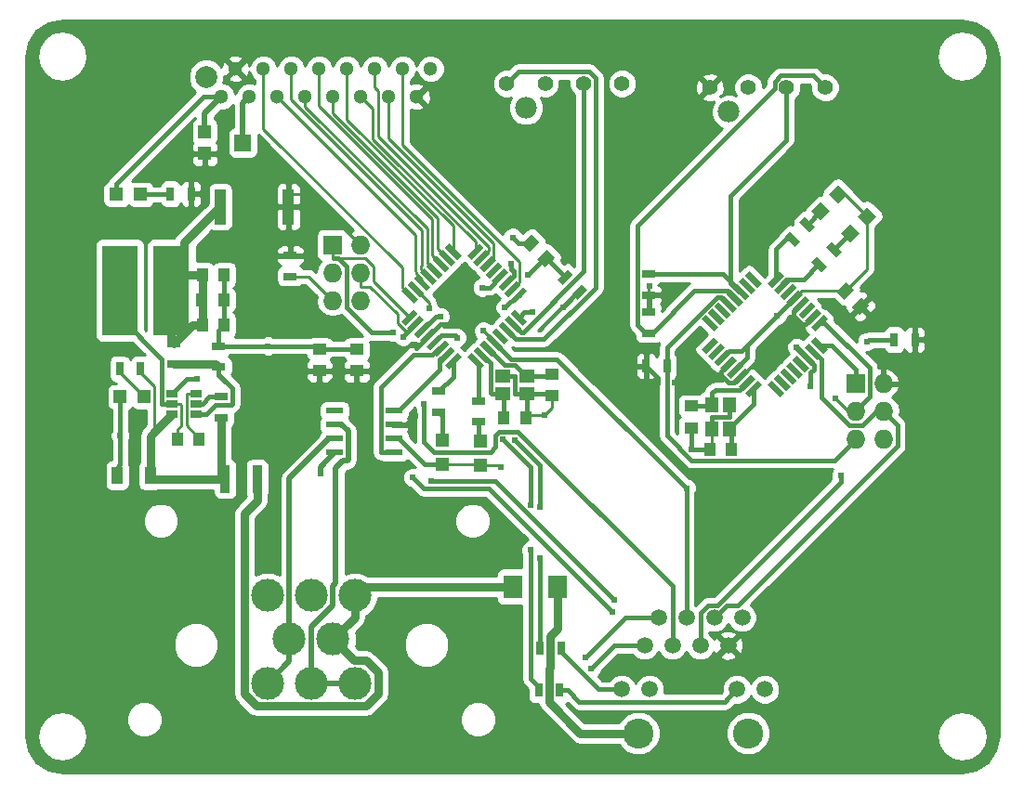
<source format=gbr>
G04 #@! TF.FileFunction,Copper,L1,Top,Signal*
%FSLAX46Y46*%
G04 Gerber Fmt 4.6, Leading zero omitted, Abs format (unit mm)*
G04 Created by KiCad (PCBNEW 4.0.7-e2-6376~58~ubuntu16.04.1) date Tue May  1 21:05:29 2018*
%MOMM*%
%LPD*%
G01*
G04 APERTURE LIST*
%ADD10C,0.100000*%
%ADD11R,1.250000X1.000000*%
%ADD12R,1.000000X1.600000*%
%ADD13R,1.000000X1.250000*%
%ADD14R,1.778000X2.159000*%
%ADD15R,1.200000X1.200000*%
%ADD16R,0.900000X2.500000*%
%ADD17R,1.727200X1.727200*%
%ADD18O,1.727200X1.727200*%
%ADD19C,3.000000*%
%ADD20C,1.397000*%
%ADD21C,1.981000*%
%ADD22C,1.300000*%
%ADD23C,2.000000*%
%ADD24R,3.300000X8.200000*%
%ADD25R,0.700000X1.300000*%
%ADD26R,1.300000X0.700000*%
%ADD27R,1.000000X3.200000*%
%ADD28R,1.550000X0.600000*%
%ADD29R,1.060000X0.650000*%
%ADD30C,1.500000*%
%ADD31C,2.750000*%
%ADD32R,1.400000X1.200000*%
%ADD33R,1.200000X1.400000*%
%ADD34R,1.500000X1.600000*%
%ADD35C,0.609600*%
%ADD36C,0.250000*%
%ADD37C,0.254000*%
%ADD38C,0.381000*%
%ADD39C,0.508000*%
%ADD40C,0.762000*%
G04 APERTURE END LIST*
D10*
G36*
X109964695Y-108314719D02*
X109080812Y-109198602D01*
X108373705Y-108491495D01*
X109257588Y-107607612D01*
X109964695Y-108314719D01*
X109964695Y-108314719D01*
G37*
G36*
X108550481Y-106900505D02*
X107666598Y-107784388D01*
X106959491Y-107077281D01*
X107843374Y-106193398D01*
X108550481Y-106900505D01*
X108550481Y-106900505D01*
G37*
G36*
X95051119Y-112728084D02*
X94662210Y-112339175D01*
X95793581Y-111207804D01*
X96182490Y-111596713D01*
X95051119Y-112728084D01*
X95051119Y-112728084D01*
G37*
G36*
X95616805Y-113293769D02*
X95227896Y-112904860D01*
X96359267Y-111773489D01*
X96748176Y-112162398D01*
X95616805Y-113293769D01*
X95616805Y-113293769D01*
G37*
G36*
X96182490Y-113859455D02*
X95793581Y-113470546D01*
X96924952Y-112339175D01*
X97313861Y-112728084D01*
X96182490Y-113859455D01*
X96182490Y-113859455D01*
G37*
G36*
X96748175Y-114425140D02*
X96359266Y-114036231D01*
X97490637Y-112904860D01*
X97879546Y-113293769D01*
X96748175Y-114425140D01*
X96748175Y-114425140D01*
G37*
G36*
X97313861Y-114990826D02*
X96924952Y-114601917D01*
X98056323Y-113470546D01*
X98445232Y-113859455D01*
X97313861Y-114990826D01*
X97313861Y-114990826D01*
G37*
G36*
X97879546Y-115556511D02*
X97490637Y-115167602D01*
X98622008Y-114036231D01*
X99010917Y-114425140D01*
X97879546Y-115556511D01*
X97879546Y-115556511D01*
G37*
G36*
X98445232Y-116122196D02*
X98056323Y-115733287D01*
X99187694Y-114601916D01*
X99576603Y-114990825D01*
X98445232Y-116122196D01*
X98445232Y-116122196D01*
G37*
G36*
X99010917Y-116687882D02*
X98622008Y-116298973D01*
X99753379Y-115167602D01*
X100142288Y-115556511D01*
X99010917Y-116687882D01*
X99010917Y-116687882D01*
G37*
G36*
X102192898Y-116298973D02*
X101803989Y-116687882D01*
X100672618Y-115556511D01*
X101061527Y-115167602D01*
X102192898Y-116298973D01*
X102192898Y-116298973D01*
G37*
G36*
X102758583Y-115733287D02*
X102369674Y-116122196D01*
X101238303Y-114990825D01*
X101627212Y-114601916D01*
X102758583Y-115733287D01*
X102758583Y-115733287D01*
G37*
G36*
X103324269Y-115167602D02*
X102935360Y-115556511D01*
X101803989Y-114425140D01*
X102192898Y-114036231D01*
X103324269Y-115167602D01*
X103324269Y-115167602D01*
G37*
G36*
X103889954Y-114601917D02*
X103501045Y-114990826D01*
X102369674Y-113859455D01*
X102758583Y-113470546D01*
X103889954Y-114601917D01*
X103889954Y-114601917D01*
G37*
G36*
X104455640Y-114036231D02*
X104066731Y-114425140D01*
X102935360Y-113293769D01*
X103324269Y-112904860D01*
X104455640Y-114036231D01*
X104455640Y-114036231D01*
G37*
G36*
X105021325Y-113470546D02*
X104632416Y-113859455D01*
X103501045Y-112728084D01*
X103889954Y-112339175D01*
X105021325Y-113470546D01*
X105021325Y-113470546D01*
G37*
G36*
X105587010Y-112904860D02*
X105198101Y-113293769D01*
X104066730Y-112162398D01*
X104455639Y-111773489D01*
X105587010Y-112904860D01*
X105587010Y-112904860D01*
G37*
G36*
X106152696Y-112339175D02*
X105763787Y-112728084D01*
X104632416Y-111596713D01*
X105021325Y-111207804D01*
X106152696Y-112339175D01*
X106152696Y-112339175D01*
G37*
G36*
X105021325Y-110677474D02*
X104632416Y-110288565D01*
X105763787Y-109157194D01*
X106152696Y-109546103D01*
X105021325Y-110677474D01*
X105021325Y-110677474D01*
G37*
G36*
X104455639Y-110111789D02*
X104066730Y-109722880D01*
X105198101Y-108591509D01*
X105587010Y-108980418D01*
X104455639Y-110111789D01*
X104455639Y-110111789D01*
G37*
G36*
X103889954Y-109546103D02*
X103501045Y-109157194D01*
X104632416Y-108025823D01*
X105021325Y-108414732D01*
X103889954Y-109546103D01*
X103889954Y-109546103D01*
G37*
G36*
X103324269Y-108980418D02*
X102935360Y-108591509D01*
X104066731Y-107460138D01*
X104455640Y-107849047D01*
X103324269Y-108980418D01*
X103324269Y-108980418D01*
G37*
G36*
X102758583Y-108414732D02*
X102369674Y-108025823D01*
X103501045Y-106894452D01*
X103889954Y-107283361D01*
X102758583Y-108414732D01*
X102758583Y-108414732D01*
G37*
G36*
X102192898Y-107849047D02*
X101803989Y-107460138D01*
X102935360Y-106328767D01*
X103324269Y-106717676D01*
X102192898Y-107849047D01*
X102192898Y-107849047D01*
G37*
G36*
X101627212Y-107283362D02*
X101238303Y-106894453D01*
X102369674Y-105763082D01*
X102758583Y-106151991D01*
X101627212Y-107283362D01*
X101627212Y-107283362D01*
G37*
G36*
X101061527Y-106717676D02*
X100672618Y-106328767D01*
X101803989Y-105197396D01*
X102192898Y-105586305D01*
X101061527Y-106717676D01*
X101061527Y-106717676D01*
G37*
G36*
X100142288Y-106328767D02*
X99753379Y-106717676D01*
X98622008Y-105586305D01*
X99010917Y-105197396D01*
X100142288Y-106328767D01*
X100142288Y-106328767D01*
G37*
G36*
X99576603Y-106894453D02*
X99187694Y-107283362D01*
X98056323Y-106151991D01*
X98445232Y-105763082D01*
X99576603Y-106894453D01*
X99576603Y-106894453D01*
G37*
G36*
X99010917Y-107460138D02*
X98622008Y-107849047D01*
X97490637Y-106717676D01*
X97879546Y-106328767D01*
X99010917Y-107460138D01*
X99010917Y-107460138D01*
G37*
G36*
X98445232Y-108025823D02*
X98056323Y-108414732D01*
X96924952Y-107283361D01*
X97313861Y-106894452D01*
X98445232Y-108025823D01*
X98445232Y-108025823D01*
G37*
G36*
X97879546Y-108591509D02*
X97490637Y-108980418D01*
X96359266Y-107849047D01*
X96748175Y-107460138D01*
X97879546Y-108591509D01*
X97879546Y-108591509D01*
G37*
G36*
X97313861Y-109157194D02*
X96924952Y-109546103D01*
X95793581Y-108414732D01*
X96182490Y-108025823D01*
X97313861Y-109157194D01*
X97313861Y-109157194D01*
G37*
G36*
X96748176Y-109722880D02*
X96359267Y-110111789D01*
X95227896Y-108980418D01*
X95616805Y-108591509D01*
X96748176Y-109722880D01*
X96748176Y-109722880D01*
G37*
G36*
X96182490Y-110288565D02*
X95793581Y-110677474D01*
X94662210Y-109546103D01*
X95051119Y-109157194D01*
X96182490Y-110288565D01*
X96182490Y-110288565D01*
G37*
D11*
X59842400Y-114268000D03*
X59842400Y-112268000D03*
D10*
G36*
X81309402Y-103945919D02*
X80425519Y-104829802D01*
X79718412Y-104122695D01*
X80602295Y-103238812D01*
X81309402Y-103945919D01*
X81309402Y-103945919D01*
G37*
G36*
X79895188Y-102531705D02*
X79011305Y-103415588D01*
X78304198Y-102708481D01*
X79188081Y-101824598D01*
X79895188Y-102531705D01*
X79895188Y-102531705D01*
G37*
D12*
X44426000Y-123799600D03*
X41426000Y-123799600D03*
D11*
X63246000Y-114284000D03*
X63246000Y-112284000D03*
D13*
X48879000Y-120523000D03*
X46879000Y-120523000D03*
X49165000Y-110109000D03*
X51165000Y-110109000D03*
X49149000Y-107823000D03*
X51149000Y-107823000D03*
X49181000Y-105537000D03*
X51181000Y-105537000D03*
D11*
X81038700Y-114570000D03*
X81038700Y-116570000D03*
D13*
X76673200Y-118554500D03*
X78673200Y-118554500D03*
D11*
X93726000Y-117491000D03*
X93726000Y-119491000D03*
D13*
X97393000Y-121412000D03*
X95393000Y-121412000D03*
D14*
X81534000Y-133959600D03*
X77470000Y-133959600D03*
D15*
X43899000Y-116649500D03*
X41699000Y-116649500D03*
X43535600Y-98196400D03*
X41335600Y-98196400D03*
X71069200Y-120566000D03*
X71069200Y-122766000D03*
X74498200Y-120693000D03*
X74498200Y-122893000D03*
D10*
G36*
X108188183Y-102591345D02*
X107339655Y-101742817D01*
X108188183Y-100894289D01*
X109036711Y-101742817D01*
X108188183Y-102591345D01*
X108188183Y-102591345D01*
G37*
G36*
X109743817Y-101035711D02*
X108895289Y-100187183D01*
X109743817Y-99338655D01*
X110592345Y-100187183D01*
X109743817Y-101035711D01*
X109743817Y-101035711D01*
G37*
G36*
X105521183Y-100559345D02*
X104672655Y-99710817D01*
X105521183Y-98862289D01*
X106369711Y-99710817D01*
X105521183Y-100559345D01*
X105521183Y-100559345D01*
G37*
G36*
X107076817Y-99003711D02*
X106228289Y-98155183D01*
X107076817Y-97306655D01*
X107925345Y-98155183D01*
X107076817Y-99003711D01*
X107076817Y-99003711D01*
G37*
D16*
X54168040Y-124134880D03*
X51268040Y-124134880D03*
D10*
G36*
X67689505Y-110193898D02*
X67300596Y-109804989D01*
X68431967Y-108673618D01*
X68820876Y-109062527D01*
X67689505Y-110193898D01*
X67689505Y-110193898D01*
G37*
G36*
X68255191Y-110759583D02*
X67866282Y-110370674D01*
X68997653Y-109239303D01*
X69386562Y-109628212D01*
X68255191Y-110759583D01*
X68255191Y-110759583D01*
G37*
G36*
X68820876Y-111325269D02*
X68431967Y-110936360D01*
X69563338Y-109804989D01*
X69952247Y-110193898D01*
X68820876Y-111325269D01*
X68820876Y-111325269D01*
G37*
G36*
X69386561Y-111890954D02*
X68997652Y-111502045D01*
X70129023Y-110370674D01*
X70517932Y-110759583D01*
X69386561Y-111890954D01*
X69386561Y-111890954D01*
G37*
G36*
X69952247Y-112456640D02*
X69563338Y-112067731D01*
X70694709Y-110936360D01*
X71083618Y-111325269D01*
X69952247Y-112456640D01*
X69952247Y-112456640D01*
G37*
G36*
X70517932Y-113022325D02*
X70129023Y-112633416D01*
X71260394Y-111502045D01*
X71649303Y-111890954D01*
X70517932Y-113022325D01*
X70517932Y-113022325D01*
G37*
G36*
X71083618Y-113588010D02*
X70694709Y-113199101D01*
X71826080Y-112067730D01*
X72214989Y-112456639D01*
X71083618Y-113588010D01*
X71083618Y-113588010D01*
G37*
G36*
X71649303Y-114153696D02*
X71260394Y-113764787D01*
X72391765Y-112633416D01*
X72780674Y-113022325D01*
X71649303Y-114153696D01*
X71649303Y-114153696D01*
G37*
G36*
X74831284Y-113764787D02*
X74442375Y-114153696D01*
X73311004Y-113022325D01*
X73699913Y-112633416D01*
X74831284Y-113764787D01*
X74831284Y-113764787D01*
G37*
G36*
X75396969Y-113199101D02*
X75008060Y-113588010D01*
X73876689Y-112456639D01*
X74265598Y-112067730D01*
X75396969Y-113199101D01*
X75396969Y-113199101D01*
G37*
G36*
X75962655Y-112633416D02*
X75573746Y-113022325D01*
X74442375Y-111890954D01*
X74831284Y-111502045D01*
X75962655Y-112633416D01*
X75962655Y-112633416D01*
G37*
G36*
X76528340Y-112067731D02*
X76139431Y-112456640D01*
X75008060Y-111325269D01*
X75396969Y-110936360D01*
X76528340Y-112067731D01*
X76528340Y-112067731D01*
G37*
G36*
X77094026Y-111502045D02*
X76705117Y-111890954D01*
X75573746Y-110759583D01*
X75962655Y-110370674D01*
X77094026Y-111502045D01*
X77094026Y-111502045D01*
G37*
G36*
X77659711Y-110936360D02*
X77270802Y-111325269D01*
X76139431Y-110193898D01*
X76528340Y-109804989D01*
X77659711Y-110936360D01*
X77659711Y-110936360D01*
G37*
G36*
X78225396Y-110370674D02*
X77836487Y-110759583D01*
X76705116Y-109628212D01*
X77094025Y-109239303D01*
X78225396Y-110370674D01*
X78225396Y-110370674D01*
G37*
G36*
X78791082Y-109804989D02*
X78402173Y-110193898D01*
X77270802Y-109062527D01*
X77659711Y-108673618D01*
X78791082Y-109804989D01*
X78791082Y-109804989D01*
G37*
G36*
X77659711Y-108143288D02*
X77270802Y-107754379D01*
X78402173Y-106623008D01*
X78791082Y-107011917D01*
X77659711Y-108143288D01*
X77659711Y-108143288D01*
G37*
G36*
X77094025Y-107577603D02*
X76705116Y-107188694D01*
X77836487Y-106057323D01*
X78225396Y-106446232D01*
X77094025Y-107577603D01*
X77094025Y-107577603D01*
G37*
G36*
X76528340Y-107011917D02*
X76139431Y-106623008D01*
X77270802Y-105491637D01*
X77659711Y-105880546D01*
X76528340Y-107011917D01*
X76528340Y-107011917D01*
G37*
G36*
X75962655Y-106446232D02*
X75573746Y-106057323D01*
X76705117Y-104925952D01*
X77094026Y-105314861D01*
X75962655Y-106446232D01*
X75962655Y-106446232D01*
G37*
G36*
X75396969Y-105880546D02*
X75008060Y-105491637D01*
X76139431Y-104360266D01*
X76528340Y-104749175D01*
X75396969Y-105880546D01*
X75396969Y-105880546D01*
G37*
G36*
X74831284Y-105314861D02*
X74442375Y-104925952D01*
X75573746Y-103794581D01*
X75962655Y-104183490D01*
X74831284Y-105314861D01*
X74831284Y-105314861D01*
G37*
G36*
X74265598Y-104749176D02*
X73876689Y-104360267D01*
X75008060Y-103228896D01*
X75396969Y-103617805D01*
X74265598Y-104749176D01*
X74265598Y-104749176D01*
G37*
G36*
X73699913Y-104183490D02*
X73311004Y-103794581D01*
X74442375Y-102663210D01*
X74831284Y-103052119D01*
X73699913Y-104183490D01*
X73699913Y-104183490D01*
G37*
G36*
X72780674Y-103794581D02*
X72391765Y-104183490D01*
X71260394Y-103052119D01*
X71649303Y-102663210D01*
X72780674Y-103794581D01*
X72780674Y-103794581D01*
G37*
G36*
X72214989Y-104360267D02*
X71826080Y-104749176D01*
X70694709Y-103617805D01*
X71083618Y-103228896D01*
X72214989Y-104360267D01*
X72214989Y-104360267D01*
G37*
G36*
X71649303Y-104925952D02*
X71260394Y-105314861D01*
X70129023Y-104183490D01*
X70517932Y-103794581D01*
X71649303Y-104925952D01*
X71649303Y-104925952D01*
G37*
G36*
X71083618Y-105491637D02*
X70694709Y-105880546D01*
X69563338Y-104749175D01*
X69952247Y-104360266D01*
X71083618Y-105491637D01*
X71083618Y-105491637D01*
G37*
G36*
X70517932Y-106057323D02*
X70129023Y-106446232D01*
X68997652Y-105314861D01*
X69386561Y-104925952D01*
X70517932Y-106057323D01*
X70517932Y-106057323D01*
G37*
G36*
X69952247Y-106623008D02*
X69563338Y-107011917D01*
X68431967Y-105880546D01*
X68820876Y-105491637D01*
X69952247Y-106623008D01*
X69952247Y-106623008D01*
G37*
G36*
X69386562Y-107188694D02*
X68997653Y-107577603D01*
X67866282Y-106446232D01*
X68255191Y-106057323D01*
X69386562Y-107188694D01*
X69386562Y-107188694D01*
G37*
G36*
X68820876Y-107754379D02*
X68431967Y-108143288D01*
X67300596Y-107011917D01*
X67689505Y-106623008D01*
X68820876Y-107754379D01*
X68820876Y-107754379D01*
G37*
D17*
X61036200Y-102806500D03*
D18*
X63576200Y-102806500D03*
X61036200Y-105346500D03*
X63576200Y-105346500D03*
X61036200Y-107886500D03*
X63576200Y-107886500D03*
D19*
X59096000Y-142755500D03*
X63096000Y-142755500D03*
X61096000Y-138755500D03*
X63096000Y-134755500D03*
X59096000Y-134755500D03*
X55096000Y-142755500D03*
X57096000Y-138755500D03*
X55096000Y-134755500D03*
D20*
X98912800Y-88442800D03*
X95412800Y-88442800D03*
D21*
X97162800Y-90672800D03*
D20*
X102412800Y-88442800D03*
X105912800Y-88442800D03*
X80416400Y-88087200D03*
X76916400Y-88087200D03*
D21*
X78666400Y-90317200D03*
D20*
X83916400Y-88087200D03*
X87416400Y-88087200D03*
D22*
X56007000Y-89281000D03*
X53467000Y-89281000D03*
X50927000Y-89281000D03*
X58547000Y-89281000D03*
X52197000Y-86741000D03*
X54737000Y-86741000D03*
X57277000Y-86741000D03*
X59817000Y-86741000D03*
X61087000Y-89281000D03*
X62357000Y-86741000D03*
X63627000Y-89281000D03*
X64897000Y-86741000D03*
X66167000Y-89281000D03*
X67437000Y-86741000D03*
X68707000Y-89281000D03*
X69977000Y-86741000D03*
D23*
X49527000Y-87481000D03*
D24*
X41656000Y-106934000D03*
X46356000Y-106934000D03*
D17*
X108712000Y-115443000D03*
D18*
X111252000Y-115443000D03*
X108712000Y-117983000D03*
X111252000Y-117983000D03*
X108712000Y-120523000D03*
X111252000Y-120523000D03*
D25*
X43561000Y-114109500D03*
X41661000Y-114109500D03*
D10*
G36*
X84273107Y-106874268D02*
X83353868Y-107793507D01*
X82858893Y-107298532D01*
X83778132Y-106379293D01*
X84273107Y-106874268D01*
X84273107Y-106874268D01*
G37*
G36*
X82929605Y-105530766D02*
X82010366Y-106450005D01*
X81515391Y-105955030D01*
X82434630Y-105035791D01*
X82929605Y-105530766D01*
X82929605Y-105530766D01*
G37*
D26*
X50863500Y-118552000D03*
X50863500Y-116652000D03*
X50673000Y-113914000D03*
X50673000Y-112014000D03*
X46609000Y-113660000D03*
X46609000Y-111760000D03*
D27*
X57019120Y-99329240D03*
X50819120Y-99329240D03*
D26*
X70688200Y-118044000D03*
X70688200Y-116144000D03*
D25*
X81722000Y-143383000D03*
X79822000Y-143383000D03*
X81849000Y-139573000D03*
X79949000Y-139573000D03*
X48158400Y-98145600D03*
X46258400Y-98145600D03*
D26*
X57200800Y-103764000D03*
X57200800Y-105664000D03*
X74371200Y-118933000D03*
X74371200Y-117033000D03*
X89852500Y-105476000D03*
X89852500Y-107376000D03*
D25*
X114104500Y-111442500D03*
X112204500Y-111442500D03*
X89603500Y-113855500D03*
X91503500Y-113855500D03*
D26*
X89865200Y-110830400D03*
X89865200Y-108930400D03*
D10*
G36*
X106504619Y-102507142D02*
X107423858Y-103426381D01*
X106928883Y-103921356D01*
X106009644Y-103002117D01*
X106504619Y-102507142D01*
X106504619Y-102507142D01*
G37*
G36*
X105161117Y-103850644D02*
X106080356Y-104769883D01*
X105585381Y-105264858D01*
X104666142Y-104345619D01*
X105161117Y-103850644D01*
X105161117Y-103850644D01*
G37*
G36*
X104091619Y-100221142D02*
X105010858Y-101140381D01*
X104515883Y-101635356D01*
X103596644Y-100716117D01*
X104091619Y-100221142D01*
X104091619Y-100221142D01*
G37*
G36*
X102748117Y-101564644D02*
X103667356Y-102483883D01*
X103172381Y-102978858D01*
X102253142Y-102059619D01*
X102748117Y-101564644D01*
X102748117Y-101564644D01*
G37*
D28*
X66626700Y-121729500D03*
X66626700Y-120459500D03*
X66626700Y-119189500D03*
X66626700Y-117919500D03*
X61226700Y-117919500D03*
X61226700Y-119189500D03*
X61226700Y-120459500D03*
X61226700Y-121729500D03*
D29*
X46418500Y-116337000D03*
X46418500Y-117287000D03*
X46418500Y-118237000D03*
X48618500Y-118237000D03*
X48618500Y-116337000D03*
X48618500Y-117287000D03*
D30*
X87376000Y-143319000D03*
X89916000Y-143319000D03*
X100436000Y-143319000D03*
X97896000Y-143319000D03*
X89466000Y-139319000D03*
X92006000Y-139319000D03*
X94546000Y-139319000D03*
X97086000Y-139319000D03*
X90736000Y-136779000D03*
X93276000Y-136779000D03*
X95816000Y-136779000D03*
X98356000Y-136779000D03*
D31*
X88906000Y-147319000D03*
X98906000Y-147319000D03*
D32*
X78773200Y-114770000D03*
X76573200Y-114770000D03*
X76573200Y-116370000D03*
X78773200Y-116370000D03*
D33*
X95593000Y-117391000D03*
X95593000Y-119591000D03*
X97193000Y-119591000D03*
X97193000Y-117391000D03*
D15*
X49394360Y-94482160D03*
D34*
X52844360Y-93482160D03*
D15*
X49394360Y-92482160D03*
D35*
X89926160Y-106532680D03*
X68529196Y-111905974D03*
X75320501Y-107813499D03*
X82042000Y-108458000D03*
X68580000Y-118364000D03*
X90678000Y-115316000D03*
X92202000Y-115316000D03*
X101544120Y-109240286D03*
X59913520Y-123652280D03*
X76367640Y-123093480D03*
X80355440Y-118297960D03*
X77470000Y-102108000D03*
X72390000Y-111252000D03*
X74676000Y-106680000D03*
X41699000Y-120192800D03*
X48717200Y-115011200D03*
X55168800Y-112014000D03*
X93726000Y-121412000D03*
X77318882Y-104494318D03*
X78841600Y-105511600D03*
X86563200Y-136296400D03*
X68326000Y-124002800D03*
X66548000Y-110794800D03*
X107340400Y-123850400D03*
X67472560Y-111201200D03*
X86715600Y-135178800D03*
X70053200Y-124307600D03*
X79095600Y-130591560D03*
X79086872Y-126566768D03*
X70866000Y-109321600D03*
X76555600Y-120497600D03*
X74782680Y-110637320D03*
X93276000Y-124979398D03*
X106832400Y-116799360D03*
X103301800Y-112105440D03*
X79223517Y-108941517D03*
X104597200Y-115671600D03*
X109728000Y-111607600D03*
X79943960Y-131318000D03*
X79969360Y-126669800D03*
X77682252Y-120640948D03*
X76758800Y-108508800D03*
X69392800Y-117297200D03*
X69850000Y-108610400D03*
X84632800Y-141427200D03*
X84124800Y-140411200D03*
D36*
X56998800Y-98196400D02*
X58966100Y-98196400D01*
X58966100Y-98196400D02*
X63576200Y-102806500D01*
D37*
X89852500Y-107376000D02*
X89852500Y-106606340D01*
X89852500Y-106606340D02*
X89926160Y-106532680D01*
X104826870Y-109351649D02*
X101976559Y-112201960D01*
X101976559Y-112201960D02*
X100845188Y-112201960D01*
X100845188Y-112201960D02*
X98887172Y-114159976D01*
X98887172Y-114159976D02*
X98250777Y-114796371D01*
D38*
X75320501Y-107813499D02*
X73117099Y-110016901D01*
X73117099Y-110016901D02*
X70871705Y-110016901D01*
X70871705Y-110016901D02*
X70394187Y-110494419D01*
X70394187Y-110494419D02*
X69757792Y-111130814D01*
X83566000Y-107086400D02*
X83413600Y-107086400D01*
X83413600Y-107086400D02*
X82042000Y-108458000D01*
X68657337Y-112151850D02*
X68636505Y-112252101D01*
X66626700Y-119189500D02*
X67754500Y-119189500D01*
X67754500Y-119189500D02*
X68580000Y-118364000D01*
X57200800Y-103764000D02*
X56900800Y-103764000D01*
X69121397Y-111767209D02*
X69757792Y-111130814D01*
X68636505Y-112252101D02*
X69121397Y-111767209D01*
X56998800Y-103562000D02*
X57200800Y-103764000D01*
X68529196Y-111905974D02*
X68982632Y-111905974D01*
X68982632Y-111905974D02*
X69121397Y-111767209D01*
X90678000Y-115316000D02*
X90678000Y-114930000D01*
X90678000Y-114930000D02*
X89603500Y-113855500D01*
X96483011Y-114712243D02*
X92805757Y-114712243D01*
X92805757Y-114712243D02*
X92202000Y-115316000D01*
X98250777Y-114796371D02*
X97665812Y-115381336D01*
X97665812Y-115381336D02*
X97152104Y-115381336D01*
X97152104Y-115381336D02*
X96483011Y-114712243D01*
X96483011Y-114712243D02*
X96483011Y-114301395D01*
X96483011Y-114301395D02*
X97119406Y-113665000D01*
X103695500Y-108220278D02*
X103059105Y-108856673D01*
X103059105Y-108856673D02*
X103059105Y-109267521D01*
X103059105Y-109267521D02*
X103779628Y-109988044D01*
X103779628Y-109988044D02*
X104190475Y-109988044D01*
X104190475Y-109988044D02*
X104826870Y-109351649D01*
X89852500Y-107376000D02*
X89852500Y-108917700D01*
X89852500Y-108917700D02*
X89865200Y-108930400D01*
X48158400Y-98145600D02*
X48158400Y-97845600D01*
D39*
X49394360Y-92482160D02*
X49394360Y-90813640D01*
X49394360Y-90813640D02*
X50927000Y-89281000D01*
D38*
X101914926Y-108869480D02*
X102493419Y-108290987D01*
X98834978Y-111949428D02*
X101914926Y-108869480D01*
D37*
X101914926Y-108869480D02*
X101544120Y-109240286D01*
X95593000Y-119591000D02*
X95593000Y-121212000D01*
X95593000Y-121212000D02*
X95393000Y-121412000D01*
D39*
X61226700Y-121729500D02*
X59913520Y-123042680D01*
X59913520Y-123042680D02*
X59913520Y-123652280D01*
D37*
X74498200Y-122893000D02*
X76167160Y-122893000D01*
X76167160Y-122893000D02*
X76367640Y-123093480D01*
X71069200Y-122766000D02*
X74371200Y-122766000D01*
X74371200Y-122766000D02*
X74498200Y-122893000D01*
X80355440Y-118297960D02*
X78929740Y-118297960D01*
X78929740Y-118297960D02*
X78673200Y-118554500D01*
X81038700Y-116570000D02*
X81038700Y-117614700D01*
X81038700Y-117614700D02*
X80355440Y-118297960D01*
D36*
X103129814Y-107654592D02*
X103795513Y-106988893D01*
X103795513Y-106988893D02*
X107754986Y-106988893D01*
X109743817Y-100187183D02*
X109743817Y-105000062D01*
X109743817Y-105000062D02*
X107754986Y-106988893D01*
X109743817Y-100187183D02*
X107711817Y-98155183D01*
X107711817Y-98155183D02*
X107076817Y-98155183D01*
D38*
X79099693Y-102620093D02*
X77982093Y-102620093D01*
X77982093Y-102620093D02*
X77470000Y-102108000D01*
X70323478Y-111696500D02*
X70959873Y-111060105D01*
X70959873Y-111060105D02*
X72198105Y-111060105D01*
X72198105Y-111060105D02*
X72390000Y-111252000D01*
X76333886Y-105686092D02*
X75339978Y-106680000D01*
X75339978Y-106680000D02*
X74676000Y-106680000D01*
X63246000Y-112284000D02*
X59858400Y-112284000D01*
X59858400Y-112284000D02*
X59842400Y-112268000D01*
X41335600Y-98196400D02*
X41335600Y-97215400D01*
X49270000Y-89281000D02*
X50007762Y-89281000D01*
X41335600Y-97215400D02*
X49270000Y-89281000D01*
X50007762Y-89281000D02*
X50927000Y-89281000D01*
X41699000Y-120192800D02*
X41699000Y-122842200D01*
X41699000Y-116649500D02*
X41699000Y-120192800D01*
X41699000Y-122842200D02*
X41426000Y-123115200D01*
X41426000Y-123115200D02*
X41426000Y-123799600D01*
X46418500Y-116337000D02*
X47744300Y-115011200D01*
X47744300Y-115011200D02*
X48717200Y-115011200D01*
X55168800Y-112014000D02*
X59588400Y-112014000D01*
X50673000Y-112014000D02*
X55168800Y-112014000D01*
X59588400Y-112014000D02*
X59842400Y-112268000D01*
X50673000Y-112014000D02*
X50673000Y-110601000D01*
X50673000Y-110601000D02*
X51165000Y-110109000D01*
X51165000Y-110109000D02*
X51165000Y-107839000D01*
X51165000Y-107839000D02*
X51149000Y-107823000D01*
X51181000Y-105537000D02*
X51181000Y-107791000D01*
X51181000Y-107791000D02*
X51149000Y-107823000D01*
X66626700Y-120459500D02*
X67101700Y-120459500D01*
X67101700Y-120459500D02*
X69408200Y-122766000D01*
X69408200Y-122766000D02*
X70088200Y-122766000D01*
X70088200Y-122766000D02*
X71069200Y-122766000D01*
D40*
X81534000Y-133959600D02*
X81534000Y-137804200D01*
X81534000Y-137804200D02*
X80880001Y-138458199D01*
X80880001Y-138458199D02*
X80880001Y-141319199D01*
X83612198Y-147319000D02*
X86961457Y-147319000D01*
X80880001Y-141319199D02*
X80753001Y-141446199D01*
X80753001Y-141446199D02*
X80753001Y-144459803D01*
X80753001Y-144459803D02*
X83612198Y-147319000D01*
X86961457Y-147319000D02*
X88906000Y-147319000D01*
D38*
X95393000Y-121412000D02*
X93726000Y-121412000D01*
X93726000Y-119491000D02*
X93726000Y-121412000D01*
X96553721Y-113099315D02*
X97190116Y-112462920D01*
X97190116Y-112462920D02*
X98321486Y-112462920D01*
X98321486Y-112462920D02*
X98834978Y-111949428D01*
X97685092Y-114230686D02*
X98834978Y-113080800D01*
X98834978Y-113080800D02*
X98834978Y-111949428D01*
X102493419Y-108290987D02*
X103129814Y-107654592D01*
X93726000Y-119491000D02*
X93726000Y-119745000D01*
X97193000Y-117391000D02*
X97193000Y-118472000D01*
X97193000Y-118472000D02*
X97164501Y-118500499D01*
X97164501Y-118500499D02*
X95602501Y-118500499D01*
X95602501Y-118500499D02*
X95593000Y-118510000D01*
X95593000Y-118510000D02*
X95593000Y-119591000D01*
X78773200Y-116370000D02*
X78773200Y-118454500D01*
X78773200Y-118454500D02*
X78673200Y-118554500D01*
X78773200Y-116370000D02*
X80838700Y-116370000D01*
X80838700Y-116370000D02*
X81038700Y-116570000D01*
X76573200Y-114770000D02*
X77654200Y-114770000D01*
X77654200Y-114770000D02*
X77663701Y-114779501D01*
X77663701Y-114779501D02*
X77663701Y-116341501D01*
X77663701Y-116341501D02*
X77692200Y-116370000D01*
X77692200Y-116370000D02*
X78773200Y-116370000D01*
X82222498Y-105742898D02*
X80513907Y-104034307D01*
X80513907Y-104034307D02*
X80920307Y-104034307D01*
X77318882Y-104494318D02*
X77318882Y-104987450D01*
X77318882Y-104987450D02*
X77535966Y-105204534D01*
X77535966Y-105204534D02*
X77535966Y-105615382D01*
X77535966Y-105615382D02*
X76899571Y-106251777D01*
X80513907Y-104034307D02*
X80318893Y-104034307D01*
X80318893Y-104034307D02*
X78841600Y-105511600D01*
D40*
X50863500Y-118552000D02*
X50863500Y-123730340D01*
X50863500Y-123730340D02*
X51268040Y-124134880D01*
X51268040Y-124134880D02*
X44761280Y-124134880D01*
X44761280Y-124134880D02*
X44426000Y-123799600D01*
X46418500Y-118237000D02*
X44818300Y-119837200D01*
X44818300Y-119837200D02*
X44426000Y-120229500D01*
D37*
X43561000Y-114109500D02*
X43561000Y-114409500D01*
X43561000Y-114409500D02*
X44826001Y-115674501D01*
X44826001Y-115674501D02*
X44826001Y-119829499D01*
X44826001Y-119829499D02*
X44818300Y-119837200D01*
D40*
X44426000Y-120229500D02*
X44426000Y-123799600D01*
X50863500Y-119664000D02*
X50863500Y-118552000D01*
D37*
X48618500Y-116337000D02*
X47834500Y-116337000D01*
X47834500Y-116337000D02*
X47761499Y-116410001D01*
X47761499Y-119280499D02*
X48879000Y-120398000D01*
X47761499Y-116410001D02*
X47761499Y-119280499D01*
X48879000Y-120398000D02*
X48879000Y-120523000D01*
D38*
X41656000Y-106934000D02*
X41656000Y-109384000D01*
X41656000Y-109384000D02*
X45497999Y-113225999D01*
X45497999Y-117277499D02*
X45507500Y-117287000D01*
X45497999Y-113225999D02*
X45497999Y-117277499D01*
X45507500Y-117287000D02*
X46418500Y-117287000D01*
D37*
X46879000Y-120523000D02*
X46879000Y-119644000D01*
X46879000Y-119644000D02*
X47275501Y-119247499D01*
X47275501Y-119247499D02*
X47275501Y-117360001D01*
X47275501Y-117360001D02*
X47202500Y-117287000D01*
X47202500Y-117287000D02*
X46418500Y-117287000D01*
D40*
X47548800Y-102546400D02*
X47548800Y-105741200D01*
X47548800Y-105741200D02*
X46356000Y-106934000D01*
X50798800Y-98196400D02*
X50798800Y-99296400D01*
X50798800Y-99296400D02*
X47548800Y-102546400D01*
X49165000Y-110109000D02*
X48260000Y-110109000D01*
X48260000Y-110109000D02*
X46609000Y-111760000D01*
X49165000Y-110109000D02*
X49165000Y-107839000D01*
X49165000Y-107839000D02*
X49149000Y-107823000D01*
X49181000Y-105537000D02*
X47753000Y-105537000D01*
X47753000Y-105537000D02*
X46356000Y-106934000D01*
X49181000Y-105537000D02*
X49181000Y-107791000D01*
X49181000Y-107791000D02*
X49149000Y-107823000D01*
X46356000Y-106934000D02*
X46356000Y-111507000D01*
X46356000Y-111507000D02*
X46609000Y-111760000D01*
D38*
X75202515Y-112262185D02*
X76719829Y-113779499D01*
X76719829Y-113779499D02*
X77682699Y-113779499D01*
X78673200Y-114770000D02*
X78773200Y-114770000D01*
X77682699Y-113779499D02*
X78673200Y-114770000D01*
X78773200Y-114770000D02*
X80838700Y-114770000D01*
X80838700Y-114770000D02*
X81038700Y-114570000D01*
X74636829Y-112827870D02*
X75411701Y-113602742D01*
X75411701Y-113602742D02*
X75411701Y-116289501D01*
X75411701Y-116289501D02*
X75492200Y-116370000D01*
X75492200Y-116370000D02*
X76573200Y-116370000D01*
X76673200Y-118554500D02*
X76673200Y-116470000D01*
X76673200Y-116470000D02*
X76573200Y-116370000D01*
X98816463Y-115362056D02*
X98180068Y-115998451D01*
X98180068Y-115998451D02*
X95904549Y-115998451D01*
X95904549Y-115998451D02*
X95593000Y-116310000D01*
X95593000Y-116310000D02*
X95593000Y-117391000D01*
X93726000Y-117491000D02*
X95493000Y-117491000D01*
X95493000Y-117491000D02*
X95593000Y-117391000D01*
X97393000Y-121412000D02*
X97393000Y-119791000D01*
X97393000Y-119791000D02*
X97193000Y-119591000D01*
X97193000Y-119591000D02*
X97193000Y-119491000D01*
X97193000Y-119491000D02*
X99382148Y-117301852D01*
X99382148Y-117301852D02*
X99382148Y-116416651D01*
X99382148Y-116416651D02*
X99382148Y-115927742D01*
D40*
X61096000Y-138755500D02*
X63014999Y-140674499D01*
X65177001Y-141756619D02*
X65177001Y-143754381D01*
X63014999Y-140674499D02*
X64094881Y-140674499D01*
X64094881Y-140674499D02*
X65177001Y-141756619D01*
X65177001Y-143754381D02*
X64094881Y-144836501D01*
X64094881Y-144836501D02*
X54097119Y-144836501D01*
X54097119Y-144836501D02*
X53014999Y-143754381D01*
X53014999Y-143754381D02*
X53014999Y-127299921D01*
X53014999Y-127299921D02*
X54168040Y-126146880D01*
X54168040Y-126146880D02*
X54168040Y-124134880D01*
X77470000Y-133959600D02*
X63891900Y-133959600D01*
X63891900Y-133959600D02*
X63096000Y-134755500D01*
X63096000Y-134755500D02*
X63096000Y-136755500D01*
X63096000Y-136755500D02*
X61096000Y-138755500D01*
X62613200Y-134272700D02*
X63096000Y-134755500D01*
D37*
X43899000Y-116649500D02*
X43899000Y-116647500D01*
X43899000Y-116647500D02*
X41661000Y-114409500D01*
X41661000Y-114409500D02*
X41661000Y-114109500D01*
D38*
X43535600Y-98196400D02*
X46207600Y-98196400D01*
X46207600Y-98196400D02*
X46258400Y-98145600D01*
X71069200Y-120566000D02*
X71069200Y-118425000D01*
X71069200Y-118425000D02*
X70688200Y-118044000D01*
X74371200Y-118933000D02*
X74371200Y-120566000D01*
X74371200Y-120566000D02*
X74498200Y-120693000D01*
X106716751Y-103214249D02*
X108188183Y-101742817D01*
X105521183Y-99710817D02*
X104303751Y-100928249D01*
X68326000Y-124002800D02*
X69326101Y-125002901D01*
X69326101Y-125002901D02*
X75269701Y-125002901D01*
X75269701Y-125002901D02*
X86563200Y-136296400D01*
X61109201Y-103997101D02*
X61542871Y-103997101D01*
X61542871Y-103997101D02*
X62322099Y-104776329D01*
X64628430Y-110794800D02*
X66548000Y-110794800D01*
X62322099Y-104776329D02*
X62322099Y-108488469D01*
X62322099Y-108488469D02*
X64628430Y-110794800D01*
X107340400Y-123850400D02*
X107340400Y-124432928D01*
X107340400Y-124432928D02*
X96134829Y-135638499D01*
X94546000Y-136361058D02*
X94546000Y-138258340D01*
X96134829Y-135638499D02*
X95268559Y-135638499D01*
X95268559Y-135638499D02*
X94546000Y-136361058D01*
X94546000Y-138258340D02*
X94546000Y-139319000D01*
X108712000Y-115443000D02*
X108712000Y-114198400D01*
X108712000Y-114198400D02*
X106481544Y-111967944D01*
X106481544Y-111967944D02*
X105881465Y-111967944D01*
X105881465Y-111967944D02*
X105392556Y-111967944D01*
D37*
X68060736Y-109433758D02*
X64766801Y-106139823D01*
X64766801Y-104775011D02*
X63988891Y-103997101D01*
X61036200Y-103924100D02*
X61036200Y-102806500D01*
X64766801Y-106139823D02*
X64766801Y-104775011D01*
X63988891Y-103997101D02*
X61109201Y-103997101D01*
X61109201Y-103997101D02*
X61036200Y-103924100D01*
X67665600Y-110960265D02*
X67665600Y-111008160D01*
X67665600Y-111008160D02*
X67472560Y-111201200D01*
D38*
X70053200Y-124307600D02*
X75844400Y-124307600D01*
X75844400Y-124307600D02*
X86715600Y-135178800D01*
X68626422Y-109999443D02*
X67665600Y-110960265D01*
X95816000Y-136779000D02*
X96956501Y-135638499D01*
X96956501Y-135638499D02*
X97992571Y-135638499D01*
X112115599Y-118846599D02*
X111252000Y-117983000D01*
X97992571Y-135638499D02*
X112506101Y-121124969D01*
X112506101Y-121124969D02*
X112506101Y-119237101D01*
X112506101Y-119237101D02*
X112115599Y-118846599D01*
X111252000Y-117983000D02*
X110568070Y-117983000D01*
X110568070Y-117983000D02*
X109313969Y-119237101D01*
X109313969Y-119237101D02*
X108110031Y-119237101D01*
X105463265Y-113170024D02*
X104826870Y-112533629D01*
X108110031Y-119237101D02*
X105562400Y-116689470D01*
X105562400Y-116689470D02*
X105562400Y-113269159D01*
X105562400Y-113269159D02*
X105463265Y-113170024D01*
D37*
X63576200Y-105346500D02*
X63576200Y-106567814D01*
X63576200Y-106567814D02*
X63602219Y-106593833D01*
X63602219Y-106593833D02*
X64480633Y-106593833D01*
X64480633Y-106593833D02*
X66973586Y-109086786D01*
X66973586Y-109086786D02*
X66973586Y-109940442D01*
X66973586Y-109940442D02*
X67668982Y-110635838D01*
X67668982Y-110635838D02*
X67990027Y-110635838D01*
X67990027Y-110635838D02*
X68626422Y-109999443D01*
D38*
X79095600Y-130591560D02*
X79095600Y-142347400D01*
X79095600Y-142347400D02*
X79091000Y-142352000D01*
X79091000Y-123033000D02*
X79091000Y-126562640D01*
X79091000Y-126562640D02*
X79086872Y-126566768D01*
X70866000Y-109321600D02*
X70435636Y-109321600D01*
X70435636Y-109321600D02*
X69192107Y-110565129D01*
X79822000Y-143383000D02*
X79822000Y-143083000D01*
X79822000Y-143083000D02*
X79091000Y-142352000D01*
X79091000Y-123033000D02*
X76555600Y-120497600D01*
X66626700Y-121729500D02*
X65470700Y-121729500D01*
X65470700Y-121729500D02*
X65461199Y-121719999D01*
X65461199Y-121719999D02*
X65461199Y-115795643D01*
X65461199Y-115795643D02*
X68409692Y-112847150D01*
X70698969Y-112262185D02*
X70889163Y-112262185D01*
X68409692Y-112847150D02*
X70114004Y-112847150D01*
X70114004Y-112847150D02*
X70698969Y-112262185D01*
X66626700Y-117919500D02*
X67101700Y-117919500D01*
X67101700Y-117919500D02*
X70815200Y-114206000D01*
X70815200Y-114206000D02*
X70815200Y-113277324D01*
X70815200Y-113277324D02*
X71015062Y-113077462D01*
X70688200Y-116144000D02*
X72020534Y-114811666D01*
X72020534Y-114811666D02*
X72020534Y-113393556D01*
X74371200Y-117033000D02*
X74371200Y-113693612D01*
X74371200Y-113693612D02*
X74071144Y-113393556D01*
D37*
X75768200Y-111696500D02*
X75768200Y-111622840D01*
X75768200Y-111622840D02*
X74782680Y-110637320D01*
X108712000Y-117983000D02*
X108016040Y-117983000D01*
X108016040Y-117983000D02*
X106832400Y-116799360D01*
D38*
X93276000Y-135628800D02*
X93276000Y-124979398D01*
X93276000Y-124979398D02*
X81495091Y-113198489D01*
X81495091Y-113198489D02*
X77270189Y-113198489D01*
X77270189Y-113198489D02*
X75768200Y-111696500D01*
X93276000Y-136779000D02*
X93276000Y-135628800D01*
X108712000Y-117983000D02*
X108602102Y-117983000D01*
X108602102Y-117983000D02*
X109966101Y-116619001D01*
X109966101Y-116619001D02*
X109966101Y-114001970D01*
X109966101Y-114001970D02*
X105881465Y-109917334D01*
X105881465Y-109917334D02*
X105392556Y-109917334D01*
X76916400Y-88087200D02*
X78005401Y-86998199D01*
X78005401Y-86998199D02*
X84439121Y-86998199D01*
X84439121Y-86998199D02*
X85005401Y-87564479D01*
X85005401Y-87564479D02*
X85005401Y-106694241D01*
X85005401Y-106694241D02*
X80295242Y-111404400D01*
X80295242Y-111404400D02*
X77738842Y-111404400D01*
X77535966Y-111201524D02*
X76899571Y-110565129D01*
X77738842Y-111404400D02*
X77535966Y-111201524D01*
X83916400Y-88087200D02*
X83916400Y-105231938D01*
X83916400Y-105231938D02*
X78373735Y-110774603D01*
X78373735Y-110774603D02*
X78240416Y-110774603D01*
X78240416Y-110774603D02*
X78101651Y-110635838D01*
X78101651Y-110635838D02*
X77465256Y-109999443D01*
D39*
X104261185Y-113099315D02*
X104261185Y-113064825D01*
X104261185Y-113064825D02*
X103301800Y-112105440D01*
D38*
X79223517Y-108941517D02*
X78523183Y-108941517D01*
X78523183Y-108941517D02*
X78030942Y-109433758D01*
X104597200Y-115671600D02*
X104597200Y-114446938D01*
X104597200Y-114446938D02*
X104897580Y-114146558D01*
X104897580Y-114146558D02*
X104897580Y-113735710D01*
X104897580Y-113735710D02*
X104261185Y-113099315D01*
X112204500Y-111442500D02*
X109893100Y-111442500D01*
X109893100Y-111442500D02*
X109728000Y-111607600D01*
X79943960Y-131318000D02*
X79943960Y-139567960D01*
X79943960Y-139567960D02*
X79949000Y-139573000D01*
X79949000Y-122907696D02*
X79949000Y-126649440D01*
X79949000Y-126649440D02*
X79969360Y-126669800D01*
X77682252Y-120640948D02*
X79949000Y-122907696D01*
X78030942Y-107383148D02*
X77884452Y-107383148D01*
X77884452Y-107383148D02*
X76758800Y-108508800D01*
D37*
X67437000Y-86741000D02*
X67437000Y-93718934D01*
X78101651Y-104383585D02*
X78101651Y-106181068D01*
X67437000Y-93718934D02*
X78101651Y-104383585D01*
X78101651Y-106181068D02*
X77465256Y-106817463D01*
X75727234Y-102651234D02*
X66167000Y-93091000D01*
X66167000Y-93091000D02*
X66167000Y-89281000D01*
X75202515Y-104554721D02*
X75727234Y-104030002D01*
X75727234Y-104030002D02*
X75727234Y-102651234D01*
X64897000Y-86741000D02*
X64897000Y-88462971D01*
X65189999Y-88755970D02*
X65189999Y-92948371D01*
X64897000Y-88462971D02*
X65189999Y-88755970D01*
X65189999Y-92948371D02*
X75273224Y-103031596D01*
X75273224Y-103031596D02*
X75273224Y-103352641D01*
X75273224Y-103352641D02*
X74636829Y-103989036D01*
X66087562Y-94488000D02*
X74071144Y-102471582D01*
X74071144Y-102471582D02*
X74071144Y-103423350D01*
X63627000Y-89281000D02*
X64735989Y-90389989D01*
X64735989Y-90389989D02*
X64735989Y-93136428D01*
X64735989Y-93136428D02*
X66087562Y-94488000D01*
X72020534Y-101063038D02*
X62357000Y-91399504D01*
X62357000Y-91399504D02*
X62357000Y-86741000D01*
X72020534Y-103423350D02*
X72020534Y-101063038D01*
X61087000Y-89281000D02*
X61087000Y-90771570D01*
X61087000Y-90771570D02*
X70662800Y-100347370D01*
X70662800Y-100347370D02*
X70662800Y-103196987D01*
X70662800Y-103196987D02*
X70818454Y-103352641D01*
X70818454Y-103352641D02*
X71454849Y-103989036D01*
X70104000Y-100430636D02*
X70104000Y-103769558D01*
X70104000Y-103769558D02*
X70889163Y-104554721D01*
X59817000Y-86741000D02*
X59817000Y-90143636D01*
X59817000Y-90143636D02*
X70104000Y-100430636D01*
X69649990Y-101303228D02*
X69649990Y-104446918D01*
X69649990Y-104446918D02*
X70323478Y-105120406D01*
X58547000Y-89281000D02*
X58547000Y-90200238D01*
X58547000Y-90200238D02*
X69649990Y-101303228D01*
X69195980Y-101491284D02*
X69195980Y-104654380D01*
X69195980Y-104654380D02*
X69121397Y-104728963D01*
X69121397Y-104728963D02*
X69121397Y-105049697D01*
X69121397Y-105049697D02*
X69757792Y-105686092D01*
X57277000Y-86741000D02*
X57277000Y-89572304D01*
X57277000Y-89572304D02*
X69195980Y-101491284D01*
X68630800Y-101904800D02*
X68630800Y-105206800D01*
X68630800Y-105206800D02*
X68670642Y-105246642D01*
X68670642Y-105246642D02*
X68670642Y-105450314D01*
X68670642Y-105450314D02*
X69192107Y-105971779D01*
X69192107Y-105971779D02*
X69192107Y-106251777D01*
X56007000Y-89281000D02*
X68630800Y-101904800D01*
D38*
X92006000Y-139319000D02*
X92006000Y-133935650D01*
X92006000Y-133935650D02*
X77872649Y-119802299D01*
X77872649Y-119802299D02*
X76221855Y-119802299D01*
X76221855Y-119802299D02*
X75860299Y-120163855D01*
X75410601Y-121683501D02*
X70283799Y-121683501D01*
X75860299Y-120163855D02*
X75860299Y-121233803D01*
X75860299Y-121233803D02*
X75410601Y-121683501D01*
X70283799Y-121683501D02*
X69392800Y-120792502D01*
X69392800Y-120792502D02*
X69392800Y-117297200D01*
D37*
X68626422Y-106817463D02*
X69850000Y-108041041D01*
X69850000Y-108041041D02*
X69850000Y-108610400D01*
X61036200Y-107886500D02*
X58813700Y-105664000D01*
X58813700Y-105664000D02*
X57200800Y-105664000D01*
X54737000Y-86741000D02*
X54737000Y-92205210D01*
X54737000Y-92205210D02*
X67424341Y-104892551D01*
X67424341Y-104892551D02*
X67424341Y-106746753D01*
X67424341Y-106746753D02*
X68060736Y-107383148D01*
D38*
X89466000Y-139319000D02*
X86741000Y-139319000D01*
X86741000Y-139319000D02*
X84632800Y-141427200D01*
D39*
X62455701Y-122392701D02*
X62364901Y-122483501D01*
X62364901Y-122483501D02*
X62022099Y-122483501D01*
X62022099Y-122483501D02*
X61325211Y-123180389D01*
X61325211Y-123180389D02*
X61325211Y-133634367D01*
X61325211Y-133634367D02*
X61050001Y-133909577D01*
X61050001Y-133909577D02*
X61050001Y-135693421D01*
X59096000Y-142755500D02*
X59096000Y-137647422D01*
X59096000Y-137647422D02*
X61050001Y-135693421D01*
X62455701Y-122392701D02*
X62455701Y-119796299D01*
X62455701Y-119796299D02*
X61848902Y-119189500D01*
X61848902Y-119189500D02*
X61226700Y-119189500D01*
X59096000Y-142755500D02*
X63096000Y-142755500D01*
X61226700Y-120459500D02*
X60751700Y-120459500D01*
X60751700Y-120459500D02*
X57096000Y-124115200D01*
X57096000Y-124115200D02*
X57096000Y-129492802D01*
D38*
X90736000Y-136779000D02*
X87757000Y-136779000D01*
X87757000Y-136779000D02*
X84124800Y-140411200D01*
D39*
X57096000Y-138755500D02*
X57096000Y-129492802D01*
X60604498Y-120459500D02*
X61226700Y-120459500D01*
X57096000Y-138755500D02*
X57096000Y-140755500D01*
X57096000Y-140755500D02*
X55096000Y-142755500D01*
D38*
X102412800Y-88442800D02*
X102412800Y-93215700D01*
X102412800Y-93215700D02*
X97274036Y-98354464D01*
X97274036Y-98354464D02*
X97274036Y-106302360D01*
X97274036Y-106302360D02*
X98060583Y-107088907D01*
X98060583Y-107088907D02*
X98250777Y-107088907D01*
X89852500Y-105476000D02*
X96637870Y-105476000D01*
X96637870Y-105476000D02*
X98250777Y-107088907D01*
X89865200Y-110830400D02*
X89565200Y-110830400D01*
X88811999Y-110077199D02*
X88811999Y-101067483D01*
X89565200Y-110830400D02*
X88811999Y-110077199D01*
X88811999Y-101067483D02*
X101323799Y-88555683D01*
X105214301Y-87744301D02*
X105912800Y-88442800D01*
X101323799Y-88555683D02*
X101323799Y-87920079D01*
X101323799Y-87920079D02*
X101890079Y-87353799D01*
X101890079Y-87353799D02*
X104823799Y-87353799D01*
X104823799Y-87353799D02*
X105214301Y-87744301D01*
X89865200Y-110830400D02*
X90165200Y-110830400D01*
X90165200Y-110830400D02*
X93992727Y-107002873D01*
X93992727Y-107002873D02*
X97033373Y-107002873D01*
X97033373Y-107002873D02*
X97048697Y-107018197D01*
X97048697Y-107018197D02*
X97685092Y-107654592D01*
X108712000Y-120523000D02*
X106807499Y-122427501D01*
X106807499Y-122427501D02*
X93712455Y-122427501D01*
X93712455Y-122427501D02*
X91503500Y-120218546D01*
X91503500Y-120218546D02*
X91503500Y-114886500D01*
X91503500Y-114886500D02*
X91503500Y-113855500D01*
X91503500Y-113855500D02*
X91503500Y-112152546D01*
X91503500Y-112152546D02*
X96072163Y-107583883D01*
X96072163Y-107583883D02*
X96483011Y-107583883D01*
X96483011Y-107583883D02*
X97119406Y-108220278D01*
X50863500Y-116652000D02*
X49832500Y-116652000D01*
X49832500Y-116652000D02*
X49197500Y-117287000D01*
X49197500Y-117287000D02*
X48618500Y-117287000D01*
X51711601Y-117392501D02*
X51825901Y-117392501D01*
X51825901Y-117392501D02*
X51904001Y-117314401D01*
X51904001Y-117314401D02*
X51904001Y-115876001D01*
X51904001Y-115876001D02*
X50673000Y-114645000D01*
X50673000Y-114645000D02*
X50673000Y-113914000D01*
X48618500Y-118237000D02*
X49529500Y-118237000D01*
X50373999Y-117392501D02*
X51711601Y-117392501D01*
X49529500Y-118237000D02*
X50373999Y-117392501D01*
X51711601Y-117392501D02*
X51840501Y-117263601D01*
D37*
X51840501Y-117263601D02*
X51840501Y-115685501D01*
X51840501Y-115685501D02*
X50673000Y-114518000D01*
X50673000Y-114518000D02*
X50673000Y-113914000D01*
D40*
X46609000Y-113660000D02*
X50419000Y-113660000D01*
X50419000Y-113660000D02*
X50673000Y-113914000D01*
D38*
X81722000Y-143383000D02*
X82453000Y-143383000D01*
X82453000Y-143383000D02*
X83529501Y-144459501D01*
X83529501Y-144459501D02*
X96755499Y-144459501D01*
X96755499Y-144459501D02*
X97146001Y-144068999D01*
X97146001Y-144068999D02*
X97896000Y-143319000D01*
X81849000Y-139573000D02*
X81849000Y-139873000D01*
X86315340Y-143319000D02*
X87376000Y-143319000D01*
X81849000Y-139873000D02*
X85295000Y-143319000D01*
X85295000Y-143319000D02*
X86315340Y-143319000D01*
X102413470Y-105918000D02*
X101998443Y-106333027D01*
X101998443Y-106333027D02*
X101998443Y-106523222D01*
X105373249Y-104557751D02*
X104013000Y-105918000D01*
X104013000Y-105918000D02*
X102413470Y-105918000D01*
X102960249Y-102271751D02*
X102365274Y-102271751D01*
X101432758Y-105468627D02*
X101432758Y-105957536D01*
X102365274Y-102271751D02*
X101432758Y-103204267D01*
X101432758Y-103204267D02*
X101432758Y-105468627D01*
D39*
X52844360Y-93482160D02*
X52844360Y-89903640D01*
X52844360Y-89903640D02*
X53467000Y-89281000D01*
D37*
G36*
X119671769Y-82562324D02*
X120742878Y-83278015D01*
X121458572Y-84349126D01*
X121723310Y-85680053D01*
X121723310Y-147545119D01*
X121458572Y-148876046D01*
X120742878Y-149947157D01*
X119671769Y-150662848D01*
X118340843Y-150927586D01*
X36475777Y-150927586D01*
X35144850Y-150662848D01*
X34073739Y-149947154D01*
X33358048Y-148876045D01*
X33106731Y-147612586D01*
X34091360Y-147612586D01*
X34267727Y-148499244D01*
X34769979Y-149250917D01*
X35521652Y-149753169D01*
X36408310Y-149929536D01*
X37294968Y-149753169D01*
X38046641Y-149250917D01*
X38548893Y-148499244D01*
X38725260Y-147612586D01*
X38548893Y-146725928D01*
X38317281Y-146379295D01*
X42260716Y-146379295D01*
X42509106Y-146980443D01*
X42968637Y-147440778D01*
X43569352Y-147690216D01*
X44219795Y-147690784D01*
X44820943Y-147442394D01*
X45281278Y-146982863D01*
X45530716Y-146382148D01*
X45530718Y-146379295D01*
X72660716Y-146379295D01*
X72909106Y-146980443D01*
X73368637Y-147440778D01*
X73969352Y-147690216D01*
X74619795Y-147690784D01*
X75220943Y-147442394D01*
X75681278Y-146982863D01*
X75930716Y-146382148D01*
X75931284Y-145731705D01*
X75682894Y-145130557D01*
X75223363Y-144670222D01*
X74622648Y-144420784D01*
X73972205Y-144420216D01*
X73371057Y-144668606D01*
X72910722Y-145128137D01*
X72661284Y-145728852D01*
X72660716Y-146379295D01*
X45530718Y-146379295D01*
X45531284Y-145731705D01*
X45282894Y-145130557D01*
X44823363Y-144670222D01*
X44222648Y-144420784D01*
X43572205Y-144420216D01*
X42971057Y-144668606D01*
X42510722Y-145128137D01*
X42261284Y-145728852D01*
X42260716Y-146379295D01*
X38317281Y-146379295D01*
X38046641Y-145974255D01*
X37294968Y-145472003D01*
X36408310Y-145295636D01*
X35521652Y-145472003D01*
X34769979Y-145974255D01*
X34267727Y-146725928D01*
X34091360Y-147612586D01*
X33106731Y-147612586D01*
X33093310Y-147545119D01*
X33093310Y-139663462D01*
X46535643Y-139663462D01*
X46848599Y-140420872D01*
X47427580Y-141000865D01*
X48184443Y-141315142D01*
X49003962Y-141315857D01*
X49761372Y-141002901D01*
X50341365Y-140423920D01*
X50655642Y-139667057D01*
X50656357Y-138847538D01*
X50343401Y-138090128D01*
X49764420Y-137510135D01*
X49007557Y-137195858D01*
X48188038Y-137195143D01*
X47430628Y-137508099D01*
X46850635Y-138087080D01*
X46536358Y-138843943D01*
X46535643Y-139663462D01*
X33093310Y-139663462D01*
X33093310Y-128279295D01*
X43760716Y-128279295D01*
X44009106Y-128880443D01*
X44468637Y-129340778D01*
X45069352Y-129590216D01*
X45719795Y-129590784D01*
X46320943Y-129342394D01*
X46781278Y-128882863D01*
X47030716Y-128282148D01*
X47031284Y-127631705D01*
X46782894Y-127030557D01*
X46323363Y-126570222D01*
X45722648Y-126320784D01*
X45072205Y-126320216D01*
X44471057Y-126568606D01*
X44010722Y-127028137D01*
X43761284Y-127628852D01*
X43760716Y-128279295D01*
X33093310Y-128279295D01*
X33093310Y-102834000D01*
X39358560Y-102834000D01*
X39358560Y-111034000D01*
X39402838Y-111269317D01*
X39541910Y-111485441D01*
X39754110Y-111630431D01*
X40006000Y-111681440D01*
X42786006Y-111681440D01*
X43918055Y-112813489D01*
X43911000Y-112812060D01*
X43211000Y-112812060D01*
X42975683Y-112856338D01*
X42759559Y-112995410D01*
X42614569Y-113207610D01*
X42611919Y-113220697D01*
X42475090Y-113008059D01*
X42262890Y-112863069D01*
X42011000Y-112812060D01*
X41311000Y-112812060D01*
X41075683Y-112856338D01*
X40859559Y-112995410D01*
X40714569Y-113207610D01*
X40663560Y-113459500D01*
X40663560Y-114759500D01*
X40707838Y-114994817D01*
X40846910Y-115210941D01*
X41059110Y-115355931D01*
X41286902Y-115402060D01*
X41099000Y-115402060D01*
X40863683Y-115446338D01*
X40647559Y-115585410D01*
X40502569Y-115797610D01*
X40451560Y-116049500D01*
X40451560Y-117249500D01*
X40495838Y-117484817D01*
X40634910Y-117700941D01*
X40847110Y-117845931D01*
X40873500Y-117851275D01*
X40873500Y-119730171D01*
X40759363Y-120005042D01*
X40759037Y-120378918D01*
X40873500Y-120655939D01*
X40873500Y-122362039D01*
X40690683Y-122396438D01*
X40474559Y-122535510D01*
X40329569Y-122747710D01*
X40278560Y-122999600D01*
X40278560Y-124599600D01*
X40322838Y-124834917D01*
X40461910Y-125051041D01*
X40674110Y-125196031D01*
X40926000Y-125247040D01*
X41926000Y-125247040D01*
X42161317Y-125202762D01*
X42377441Y-125063690D01*
X42522431Y-124851490D01*
X42573440Y-124599600D01*
X42573440Y-122999600D01*
X42529162Y-122764283D01*
X42524500Y-122757038D01*
X42524500Y-120655429D01*
X42638637Y-120380558D01*
X42638963Y-120006682D01*
X42524500Y-119729661D01*
X42524500Y-117854509D01*
X42534317Y-117852662D01*
X42750441Y-117713590D01*
X42798134Y-117643789D01*
X42834910Y-117700941D01*
X43047110Y-117845931D01*
X43299000Y-117896940D01*
X44064001Y-117896940D01*
X44064001Y-119154658D01*
X43707580Y-119511080D01*
X43487338Y-119840693D01*
X43487338Y-119840694D01*
X43410000Y-120229500D01*
X43410000Y-122629995D01*
X43329569Y-122747710D01*
X43278560Y-122999600D01*
X43278560Y-124599600D01*
X43322838Y-124834917D01*
X43461910Y-125051041D01*
X43674110Y-125196031D01*
X43926000Y-125247040D01*
X44926000Y-125247040D01*
X45161317Y-125202762D01*
X45241944Y-125150880D01*
X50170600Y-125150880D01*
X50170600Y-125384880D01*
X50214878Y-125620197D01*
X50353950Y-125836321D01*
X50566150Y-125981311D01*
X50818040Y-126032320D01*
X51718040Y-126032320D01*
X51953357Y-125988042D01*
X52169481Y-125848970D01*
X52314471Y-125636770D01*
X52365480Y-125384880D01*
X52365480Y-122884880D01*
X52321202Y-122649563D01*
X52182130Y-122433439D01*
X51969930Y-122288449D01*
X51879500Y-122270136D01*
X51879500Y-119421070D01*
X51964941Y-119366090D01*
X52109931Y-119153890D01*
X52160940Y-118902000D01*
X52160940Y-118202000D01*
X52150975Y-118149038D01*
X52409618Y-117976218D01*
X52487718Y-117898118D01*
X52666664Y-117630307D01*
X52729501Y-117314401D01*
X52729501Y-115876001D01*
X52721164Y-115834090D01*
X52666664Y-115560095D01*
X52578205Y-115427708D01*
X52487718Y-115292284D01*
X52487715Y-115292282D01*
X52454220Y-115258787D01*
X52379317Y-115146686D01*
X51850055Y-114617425D01*
X51893562Y-114553750D01*
X58582400Y-114553750D01*
X58582400Y-114894309D01*
X58679073Y-115127698D01*
X58857701Y-115306327D01*
X59091090Y-115403000D01*
X59556650Y-115403000D01*
X59715400Y-115244250D01*
X59715400Y-114395000D01*
X59969400Y-114395000D01*
X59969400Y-115244250D01*
X60128150Y-115403000D01*
X60593710Y-115403000D01*
X60827099Y-115306327D01*
X61005727Y-115127698D01*
X61102400Y-114894309D01*
X61102400Y-114569750D01*
X61986000Y-114569750D01*
X61986000Y-114910309D01*
X62082673Y-115143698D01*
X62261301Y-115322327D01*
X62494690Y-115419000D01*
X62960250Y-115419000D01*
X63119000Y-115260250D01*
X63119000Y-114411000D01*
X63373000Y-114411000D01*
X63373000Y-115260250D01*
X63531750Y-115419000D01*
X63997310Y-115419000D01*
X64230699Y-115322327D01*
X64409327Y-115143698D01*
X64506000Y-114910309D01*
X64506000Y-114569750D01*
X64347250Y-114411000D01*
X63373000Y-114411000D01*
X63119000Y-114411000D01*
X62144750Y-114411000D01*
X61986000Y-114569750D01*
X61102400Y-114569750D01*
X61102400Y-114553750D01*
X60943650Y-114395000D01*
X59969400Y-114395000D01*
X59715400Y-114395000D01*
X58741150Y-114395000D01*
X58582400Y-114553750D01*
X51893562Y-114553750D01*
X51919431Y-114515890D01*
X51970440Y-114264000D01*
X51970440Y-113564000D01*
X51926162Y-113328683D01*
X51787090Y-113112559D01*
X51574890Y-112967569D01*
X51561803Y-112964919D01*
X51756709Y-112839500D01*
X54706171Y-112839500D01*
X54981042Y-112953637D01*
X55354918Y-112953963D01*
X55631939Y-112839500D01*
X58583414Y-112839500D01*
X58614238Y-113003317D01*
X58753310Y-113219441D01*
X58821406Y-113265969D01*
X58679073Y-113408302D01*
X58582400Y-113641691D01*
X58582400Y-113982250D01*
X58741150Y-114141000D01*
X59715400Y-114141000D01*
X59715400Y-114121000D01*
X59969400Y-114121000D01*
X59969400Y-114141000D01*
X60943650Y-114141000D01*
X61102400Y-113982250D01*
X61102400Y-113641691D01*
X61005727Y-113408302D01*
X60864490Y-113267064D01*
X60918841Y-113232090D01*
X61002603Y-113109500D01*
X62075869Y-113109500D01*
X62156910Y-113235441D01*
X62225006Y-113281969D01*
X62082673Y-113424302D01*
X61986000Y-113657691D01*
X61986000Y-113998250D01*
X62144750Y-114157000D01*
X63119000Y-114157000D01*
X63119000Y-114137000D01*
X63373000Y-114137000D01*
X63373000Y-114157000D01*
X64347250Y-114157000D01*
X64506000Y-113998250D01*
X64506000Y-113657691D01*
X64409327Y-113424302D01*
X64268090Y-113283064D01*
X64322441Y-113248090D01*
X64467431Y-113035890D01*
X64518440Y-112784000D01*
X64518440Y-111784000D01*
X64482163Y-111591206D01*
X64628430Y-111620301D01*
X64628435Y-111620300D01*
X66085371Y-111620300D01*
X66360242Y-111734437D01*
X66677223Y-111734713D01*
X66939511Y-111997459D01*
X67284802Y-112140837D01*
X67658678Y-112141163D01*
X68004219Y-111998388D01*
X68268819Y-111734249D01*
X68282145Y-111702156D01*
X68363067Y-111783078D01*
X68451876Y-111843758D01*
X68459325Y-111861743D01*
X68556755Y-111959174D01*
X68541038Y-111943456D01*
X68677366Y-111943456D01*
X68749824Y-111959174D01*
X68687348Y-112021650D01*
X68409697Y-112021650D01*
X68409692Y-112021649D01*
X68128908Y-112077501D01*
X68093787Y-112084487D01*
X67825975Y-112263433D01*
X67825973Y-112263436D01*
X64877482Y-115211926D01*
X64698536Y-115479737D01*
X64651254Y-115717440D01*
X64635699Y-115795643D01*
X64635699Y-121719999D01*
X64698536Y-122035905D01*
X64877482Y-122303716D01*
X64886981Y-122313214D01*
X64886983Y-122313217D01*
X65154795Y-122492163D01*
X65470700Y-122555000D01*
X65495999Y-122555000D01*
X65599810Y-122625931D01*
X65851700Y-122676940D01*
X67401700Y-122676940D01*
X67637017Y-122632662D01*
X67853141Y-122493590D01*
X67899909Y-122425143D01*
X68555094Y-123080327D01*
X68513758Y-123063163D01*
X68139882Y-123062837D01*
X67794341Y-123205612D01*
X67529741Y-123469751D01*
X67386363Y-123815042D01*
X67386037Y-124188918D01*
X67528812Y-124534459D01*
X67792951Y-124799059D01*
X68069772Y-124914006D01*
X68742382Y-125586615D01*
X68742384Y-125586618D01*
X69010196Y-125765564D01*
X69326101Y-125828401D01*
X74927767Y-125828401D01*
X78797311Y-129697945D01*
X78563941Y-129794372D01*
X78299341Y-130058511D01*
X78155963Y-130403802D01*
X78155637Y-130777678D01*
X78270100Y-131054699D01*
X78270100Y-132232660D01*
X76581000Y-132232660D01*
X76345683Y-132276938D01*
X76129559Y-132416010D01*
X75984569Y-132628210D01*
X75933560Y-132880100D01*
X75933560Y-132943600D01*
X64299756Y-132943600D01*
X63522541Y-132620872D01*
X62673185Y-132620130D01*
X62214211Y-132809775D01*
X62214211Y-128279295D01*
X72160716Y-128279295D01*
X72409106Y-128880443D01*
X72868637Y-129340778D01*
X73469352Y-129590216D01*
X74119795Y-129590784D01*
X74720943Y-129342394D01*
X75181278Y-128882863D01*
X75430716Y-128282148D01*
X75431284Y-127631705D01*
X75182894Y-127030557D01*
X74723363Y-126570222D01*
X74122648Y-126320784D01*
X73472205Y-126320216D01*
X72871057Y-126568606D01*
X72410722Y-127028137D01*
X72161284Y-127628852D01*
X72160716Y-128279295D01*
X62214211Y-128279295D01*
X62214211Y-123548625D01*
X62396650Y-123366186D01*
X62705107Y-123304830D01*
X62993519Y-123112119D01*
X63084319Y-123021319D01*
X63277031Y-122732906D01*
X63344701Y-122392701D01*
X63344701Y-119796299D01*
X63277030Y-119456093D01*
X63084319Y-119167681D01*
X62612752Y-118696114D01*
X62604862Y-118654183D01*
X62541022Y-118554972D01*
X62598131Y-118471390D01*
X62649140Y-118219500D01*
X62649140Y-117619500D01*
X62604862Y-117384183D01*
X62465790Y-117168059D01*
X62253590Y-117023069D01*
X62001700Y-116972060D01*
X60451700Y-116972060D01*
X60216383Y-117016338D01*
X60000259Y-117155410D01*
X59855269Y-117367610D01*
X59804260Y-117619500D01*
X59804260Y-118219500D01*
X59848538Y-118454817D01*
X59912378Y-118554028D01*
X59855269Y-118637610D01*
X59804260Y-118889500D01*
X59804260Y-119489500D01*
X59848538Y-119724817D01*
X59912378Y-119824028D01*
X59855269Y-119907610D01*
X59825114Y-120056519D01*
X59783169Y-120119294D01*
X59770381Y-120183583D01*
X56467382Y-123486582D01*
X56274671Y-123774994D01*
X56207000Y-124115200D01*
X56207000Y-132905084D01*
X55522541Y-132620872D01*
X54673185Y-132620130D01*
X54030999Y-132885477D01*
X54030999Y-127720761D01*
X54886460Y-126865301D01*
X55076089Y-126581501D01*
X55106702Y-126535686D01*
X55184040Y-126146880D01*
X55184040Y-125681307D01*
X55214471Y-125636770D01*
X55265480Y-125384880D01*
X55265480Y-122884880D01*
X55221202Y-122649563D01*
X55082130Y-122433439D01*
X54869930Y-122288449D01*
X54618040Y-122237440D01*
X53718040Y-122237440D01*
X53482723Y-122281718D01*
X53266599Y-122420790D01*
X53121609Y-122632990D01*
X53070600Y-122884880D01*
X53070600Y-125384880D01*
X53114878Y-125620197D01*
X53152040Y-125677948D01*
X53152040Y-125726039D01*
X52296579Y-126581501D01*
X52076337Y-126911114D01*
X52076337Y-126911115D01*
X51998999Y-127299921D01*
X51998999Y-143754381D01*
X52041184Y-143966459D01*
X52076337Y-144143188D01*
X52296579Y-144472801D01*
X53378699Y-145554922D01*
X53708312Y-145775163D01*
X53772819Y-145787994D01*
X54097119Y-145852501D01*
X64094881Y-145852501D01*
X64419181Y-145787994D01*
X64483688Y-145775163D01*
X64813301Y-145554921D01*
X65895422Y-144472801D01*
X66115663Y-144143188D01*
X66150816Y-143966459D01*
X66193001Y-143754381D01*
X66193001Y-141756619D01*
X66115663Y-141367813D01*
X66115663Y-141367812D01*
X65895422Y-141038199D01*
X64813301Y-139956079D01*
X64483688Y-139735837D01*
X64419181Y-139723006D01*
X64119832Y-139663462D01*
X67535643Y-139663462D01*
X67848599Y-140420872D01*
X68427580Y-141000865D01*
X69184443Y-141315142D01*
X70003962Y-141315857D01*
X70761372Y-141002901D01*
X71341365Y-140423920D01*
X71655642Y-139667057D01*
X71656357Y-138847538D01*
X71343401Y-138090128D01*
X70764420Y-137510135D01*
X70007557Y-137195858D01*
X69188038Y-137195143D01*
X68430628Y-137508099D01*
X67850635Y-138087080D01*
X67536358Y-138843943D01*
X67535643Y-139663462D01*
X64119832Y-139663462D01*
X64094881Y-139658499D01*
X63435840Y-139658499D01*
X63151043Y-139373702D01*
X63230628Y-139182041D01*
X63231370Y-138332685D01*
X63150756Y-138137585D01*
X63814420Y-137473921D01*
X64034662Y-137144307D01*
X64059626Y-137018804D01*
X64112000Y-136755500D01*
X64112000Y-136645770D01*
X64303800Y-136566520D01*
X64904909Y-135966459D01*
X65230628Y-135182041D01*
X65230808Y-134975600D01*
X75933560Y-134975600D01*
X75933560Y-135039100D01*
X75977838Y-135274417D01*
X76116910Y-135490541D01*
X76329110Y-135635531D01*
X76581000Y-135686540D01*
X78270100Y-135686540D01*
X78270100Y-142328874D01*
X78265500Y-142352000D01*
X78328337Y-142667906D01*
X78507283Y-142935717D01*
X78824560Y-143252994D01*
X78824560Y-144033000D01*
X78868838Y-144268317D01*
X79007910Y-144484441D01*
X79220110Y-144629431D01*
X79472000Y-144680440D01*
X79780888Y-144680440D01*
X79798779Y-144770381D01*
X79814339Y-144848610D01*
X80034581Y-145178223D01*
X82893777Y-148037420D01*
X83223391Y-148257662D01*
X83287898Y-148270493D01*
X83612198Y-148335000D01*
X87150980Y-148335000D01*
X87201012Y-148456086D01*
X87765940Y-149022001D01*
X88504432Y-149328650D01*
X89304060Y-149329348D01*
X90043086Y-149023988D01*
X90609001Y-148459060D01*
X90915650Y-147720568D01*
X90915653Y-147717060D01*
X96895652Y-147717060D01*
X97201012Y-148456086D01*
X97765940Y-149022001D01*
X98504432Y-149328650D01*
X99304060Y-149329348D01*
X100043086Y-149023988D01*
X100609001Y-148459060D01*
X100915650Y-147720568D01*
X100915744Y-147612586D01*
X116091360Y-147612586D01*
X116267727Y-148499244D01*
X116769979Y-149250917D01*
X117521652Y-149753169D01*
X118408310Y-149929536D01*
X119294968Y-149753169D01*
X120046641Y-149250917D01*
X120548893Y-148499244D01*
X120725260Y-147612586D01*
X120548893Y-146725928D01*
X120046641Y-145974255D01*
X119294968Y-145472003D01*
X118408310Y-145295636D01*
X117521652Y-145472003D01*
X116769979Y-145974255D01*
X116267727Y-146725928D01*
X116091360Y-147612586D01*
X100915744Y-147612586D01*
X100916348Y-146920940D01*
X100610988Y-146181914D01*
X100046060Y-145615999D01*
X99307568Y-145309350D01*
X98507940Y-145308652D01*
X97768914Y-145614012D01*
X97202999Y-146178940D01*
X96896350Y-146917432D01*
X96895652Y-147717060D01*
X90915653Y-147717060D01*
X90916348Y-146920940D01*
X90610988Y-146181914D01*
X90046060Y-145615999D01*
X89307568Y-145309350D01*
X88507940Y-145308652D01*
X87768914Y-145614012D01*
X87202999Y-146178940D01*
X87151485Y-146303000D01*
X84033039Y-146303000D01*
X82343145Y-144613107D01*
X82448123Y-144545556D01*
X82945782Y-145043215D01*
X82945784Y-145043218D01*
X83106325Y-145150488D01*
X83213595Y-145222164D01*
X83529501Y-145285001D01*
X96755499Y-145285001D01*
X97071405Y-145222164D01*
X97339216Y-145043218D01*
X97678622Y-144703811D01*
X98170285Y-144704240D01*
X98679515Y-144493831D01*
X99069461Y-144104564D01*
X99165976Y-143872130D01*
X99261169Y-144102515D01*
X99650436Y-144492461D01*
X100159298Y-144703759D01*
X100710285Y-144704240D01*
X101219515Y-144493831D01*
X101609461Y-144104564D01*
X101820759Y-143595702D01*
X101821240Y-143044715D01*
X101610831Y-142535485D01*
X101221564Y-142145539D01*
X100712702Y-141934241D01*
X100161715Y-141933760D01*
X99652485Y-142144169D01*
X99262539Y-142533436D01*
X99166024Y-142765870D01*
X99070831Y-142535485D01*
X98681564Y-142145539D01*
X98172702Y-141934241D01*
X97621715Y-141933760D01*
X97112485Y-142144169D01*
X96722539Y-142533436D01*
X96511241Y-143042298D01*
X96510809Y-143536758D01*
X96413566Y-143634001D01*
X91284856Y-143634001D01*
X91300759Y-143595702D01*
X91301240Y-143044715D01*
X91090831Y-142535485D01*
X90701564Y-142145539D01*
X90192702Y-141934241D01*
X89641715Y-141933760D01*
X89132485Y-142144169D01*
X88742539Y-142533436D01*
X88646024Y-142765870D01*
X88550831Y-142535485D01*
X88161564Y-142145539D01*
X87652702Y-141934241D01*
X87101715Y-141933760D01*
X86592485Y-142144169D01*
X86242545Y-142493500D01*
X85636934Y-142493500D01*
X85266229Y-142122795D01*
X85429059Y-141960249D01*
X85544005Y-141683429D01*
X87082934Y-140144500D01*
X88333081Y-140144500D01*
X88680436Y-140492461D01*
X89189298Y-140703759D01*
X89740285Y-140704240D01*
X90249515Y-140493831D01*
X90639461Y-140104564D01*
X90735976Y-139872130D01*
X90831169Y-140102515D01*
X91220436Y-140492461D01*
X91729298Y-140703759D01*
X92280285Y-140704240D01*
X92789515Y-140493831D01*
X93179461Y-140104564D01*
X93275976Y-139872130D01*
X93371169Y-140102515D01*
X93760436Y-140492461D01*
X94269298Y-140703759D01*
X94820285Y-140704240D01*
X95329515Y-140493831D01*
X95533183Y-140290517D01*
X96294088Y-140290517D01*
X96362077Y-140531460D01*
X96881171Y-140716201D01*
X97431448Y-140688230D01*
X97809923Y-140531460D01*
X97877912Y-140290517D01*
X97086000Y-139498605D01*
X96294088Y-140290517D01*
X95533183Y-140290517D01*
X95719461Y-140104564D01*
X95809377Y-139888021D01*
X95873540Y-140042923D01*
X96114483Y-140110912D01*
X96906395Y-139319000D01*
X97265605Y-139319000D01*
X98057517Y-140110912D01*
X98298460Y-140042923D01*
X98483201Y-139523829D01*
X98455230Y-138973552D01*
X98298460Y-138595077D01*
X98057517Y-138527088D01*
X97265605Y-139319000D01*
X96906395Y-139319000D01*
X96114483Y-138527088D01*
X95873540Y-138595077D01*
X95814268Y-138761621D01*
X95720831Y-138535485D01*
X95533157Y-138347483D01*
X96294088Y-138347483D01*
X97086000Y-139139395D01*
X97877912Y-138347483D01*
X97809923Y-138106540D01*
X97290829Y-137921799D01*
X96740552Y-137949770D01*
X96362077Y-138106540D01*
X96294088Y-138347483D01*
X95533157Y-138347483D01*
X95371500Y-138185545D01*
X95371500Y-138094083D01*
X95539298Y-138163759D01*
X96090285Y-138164240D01*
X96599515Y-137953831D01*
X96989461Y-137564564D01*
X97085976Y-137332130D01*
X97181169Y-137562515D01*
X97570436Y-137952461D01*
X98079298Y-138163759D01*
X98630285Y-138164240D01*
X99139515Y-137953831D01*
X99529461Y-137564564D01*
X99740759Y-137055702D01*
X99741240Y-136504715D01*
X99530831Y-135995485D01*
X99167242Y-135631262D01*
X113089818Y-121708686D01*
X113268764Y-121440875D01*
X113331602Y-121124969D01*
X113331601Y-121124964D01*
X113331601Y-119237101D01*
X113327635Y-119217163D01*
X113268764Y-118921195D01*
X113158172Y-118755683D01*
X113089818Y-118653384D01*
X113089815Y-118653382D01*
X112720144Y-118283710D01*
X112779959Y-117983000D01*
X112665885Y-117409511D01*
X112341029Y-116923330D01*
X112017772Y-116707336D01*
X112140490Y-116649821D01*
X112534688Y-116217947D01*
X112706958Y-115802026D01*
X112585817Y-115570000D01*
X111379000Y-115570000D01*
X111379000Y-115590000D01*
X111125000Y-115590000D01*
X111125000Y-115570000D01*
X111105000Y-115570000D01*
X111105000Y-115316000D01*
X111125000Y-115316000D01*
X111125000Y-114108531D01*
X111379000Y-114108531D01*
X111379000Y-115316000D01*
X112585817Y-115316000D01*
X112706958Y-115083974D01*
X112534688Y-114668053D01*
X112140490Y-114236179D01*
X111611027Y-113988032D01*
X111379000Y-114108531D01*
X111125000Y-114108531D01*
X110892973Y-113988032D01*
X110791601Y-114035543D01*
X110791601Y-114001975D01*
X110791602Y-114001970D01*
X110728764Y-113686065D01*
X110669984Y-113598095D01*
X110549818Y-113418253D01*
X110549815Y-113418251D01*
X109678922Y-112547358D01*
X109914118Y-112547563D01*
X110259659Y-112404788D01*
X110396686Y-112268000D01*
X111240083Y-112268000D01*
X111251338Y-112327817D01*
X111390410Y-112543941D01*
X111602610Y-112688931D01*
X111854500Y-112739940D01*
X112554500Y-112739940D01*
X112789817Y-112695662D01*
X113005941Y-112556590D01*
X113150931Y-112344390D01*
X113157691Y-112311010D01*
X113216173Y-112452199D01*
X113394802Y-112630827D01*
X113628191Y-112727500D01*
X113818750Y-112727500D01*
X113977500Y-112568750D01*
X113977500Y-111569500D01*
X114231500Y-111569500D01*
X114231500Y-112568750D01*
X114390250Y-112727500D01*
X114580809Y-112727500D01*
X114814198Y-112630827D01*
X114992827Y-112452199D01*
X115089500Y-112218810D01*
X115089500Y-111728250D01*
X114930750Y-111569500D01*
X114231500Y-111569500D01*
X113977500Y-111569500D01*
X113957500Y-111569500D01*
X113957500Y-111315500D01*
X113977500Y-111315500D01*
X113977500Y-110316250D01*
X114231500Y-110316250D01*
X114231500Y-111315500D01*
X114930750Y-111315500D01*
X115089500Y-111156750D01*
X115089500Y-110666190D01*
X114992827Y-110432801D01*
X114814198Y-110254173D01*
X114580809Y-110157500D01*
X114390250Y-110157500D01*
X114231500Y-110316250D01*
X113977500Y-110316250D01*
X113818750Y-110157500D01*
X113628191Y-110157500D01*
X113394802Y-110254173D01*
X113216173Y-110432801D01*
X113159846Y-110568787D01*
X113157662Y-110557183D01*
X113018590Y-110341059D01*
X112806390Y-110196069D01*
X112554500Y-110145060D01*
X111854500Y-110145060D01*
X111619183Y-110189338D01*
X111403059Y-110328410D01*
X111258069Y-110540610D01*
X111242600Y-110617000D01*
X109893105Y-110617000D01*
X109893100Y-110616999D01*
X109638106Y-110667721D01*
X109541882Y-110667637D01*
X109196341Y-110810412D01*
X108931741Y-111074551D01*
X108788363Y-111419842D01*
X108788157Y-111656592D01*
X106779848Y-109648283D01*
X106800074Y-109555047D01*
X106752550Y-109302476D01*
X106732081Y-109271611D01*
X108480301Y-109271611D01*
X108480301Y-109496117D01*
X108721113Y-109736929D01*
X108954502Y-109833602D01*
X109207121Y-109833602D01*
X109440510Y-109736930D01*
X109619138Y-109558301D01*
X109769710Y-109407729D01*
X109769710Y-109183223D01*
X109169200Y-108582712D01*
X108480301Y-109271611D01*
X106732081Y-109271611D01*
X106610505Y-109088294D01*
X106221596Y-108699385D01*
X106132786Y-108638704D01*
X106125337Y-108620720D01*
X106043624Y-108539007D01*
X105907297Y-108539007D01*
X105772731Y-108509816D01*
X105644795Y-108533889D01*
X105668703Y-108423676D01*
X105639512Y-108268538D01*
X105639512Y-108134895D01*
X105689450Y-108184832D01*
X105557799Y-108053182D01*
X105537357Y-108044715D01*
X105479134Y-107956923D01*
X105271104Y-107748893D01*
X106715485Y-107748893D01*
X107208789Y-108242197D01*
X107406492Y-108377282D01*
X107657654Y-108431766D01*
X107738705Y-108416515D01*
X107738705Y-108617805D01*
X107835378Y-108851194D01*
X108076190Y-109092006D01*
X108300696Y-109092006D01*
X108989595Y-108403107D01*
X109348805Y-108403107D01*
X109949316Y-109003617D01*
X110173822Y-109003617D01*
X110324394Y-108853045D01*
X110503023Y-108674417D01*
X110599695Y-108441028D01*
X110599695Y-108188409D01*
X110503022Y-107955020D01*
X110262210Y-107714208D01*
X110037704Y-107714208D01*
X109348805Y-108403107D01*
X108989595Y-108403107D01*
X108975453Y-108388965D01*
X109155058Y-108209360D01*
X109169200Y-108223502D01*
X109858099Y-107534603D01*
X109858099Y-107310097D01*
X109617287Y-107069285D01*
X109383898Y-106972612D01*
X109184157Y-106972612D01*
X109197859Y-106909449D01*
X109152151Y-106666530D01*
X110281218Y-105537463D01*
X110445965Y-105290901D01*
X110503817Y-105000062D01*
X110503817Y-101191329D01*
X111050154Y-100644992D01*
X111185239Y-100447289D01*
X111239723Y-100196127D01*
X111192199Y-99943556D01*
X111050154Y-99729374D01*
X110201626Y-98880846D01*
X110003923Y-98745761D01*
X109752761Y-98691277D01*
X109500190Y-98738801D01*
X109422056Y-98790620D01*
X108490163Y-97858727D01*
X108383154Y-97697374D01*
X107534626Y-96848846D01*
X107336923Y-96713761D01*
X107085761Y-96659277D01*
X106833190Y-96706801D01*
X106619008Y-96848846D01*
X105770480Y-97697374D01*
X105635395Y-97895077D01*
X105580911Y-98146239D01*
X105596543Y-98229319D01*
X105530127Y-98214911D01*
X105277556Y-98262435D01*
X105063374Y-98404480D01*
X104214846Y-99253008D01*
X104079761Y-99450711D01*
X104051046Y-99583081D01*
X103847992Y-99621288D01*
X103633810Y-99763333D01*
X103138835Y-100258308D01*
X103003750Y-100456011D01*
X102949266Y-100707173D01*
X102996790Y-100959744D01*
X103004169Y-100970871D01*
X102757061Y-100917266D01*
X102504490Y-100964790D01*
X102290308Y-101106835D01*
X101795333Y-101601810D01*
X101660248Y-101799513D01*
X101657525Y-101812067D01*
X100849041Y-102620550D01*
X100670095Y-102888361D01*
X100638112Y-103049154D01*
X100607258Y-103204267D01*
X100607258Y-105478509D01*
X100407453Y-105678314D01*
X99468726Y-104739587D01*
X99271023Y-104604502D01*
X99019861Y-104550018D01*
X98767290Y-104597542D01*
X98553108Y-104739587D01*
X98164199Y-105128496D01*
X98099536Y-105223133D01*
X98099536Y-98696398D01*
X102996514Y-93799419D01*
X102996517Y-93799417D01*
X103175463Y-93531605D01*
X103177282Y-93522461D01*
X103238301Y-93215700D01*
X103238300Y-93215695D01*
X103238300Y-89502950D01*
X103542627Y-89199153D01*
X103746068Y-88709213D01*
X103746530Y-88179299D01*
X104481866Y-88179299D01*
X104579444Y-88276877D01*
X104579069Y-88706886D01*
X104781654Y-89197180D01*
X105156447Y-89572627D01*
X105646387Y-89776068D01*
X106176886Y-89776531D01*
X106667180Y-89573946D01*
X107042627Y-89199153D01*
X107246068Y-88709213D01*
X107246531Y-88178714D01*
X107043946Y-87688420D01*
X106669153Y-87312973D01*
X106179213Y-87109532D01*
X105746588Y-87109154D01*
X105407516Y-86770082D01*
X105139705Y-86591136D01*
X104823799Y-86528299D01*
X101890084Y-86528299D01*
X101890079Y-86528298D01*
X101574173Y-86591136D01*
X101306362Y-86770082D01*
X100740082Y-87336362D01*
X100561136Y-87604173D01*
X100541882Y-87700972D01*
X100498299Y-87920079D01*
X100498299Y-88213750D01*
X100246280Y-88465768D01*
X100246531Y-88178714D01*
X100043946Y-87688420D01*
X99669153Y-87312973D01*
X99179213Y-87109532D01*
X98648714Y-87109069D01*
X98158420Y-87311654D01*
X97782973Y-87686447D01*
X97579532Y-88176387D01*
X97579069Y-88706886D01*
X97767951Y-89164016D01*
X97487550Y-89047583D01*
X96840887Y-89047019D01*
X96384997Y-89235389D01*
X96346990Y-89197382D01*
X96582600Y-89135729D01*
X96758727Y-88635320D01*
X96729948Y-88105601D01*
X96582600Y-87749871D01*
X96346988Y-87688217D01*
X95592405Y-88442800D01*
X95606548Y-88456943D01*
X95426943Y-88636548D01*
X95412800Y-88622405D01*
X94658217Y-89376988D01*
X94719871Y-89612600D01*
X95220280Y-89788727D01*
X95749999Y-89759948D01*
X95795182Y-89741233D01*
X95785572Y-89750826D01*
X95537583Y-90348050D01*
X95537019Y-90994713D01*
X95783965Y-91592369D01*
X96240826Y-92050028D01*
X96538440Y-92173608D01*
X88228282Y-100483766D01*
X88049336Y-100751577D01*
X88007929Y-100959744D01*
X87986499Y-101067483D01*
X87986499Y-110077199D01*
X88049336Y-110393105D01*
X88228282Y-110660916D01*
X88567760Y-111000394D01*
X88567760Y-111180400D01*
X88612038Y-111415717D01*
X88751110Y-111631841D01*
X88963310Y-111776831D01*
X89215200Y-111827840D01*
X90515200Y-111827840D01*
X90750517Y-111783562D01*
X90795752Y-111754454D01*
X90740837Y-111836640D01*
X90687370Y-112105440D01*
X90678000Y-112152546D01*
X90678000Y-112776622D01*
X90557069Y-112953610D01*
X90550309Y-112986990D01*
X90491827Y-112845801D01*
X90313198Y-112667173D01*
X90079809Y-112570500D01*
X89889250Y-112570500D01*
X89730500Y-112729250D01*
X89730500Y-113728500D01*
X89750500Y-113728500D01*
X89750500Y-113982500D01*
X89730500Y-113982500D01*
X89730500Y-114981750D01*
X89889250Y-115140500D01*
X90079809Y-115140500D01*
X90313198Y-115043827D01*
X90491827Y-114865199D01*
X90548154Y-114729213D01*
X90550338Y-114740817D01*
X90678000Y-114939209D01*
X90678000Y-120218546D01*
X90740837Y-120534452D01*
X90919783Y-120802263D01*
X93128738Y-123011218D01*
X93396549Y-123190164D01*
X93712455Y-123253001D01*
X106608603Y-123253001D01*
X106544141Y-123317351D01*
X106400763Y-123662642D01*
X106400437Y-124036518D01*
X106449832Y-124156063D01*
X95792895Y-134812999D01*
X95268564Y-134812999D01*
X95268559Y-134812998D01*
X95001414Y-134866137D01*
X94952654Y-134875836D01*
X94684842Y-135054782D01*
X94684840Y-135054785D01*
X94101500Y-135638124D01*
X94101500Y-125442027D01*
X94215637Y-125167156D01*
X94215963Y-124793280D01*
X94073188Y-124447739D01*
X93809049Y-124183139D01*
X93532227Y-124068192D01*
X83605286Y-114141250D01*
X88618500Y-114141250D01*
X88618500Y-114631810D01*
X88715173Y-114865199D01*
X88893802Y-115043827D01*
X89127191Y-115140500D01*
X89317750Y-115140500D01*
X89476500Y-114981750D01*
X89476500Y-113982500D01*
X88777250Y-113982500D01*
X88618500Y-114141250D01*
X83605286Y-114141250D01*
X82543226Y-113079190D01*
X88618500Y-113079190D01*
X88618500Y-113569750D01*
X88777250Y-113728500D01*
X89476500Y-113728500D01*
X89476500Y-112729250D01*
X89317750Y-112570500D01*
X89127191Y-112570500D01*
X88893802Y-112667173D01*
X88715173Y-112845801D01*
X88618500Y-113079190D01*
X82543226Y-113079190D01*
X82078808Y-112614772D01*
X81810997Y-112435826D01*
X81495091Y-112372989D01*
X77612122Y-112372989D01*
X77375411Y-112136278D01*
X77375993Y-112135696D01*
X77422936Y-112167063D01*
X77738842Y-112229901D01*
X77738847Y-112229900D01*
X80295242Y-112229900D01*
X80611148Y-112167063D01*
X80878959Y-111988117D01*
X85589115Y-107277960D01*
X85589118Y-107277958D01*
X85768064Y-107010146D01*
X85770579Y-106997500D01*
X85830902Y-106694241D01*
X85830901Y-106694236D01*
X85830901Y-88351286D01*
X86082669Y-88351286D01*
X86285254Y-88841580D01*
X86660047Y-89217027D01*
X87149987Y-89420468D01*
X87680486Y-89420931D01*
X88170780Y-89218346D01*
X88546227Y-88843553D01*
X88749668Y-88353613D01*
X88749758Y-88250280D01*
X94066873Y-88250280D01*
X94095652Y-88779999D01*
X94243000Y-89135729D01*
X94478612Y-89197383D01*
X95233195Y-88442800D01*
X94478612Y-87688217D01*
X94243000Y-87749871D01*
X94066873Y-88250280D01*
X88749758Y-88250280D01*
X88750131Y-87823114D01*
X88620182Y-87508612D01*
X94658217Y-87508612D01*
X95412800Y-88263195D01*
X96167383Y-87508612D01*
X96105729Y-87273000D01*
X95605320Y-87096873D01*
X95075601Y-87125652D01*
X94719871Y-87273000D01*
X94658217Y-87508612D01*
X88620182Y-87508612D01*
X88547546Y-87332820D01*
X88172753Y-86957373D01*
X87682813Y-86753932D01*
X87152314Y-86753469D01*
X86662020Y-86956054D01*
X86286573Y-87330847D01*
X86083132Y-87820787D01*
X86082669Y-88351286D01*
X85830901Y-88351286D01*
X85830901Y-87564484D01*
X85830902Y-87564479D01*
X85768064Y-87248573D01*
X85589118Y-86980762D01*
X85022838Y-86414482D01*
X84755027Y-86235536D01*
X84439121Y-86172699D01*
X78005406Y-86172699D01*
X78005401Y-86172698D01*
X77689495Y-86235536D01*
X77421684Y-86414482D01*
X77082322Y-86753844D01*
X76652314Y-86753469D01*
X76162020Y-86956054D01*
X75786573Y-87330847D01*
X75583132Y-87820787D01*
X75582669Y-88351286D01*
X75785254Y-88841580D01*
X76160047Y-89217027D01*
X76649987Y-89420468D01*
X77180486Y-89420931D01*
X77321994Y-89362461D01*
X77289172Y-89395226D01*
X77041183Y-89992450D01*
X77040619Y-90639113D01*
X77287565Y-91236769D01*
X77744426Y-91694428D01*
X78341650Y-91942417D01*
X78988313Y-91942981D01*
X79585969Y-91696035D01*
X80043628Y-91239174D01*
X80291617Y-90641950D01*
X80292181Y-89995287D01*
X80045235Y-89397631D01*
X80010010Y-89362344D01*
X80149987Y-89420468D01*
X80680486Y-89420931D01*
X81170780Y-89218346D01*
X81546227Y-88843553D01*
X81749668Y-88353613D01*
X81750130Y-87823699D01*
X82583129Y-87823699D01*
X82582669Y-88351286D01*
X82785254Y-88841580D01*
X83090900Y-89147759D01*
X83090900Y-104776443D01*
X82892439Y-104577982D01*
X82694736Y-104442897D01*
X82443574Y-104388413D01*
X82191003Y-104435937D01*
X82126048Y-104479015D01*
X81882310Y-104235276D01*
X81902296Y-104206025D01*
X81956780Y-103954863D01*
X81909256Y-103702292D01*
X81767211Y-103488110D01*
X81060104Y-102781003D01*
X80862401Y-102645918D01*
X80611239Y-102591434D01*
X80528158Y-102607067D01*
X80542566Y-102540649D01*
X80495042Y-102288078D01*
X80352997Y-102073896D01*
X79645890Y-101366789D01*
X79448187Y-101231704D01*
X79197025Y-101177220D01*
X78944454Y-101224744D01*
X78730272Y-101366789D01*
X78341316Y-101755745D01*
X78267188Y-101576341D01*
X78003049Y-101311741D01*
X77657758Y-101168363D01*
X77283882Y-101168037D01*
X76938341Y-101310812D01*
X76673741Y-101574951D01*
X76584812Y-101789116D01*
X68199000Y-93403304D01*
X68199000Y-90464803D01*
X68526078Y-90578622D01*
X69036428Y-90549083D01*
X69370729Y-90410611D01*
X69426410Y-90180016D01*
X68707000Y-89460605D01*
X68692858Y-89474748D01*
X68513253Y-89295143D01*
X68527395Y-89281000D01*
X68886605Y-89281000D01*
X69606016Y-90000410D01*
X69836611Y-89944729D01*
X70004622Y-89461922D01*
X69975083Y-88951572D01*
X69836611Y-88617271D01*
X69606016Y-88561590D01*
X68886605Y-89281000D01*
X68527395Y-89281000D01*
X68513253Y-89266858D01*
X68692858Y-89087252D01*
X68707000Y-89101395D01*
X69426410Y-88381984D01*
X69370729Y-88151389D01*
X68887922Y-87983378D01*
X68377572Y-88012917D01*
X68199000Y-88086884D01*
X68199000Y-87796009D01*
X68525735Y-87469845D01*
X68707205Y-87032818D01*
X68886995Y-87467943D01*
X69248155Y-87829735D01*
X69720276Y-88025777D01*
X70231481Y-88026223D01*
X70703943Y-87831005D01*
X71065735Y-87469845D01*
X71261777Y-86997724D01*
X71262223Y-86486519D01*
X71067005Y-86014057D01*
X70705845Y-85652265D01*
X70610288Y-85612586D01*
X116091360Y-85612586D01*
X116267727Y-86499244D01*
X116769979Y-87250917D01*
X117521652Y-87753169D01*
X118408310Y-87929536D01*
X119294968Y-87753169D01*
X120046641Y-87250917D01*
X120548893Y-86499244D01*
X120725260Y-85612586D01*
X120548893Y-84725928D01*
X120046641Y-83974255D01*
X119294968Y-83472003D01*
X118408310Y-83295636D01*
X117521652Y-83472003D01*
X116769979Y-83974255D01*
X116267727Y-84725928D01*
X116091360Y-85612586D01*
X70610288Y-85612586D01*
X70233724Y-85456223D01*
X69722519Y-85455777D01*
X69250057Y-85650995D01*
X68888265Y-86012155D01*
X68706795Y-86449182D01*
X68527005Y-86014057D01*
X68165845Y-85652265D01*
X67693724Y-85456223D01*
X67182519Y-85455777D01*
X66710057Y-85650995D01*
X66348265Y-86012155D01*
X66166795Y-86449182D01*
X65987005Y-86014057D01*
X65625845Y-85652265D01*
X65153724Y-85456223D01*
X64642519Y-85455777D01*
X64170057Y-85650995D01*
X63808265Y-86012155D01*
X63626795Y-86449182D01*
X63447005Y-86014057D01*
X63085845Y-85652265D01*
X62613724Y-85456223D01*
X62102519Y-85455777D01*
X61630057Y-85650995D01*
X61268265Y-86012155D01*
X61086795Y-86449182D01*
X60907005Y-86014057D01*
X60545845Y-85652265D01*
X60073724Y-85456223D01*
X59562519Y-85455777D01*
X59090057Y-85650995D01*
X58728265Y-86012155D01*
X58546795Y-86449182D01*
X58367005Y-86014057D01*
X58005845Y-85652265D01*
X57533724Y-85456223D01*
X57022519Y-85455777D01*
X56550057Y-85650995D01*
X56188265Y-86012155D01*
X56006795Y-86449182D01*
X55827005Y-86014057D01*
X55465845Y-85652265D01*
X54993724Y-85456223D01*
X54482519Y-85455777D01*
X54010057Y-85650995D01*
X53648265Y-86012155D01*
X53467203Y-86448200D01*
X53465083Y-86411572D01*
X53326611Y-86077271D01*
X53096016Y-86021590D01*
X52376605Y-86741000D01*
X53096016Y-87460410D01*
X53326611Y-87404729D01*
X53461139Y-87018140D01*
X53646995Y-87467943D01*
X53975000Y-87796522D01*
X53975000Y-88100562D01*
X53723724Y-87996223D01*
X53212519Y-87995777D01*
X52740057Y-88190995D01*
X52378265Y-88552155D01*
X52196795Y-88989182D01*
X52017005Y-88554057D01*
X51655845Y-88192265D01*
X51183724Y-87996223D01*
X51083449Y-87996136D01*
X51161716Y-87807648D01*
X51161862Y-87640016D01*
X51477590Y-87640016D01*
X51533271Y-87870611D01*
X52016078Y-88038622D01*
X52526428Y-88009083D01*
X52860729Y-87870611D01*
X52916410Y-87640016D01*
X52197000Y-86920605D01*
X51477590Y-87640016D01*
X51161862Y-87640016D01*
X51162048Y-87427586D01*
X51297984Y-87460410D01*
X52017395Y-86741000D01*
X51297984Y-86021590D01*
X51067389Y-86077271D01*
X50904168Y-86546314D01*
X50454363Y-86095722D01*
X49853648Y-85846284D01*
X49203205Y-85845716D01*
X48602057Y-86094106D01*
X48141722Y-86553637D01*
X47892284Y-87154352D01*
X47891716Y-87804795D01*
X48140106Y-88405943D01*
X48558498Y-88825068D01*
X40751883Y-96631683D01*
X40572937Y-96899494D01*
X40556390Y-96982681D01*
X40500283Y-96993238D01*
X40284159Y-97132310D01*
X40139169Y-97344510D01*
X40088160Y-97596400D01*
X40088160Y-98796400D01*
X40132438Y-99031717D01*
X40271510Y-99247841D01*
X40483710Y-99392831D01*
X40735600Y-99443840D01*
X41935600Y-99443840D01*
X42170917Y-99399562D01*
X42387041Y-99260490D01*
X42434734Y-99190689D01*
X42471510Y-99247841D01*
X42683710Y-99392831D01*
X42935600Y-99443840D01*
X44135600Y-99443840D01*
X44370917Y-99399562D01*
X44587041Y-99260490D01*
X44732031Y-99048290D01*
X44737375Y-99021900D01*
X45303541Y-99021900D01*
X45305238Y-99030917D01*
X45444310Y-99247041D01*
X45656510Y-99392031D01*
X45908400Y-99443040D01*
X46608400Y-99443040D01*
X46843717Y-99398762D01*
X47059841Y-99259690D01*
X47204831Y-99047490D01*
X47211591Y-99014110D01*
X47270073Y-99155299D01*
X47448702Y-99333927D01*
X47682091Y-99430600D01*
X47872650Y-99430600D01*
X48031400Y-99271850D01*
X48031400Y-98272600D01*
X48285400Y-98272600D01*
X48285400Y-99271850D01*
X48444150Y-99430600D01*
X48634709Y-99430600D01*
X48868098Y-99333927D01*
X49046727Y-99155299D01*
X49143400Y-98921910D01*
X49143400Y-98431350D01*
X48984650Y-98272600D01*
X48285400Y-98272600D01*
X48031400Y-98272600D01*
X48011400Y-98272600D01*
X48011400Y-98018600D01*
X48031400Y-98018600D01*
X48031400Y-97019350D01*
X48285400Y-97019350D01*
X48285400Y-98018600D01*
X48984650Y-98018600D01*
X49143400Y-97859850D01*
X49143400Y-97369290D01*
X49046727Y-97135901D01*
X48868098Y-96957273D01*
X48634709Y-96860600D01*
X48444150Y-96860600D01*
X48285400Y-97019350D01*
X48031400Y-97019350D01*
X47872650Y-96860600D01*
X47682091Y-96860600D01*
X47448702Y-96957273D01*
X47270073Y-97135901D01*
X47213746Y-97271887D01*
X47211562Y-97260283D01*
X47072490Y-97044159D01*
X46860290Y-96899169D01*
X46608400Y-96848160D01*
X45908400Y-96848160D01*
X45673083Y-96892438D01*
X45456959Y-97031510D01*
X45311969Y-97243710D01*
X45286212Y-97370900D01*
X44740609Y-97370900D01*
X44738762Y-97361083D01*
X44599690Y-97144959D01*
X44387490Y-96999969D01*
X44135600Y-96948960D01*
X42935600Y-96948960D01*
X42730970Y-96987464D01*
X44950524Y-94767910D01*
X48159360Y-94767910D01*
X48159360Y-95208470D01*
X48256033Y-95441859D01*
X48434662Y-95620487D01*
X48668051Y-95717160D01*
X49108610Y-95717160D01*
X49267360Y-95558410D01*
X49267360Y-94609160D01*
X49521360Y-94609160D01*
X49521360Y-95558410D01*
X49680110Y-95717160D01*
X50120669Y-95717160D01*
X50354058Y-95620487D01*
X50532687Y-95441859D01*
X50629360Y-95208470D01*
X50629360Y-94767910D01*
X50470610Y-94609160D01*
X49521360Y-94609160D01*
X49267360Y-94609160D01*
X48318110Y-94609160D01*
X48159360Y-94767910D01*
X44950524Y-94767910D01*
X48505360Y-91213074D01*
X48505360Y-91313542D01*
X48342919Y-91418070D01*
X48197929Y-91630270D01*
X48146920Y-91882160D01*
X48146920Y-93082160D01*
X48191198Y-93317477D01*
X48296842Y-93481652D01*
X48256033Y-93522461D01*
X48159360Y-93755850D01*
X48159360Y-94196410D01*
X48318110Y-94355160D01*
X49267360Y-94355160D01*
X49267360Y-94335160D01*
X49521360Y-94335160D01*
X49521360Y-94355160D01*
X50470610Y-94355160D01*
X50629360Y-94196410D01*
X50629360Y-93755850D01*
X50532687Y-93522461D01*
X50490726Y-93480500D01*
X50590791Y-93334050D01*
X50641800Y-93082160D01*
X50641800Y-91882160D01*
X50597522Y-91646843D01*
X50458450Y-91430719D01*
X50283360Y-91311085D01*
X50283360Y-91181876D01*
X50899259Y-90565977D01*
X51181481Y-90566223D01*
X51653943Y-90371005D01*
X51955360Y-90070115D01*
X51955360Y-92060875D01*
X51859043Y-92078998D01*
X51642919Y-92218070D01*
X51497929Y-92430270D01*
X51446920Y-92682160D01*
X51446920Y-94282160D01*
X51491198Y-94517477D01*
X51630270Y-94733601D01*
X51842470Y-94878591D01*
X52094360Y-94929600D01*
X53594360Y-94929600D01*
X53829677Y-94885322D01*
X54045801Y-94746250D01*
X54190791Y-94534050D01*
X54241800Y-94282160D01*
X54241800Y-92787640D01*
X62937001Y-101482842D01*
X62687710Y-101599679D01*
X62517705Y-101785933D01*
X62502962Y-101707583D01*
X62363890Y-101491459D01*
X62151690Y-101346469D01*
X61899800Y-101295460D01*
X60172600Y-101295460D01*
X59937283Y-101339738D01*
X59721159Y-101478810D01*
X59576169Y-101691010D01*
X59525160Y-101942900D01*
X59525160Y-103670100D01*
X59569438Y-103905417D01*
X59708510Y-104121541D01*
X59920710Y-104266531D01*
X59964331Y-104275364D01*
X59947171Y-104286830D01*
X59622315Y-104773011D01*
X59519123Y-105291793D01*
X59352515Y-105125185D01*
X59338326Y-105115704D01*
X59105305Y-104960004D01*
X58813700Y-104902000D01*
X58340270Y-104902000D01*
X58314890Y-104862559D01*
X58102690Y-104717569D01*
X58069310Y-104710809D01*
X58210499Y-104652327D01*
X58389127Y-104473698D01*
X58485800Y-104240309D01*
X58485800Y-104049750D01*
X58327050Y-103891000D01*
X57327800Y-103891000D01*
X57327800Y-103911000D01*
X57073800Y-103911000D01*
X57073800Y-103891000D01*
X56074550Y-103891000D01*
X55915800Y-104049750D01*
X55915800Y-104240309D01*
X56012473Y-104473698D01*
X56191101Y-104652327D01*
X56327087Y-104708654D01*
X56315483Y-104710838D01*
X56099359Y-104849910D01*
X55954369Y-105062110D01*
X55903360Y-105314000D01*
X55903360Y-106014000D01*
X55947638Y-106249317D01*
X56086710Y-106465441D01*
X56298910Y-106610431D01*
X56550800Y-106661440D01*
X57850800Y-106661440D01*
X58086117Y-106617162D01*
X58302241Y-106478090D01*
X58337833Y-106426000D01*
X58498070Y-106426000D01*
X59582955Y-107510886D01*
X59508241Y-107886500D01*
X59622315Y-108459989D01*
X59947171Y-108946170D01*
X60433352Y-109271026D01*
X61006841Y-109385100D01*
X61065559Y-109385100D01*
X61639048Y-109271026D01*
X61817790Y-109151594D01*
X63802757Y-111136560D01*
X62621000Y-111136560D01*
X62385683Y-111180838D01*
X62169559Y-111319910D01*
X62074865Y-111458500D01*
X61022827Y-111458500D01*
X60931490Y-111316559D01*
X60719290Y-111171569D01*
X60467400Y-111120560D01*
X59217400Y-111120560D01*
X58982083Y-111164838D01*
X58945311Y-111188500D01*
X55631429Y-111188500D01*
X55356558Y-111074363D01*
X54982682Y-111074037D01*
X54705661Y-111188500D01*
X52122994Y-111188500D01*
X52261431Y-110985890D01*
X52312440Y-110734000D01*
X52312440Y-109484000D01*
X52268162Y-109248683D01*
X52129090Y-109032559D01*
X52024395Y-108961024D01*
X52100441Y-108912090D01*
X52245431Y-108699890D01*
X52296440Y-108448000D01*
X52296440Y-107198000D01*
X52252162Y-106962683D01*
X52113090Y-106746559D01*
X52031675Y-106690931D01*
X52132441Y-106626090D01*
X52277431Y-106413890D01*
X52328440Y-106162000D01*
X52328440Y-104912000D01*
X52284162Y-104676683D01*
X52145090Y-104460559D01*
X51932890Y-104315569D01*
X51681000Y-104264560D01*
X50681000Y-104264560D01*
X50445683Y-104308838D01*
X50229559Y-104447910D01*
X50181866Y-104517711D01*
X50145090Y-104460559D01*
X49932890Y-104315569D01*
X49681000Y-104264560D01*
X48681000Y-104264560D01*
X48653440Y-104269746D01*
X48653440Y-103287691D01*
X55915800Y-103287691D01*
X55915800Y-103478250D01*
X56074550Y-103637000D01*
X57073800Y-103637000D01*
X57073800Y-102937750D01*
X57327800Y-102937750D01*
X57327800Y-103637000D01*
X58327050Y-103637000D01*
X58485800Y-103478250D01*
X58485800Y-103287691D01*
X58389127Y-103054302D01*
X58210499Y-102875673D01*
X57977110Y-102779000D01*
X57486550Y-102779000D01*
X57327800Y-102937750D01*
X57073800Y-102937750D01*
X56915050Y-102779000D01*
X56424490Y-102779000D01*
X56191101Y-102875673D01*
X56012473Y-103054302D01*
X55915800Y-103287691D01*
X48653440Y-103287691D01*
X48653440Y-102878600D01*
X50031074Y-101500967D01*
X50067230Y-101525671D01*
X50319120Y-101576680D01*
X51319120Y-101576680D01*
X51554437Y-101532402D01*
X51770561Y-101393330D01*
X51915551Y-101181130D01*
X51966560Y-100929240D01*
X51966560Y-99614990D01*
X55884120Y-99614990D01*
X55884120Y-101055550D01*
X55980793Y-101288939D01*
X56159422Y-101467567D01*
X56392811Y-101564240D01*
X56733370Y-101564240D01*
X56892120Y-101405490D01*
X56892120Y-99456240D01*
X57146120Y-99456240D01*
X57146120Y-101405490D01*
X57304870Y-101564240D01*
X57645429Y-101564240D01*
X57878818Y-101467567D01*
X58057447Y-101288939D01*
X58154120Y-101055550D01*
X58154120Y-99614990D01*
X57995370Y-99456240D01*
X57146120Y-99456240D01*
X56892120Y-99456240D01*
X56042870Y-99456240D01*
X55884120Y-99614990D01*
X51966560Y-99614990D01*
X51966560Y-97729240D01*
X51942794Y-97602930D01*
X55884120Y-97602930D01*
X55884120Y-99043490D01*
X56042870Y-99202240D01*
X56892120Y-99202240D01*
X56892120Y-97252990D01*
X57146120Y-97252990D01*
X57146120Y-99202240D01*
X57995370Y-99202240D01*
X58154120Y-99043490D01*
X58154120Y-97602930D01*
X58057447Y-97369541D01*
X57878818Y-97190913D01*
X57645429Y-97094240D01*
X57304870Y-97094240D01*
X57146120Y-97252990D01*
X56892120Y-97252990D01*
X56733370Y-97094240D01*
X56392811Y-97094240D01*
X56159422Y-97190913D01*
X55980793Y-97369541D01*
X55884120Y-97602930D01*
X51942794Y-97602930D01*
X51922282Y-97493923D01*
X51783210Y-97277799D01*
X51571010Y-97132809D01*
X51319120Y-97081800D01*
X50319120Y-97081800D01*
X50083803Y-97126078D01*
X49867679Y-97265150D01*
X49722689Y-97477350D01*
X49671680Y-97729240D01*
X49671680Y-98986679D01*
X46830380Y-101827980D01*
X46610138Y-102157593D01*
X46604376Y-102186560D01*
X44706000Y-102186560D01*
X44470683Y-102230838D01*
X44254559Y-102369910D01*
X44109569Y-102582110D01*
X44058560Y-102834000D01*
X44058560Y-110619126D01*
X43953440Y-110514006D01*
X43953440Y-102834000D01*
X43909162Y-102598683D01*
X43770090Y-102382559D01*
X43557890Y-102237569D01*
X43306000Y-102186560D01*
X40006000Y-102186560D01*
X39770683Y-102230838D01*
X39554559Y-102369910D01*
X39409569Y-102582110D01*
X39358560Y-102834000D01*
X33093310Y-102834000D01*
X33093310Y-85680053D01*
X33106730Y-85612586D01*
X34091360Y-85612586D01*
X34267727Y-86499244D01*
X34769979Y-87250917D01*
X35521652Y-87753169D01*
X36408310Y-87929536D01*
X37294968Y-87753169D01*
X38046641Y-87250917D01*
X38548893Y-86499244D01*
X38679629Y-85841984D01*
X51477590Y-85841984D01*
X52197000Y-86561395D01*
X52916410Y-85841984D01*
X52860729Y-85611389D01*
X52377922Y-85443378D01*
X51867572Y-85472917D01*
X51533271Y-85611389D01*
X51477590Y-85841984D01*
X38679629Y-85841984D01*
X38725260Y-85612586D01*
X38548893Y-84725928D01*
X38046641Y-83974255D01*
X37294968Y-83472003D01*
X36408310Y-83295636D01*
X35521652Y-83472003D01*
X34769979Y-83974255D01*
X34267727Y-84725928D01*
X34091360Y-85612586D01*
X33106730Y-85612586D01*
X33358048Y-84349127D01*
X34073739Y-83278018D01*
X35144850Y-82562324D01*
X36475777Y-82297586D01*
X118340843Y-82297586D01*
X119671769Y-82562324D01*
X119671769Y-82562324D01*
G37*
X119671769Y-82562324D02*
X120742878Y-83278015D01*
X121458572Y-84349126D01*
X121723310Y-85680053D01*
X121723310Y-147545119D01*
X121458572Y-148876046D01*
X120742878Y-149947157D01*
X119671769Y-150662848D01*
X118340843Y-150927586D01*
X36475777Y-150927586D01*
X35144850Y-150662848D01*
X34073739Y-149947154D01*
X33358048Y-148876045D01*
X33106731Y-147612586D01*
X34091360Y-147612586D01*
X34267727Y-148499244D01*
X34769979Y-149250917D01*
X35521652Y-149753169D01*
X36408310Y-149929536D01*
X37294968Y-149753169D01*
X38046641Y-149250917D01*
X38548893Y-148499244D01*
X38725260Y-147612586D01*
X38548893Y-146725928D01*
X38317281Y-146379295D01*
X42260716Y-146379295D01*
X42509106Y-146980443D01*
X42968637Y-147440778D01*
X43569352Y-147690216D01*
X44219795Y-147690784D01*
X44820943Y-147442394D01*
X45281278Y-146982863D01*
X45530716Y-146382148D01*
X45530718Y-146379295D01*
X72660716Y-146379295D01*
X72909106Y-146980443D01*
X73368637Y-147440778D01*
X73969352Y-147690216D01*
X74619795Y-147690784D01*
X75220943Y-147442394D01*
X75681278Y-146982863D01*
X75930716Y-146382148D01*
X75931284Y-145731705D01*
X75682894Y-145130557D01*
X75223363Y-144670222D01*
X74622648Y-144420784D01*
X73972205Y-144420216D01*
X73371057Y-144668606D01*
X72910722Y-145128137D01*
X72661284Y-145728852D01*
X72660716Y-146379295D01*
X45530718Y-146379295D01*
X45531284Y-145731705D01*
X45282894Y-145130557D01*
X44823363Y-144670222D01*
X44222648Y-144420784D01*
X43572205Y-144420216D01*
X42971057Y-144668606D01*
X42510722Y-145128137D01*
X42261284Y-145728852D01*
X42260716Y-146379295D01*
X38317281Y-146379295D01*
X38046641Y-145974255D01*
X37294968Y-145472003D01*
X36408310Y-145295636D01*
X35521652Y-145472003D01*
X34769979Y-145974255D01*
X34267727Y-146725928D01*
X34091360Y-147612586D01*
X33106731Y-147612586D01*
X33093310Y-147545119D01*
X33093310Y-139663462D01*
X46535643Y-139663462D01*
X46848599Y-140420872D01*
X47427580Y-141000865D01*
X48184443Y-141315142D01*
X49003962Y-141315857D01*
X49761372Y-141002901D01*
X50341365Y-140423920D01*
X50655642Y-139667057D01*
X50656357Y-138847538D01*
X50343401Y-138090128D01*
X49764420Y-137510135D01*
X49007557Y-137195858D01*
X48188038Y-137195143D01*
X47430628Y-137508099D01*
X46850635Y-138087080D01*
X46536358Y-138843943D01*
X46535643Y-139663462D01*
X33093310Y-139663462D01*
X33093310Y-128279295D01*
X43760716Y-128279295D01*
X44009106Y-128880443D01*
X44468637Y-129340778D01*
X45069352Y-129590216D01*
X45719795Y-129590784D01*
X46320943Y-129342394D01*
X46781278Y-128882863D01*
X47030716Y-128282148D01*
X47031284Y-127631705D01*
X46782894Y-127030557D01*
X46323363Y-126570222D01*
X45722648Y-126320784D01*
X45072205Y-126320216D01*
X44471057Y-126568606D01*
X44010722Y-127028137D01*
X43761284Y-127628852D01*
X43760716Y-128279295D01*
X33093310Y-128279295D01*
X33093310Y-102834000D01*
X39358560Y-102834000D01*
X39358560Y-111034000D01*
X39402838Y-111269317D01*
X39541910Y-111485441D01*
X39754110Y-111630431D01*
X40006000Y-111681440D01*
X42786006Y-111681440D01*
X43918055Y-112813489D01*
X43911000Y-112812060D01*
X43211000Y-112812060D01*
X42975683Y-112856338D01*
X42759559Y-112995410D01*
X42614569Y-113207610D01*
X42611919Y-113220697D01*
X42475090Y-113008059D01*
X42262890Y-112863069D01*
X42011000Y-112812060D01*
X41311000Y-112812060D01*
X41075683Y-112856338D01*
X40859559Y-112995410D01*
X40714569Y-113207610D01*
X40663560Y-113459500D01*
X40663560Y-114759500D01*
X40707838Y-114994817D01*
X40846910Y-115210941D01*
X41059110Y-115355931D01*
X41286902Y-115402060D01*
X41099000Y-115402060D01*
X40863683Y-115446338D01*
X40647559Y-115585410D01*
X40502569Y-115797610D01*
X40451560Y-116049500D01*
X40451560Y-117249500D01*
X40495838Y-117484817D01*
X40634910Y-117700941D01*
X40847110Y-117845931D01*
X40873500Y-117851275D01*
X40873500Y-119730171D01*
X40759363Y-120005042D01*
X40759037Y-120378918D01*
X40873500Y-120655939D01*
X40873500Y-122362039D01*
X40690683Y-122396438D01*
X40474559Y-122535510D01*
X40329569Y-122747710D01*
X40278560Y-122999600D01*
X40278560Y-124599600D01*
X40322838Y-124834917D01*
X40461910Y-125051041D01*
X40674110Y-125196031D01*
X40926000Y-125247040D01*
X41926000Y-125247040D01*
X42161317Y-125202762D01*
X42377441Y-125063690D01*
X42522431Y-124851490D01*
X42573440Y-124599600D01*
X42573440Y-122999600D01*
X42529162Y-122764283D01*
X42524500Y-122757038D01*
X42524500Y-120655429D01*
X42638637Y-120380558D01*
X42638963Y-120006682D01*
X42524500Y-119729661D01*
X42524500Y-117854509D01*
X42534317Y-117852662D01*
X42750441Y-117713590D01*
X42798134Y-117643789D01*
X42834910Y-117700941D01*
X43047110Y-117845931D01*
X43299000Y-117896940D01*
X44064001Y-117896940D01*
X44064001Y-119154658D01*
X43707580Y-119511080D01*
X43487338Y-119840693D01*
X43487338Y-119840694D01*
X43410000Y-120229500D01*
X43410000Y-122629995D01*
X43329569Y-122747710D01*
X43278560Y-122999600D01*
X43278560Y-124599600D01*
X43322838Y-124834917D01*
X43461910Y-125051041D01*
X43674110Y-125196031D01*
X43926000Y-125247040D01*
X44926000Y-125247040D01*
X45161317Y-125202762D01*
X45241944Y-125150880D01*
X50170600Y-125150880D01*
X50170600Y-125384880D01*
X50214878Y-125620197D01*
X50353950Y-125836321D01*
X50566150Y-125981311D01*
X50818040Y-126032320D01*
X51718040Y-126032320D01*
X51953357Y-125988042D01*
X52169481Y-125848970D01*
X52314471Y-125636770D01*
X52365480Y-125384880D01*
X52365480Y-122884880D01*
X52321202Y-122649563D01*
X52182130Y-122433439D01*
X51969930Y-122288449D01*
X51879500Y-122270136D01*
X51879500Y-119421070D01*
X51964941Y-119366090D01*
X52109931Y-119153890D01*
X52160940Y-118902000D01*
X52160940Y-118202000D01*
X52150975Y-118149038D01*
X52409618Y-117976218D01*
X52487718Y-117898118D01*
X52666664Y-117630307D01*
X52729501Y-117314401D01*
X52729501Y-115876001D01*
X52721164Y-115834090D01*
X52666664Y-115560095D01*
X52578205Y-115427708D01*
X52487718Y-115292284D01*
X52487715Y-115292282D01*
X52454220Y-115258787D01*
X52379317Y-115146686D01*
X51850055Y-114617425D01*
X51893562Y-114553750D01*
X58582400Y-114553750D01*
X58582400Y-114894309D01*
X58679073Y-115127698D01*
X58857701Y-115306327D01*
X59091090Y-115403000D01*
X59556650Y-115403000D01*
X59715400Y-115244250D01*
X59715400Y-114395000D01*
X59969400Y-114395000D01*
X59969400Y-115244250D01*
X60128150Y-115403000D01*
X60593710Y-115403000D01*
X60827099Y-115306327D01*
X61005727Y-115127698D01*
X61102400Y-114894309D01*
X61102400Y-114569750D01*
X61986000Y-114569750D01*
X61986000Y-114910309D01*
X62082673Y-115143698D01*
X62261301Y-115322327D01*
X62494690Y-115419000D01*
X62960250Y-115419000D01*
X63119000Y-115260250D01*
X63119000Y-114411000D01*
X63373000Y-114411000D01*
X63373000Y-115260250D01*
X63531750Y-115419000D01*
X63997310Y-115419000D01*
X64230699Y-115322327D01*
X64409327Y-115143698D01*
X64506000Y-114910309D01*
X64506000Y-114569750D01*
X64347250Y-114411000D01*
X63373000Y-114411000D01*
X63119000Y-114411000D01*
X62144750Y-114411000D01*
X61986000Y-114569750D01*
X61102400Y-114569750D01*
X61102400Y-114553750D01*
X60943650Y-114395000D01*
X59969400Y-114395000D01*
X59715400Y-114395000D01*
X58741150Y-114395000D01*
X58582400Y-114553750D01*
X51893562Y-114553750D01*
X51919431Y-114515890D01*
X51970440Y-114264000D01*
X51970440Y-113564000D01*
X51926162Y-113328683D01*
X51787090Y-113112559D01*
X51574890Y-112967569D01*
X51561803Y-112964919D01*
X51756709Y-112839500D01*
X54706171Y-112839500D01*
X54981042Y-112953637D01*
X55354918Y-112953963D01*
X55631939Y-112839500D01*
X58583414Y-112839500D01*
X58614238Y-113003317D01*
X58753310Y-113219441D01*
X58821406Y-113265969D01*
X58679073Y-113408302D01*
X58582400Y-113641691D01*
X58582400Y-113982250D01*
X58741150Y-114141000D01*
X59715400Y-114141000D01*
X59715400Y-114121000D01*
X59969400Y-114121000D01*
X59969400Y-114141000D01*
X60943650Y-114141000D01*
X61102400Y-113982250D01*
X61102400Y-113641691D01*
X61005727Y-113408302D01*
X60864490Y-113267064D01*
X60918841Y-113232090D01*
X61002603Y-113109500D01*
X62075869Y-113109500D01*
X62156910Y-113235441D01*
X62225006Y-113281969D01*
X62082673Y-113424302D01*
X61986000Y-113657691D01*
X61986000Y-113998250D01*
X62144750Y-114157000D01*
X63119000Y-114157000D01*
X63119000Y-114137000D01*
X63373000Y-114137000D01*
X63373000Y-114157000D01*
X64347250Y-114157000D01*
X64506000Y-113998250D01*
X64506000Y-113657691D01*
X64409327Y-113424302D01*
X64268090Y-113283064D01*
X64322441Y-113248090D01*
X64467431Y-113035890D01*
X64518440Y-112784000D01*
X64518440Y-111784000D01*
X64482163Y-111591206D01*
X64628430Y-111620301D01*
X64628435Y-111620300D01*
X66085371Y-111620300D01*
X66360242Y-111734437D01*
X66677223Y-111734713D01*
X66939511Y-111997459D01*
X67284802Y-112140837D01*
X67658678Y-112141163D01*
X68004219Y-111998388D01*
X68268819Y-111734249D01*
X68282145Y-111702156D01*
X68363067Y-111783078D01*
X68451876Y-111843758D01*
X68459325Y-111861743D01*
X68556755Y-111959174D01*
X68541038Y-111943456D01*
X68677366Y-111943456D01*
X68749824Y-111959174D01*
X68687348Y-112021650D01*
X68409697Y-112021650D01*
X68409692Y-112021649D01*
X68128908Y-112077501D01*
X68093787Y-112084487D01*
X67825975Y-112263433D01*
X67825973Y-112263436D01*
X64877482Y-115211926D01*
X64698536Y-115479737D01*
X64651254Y-115717440D01*
X64635699Y-115795643D01*
X64635699Y-121719999D01*
X64698536Y-122035905D01*
X64877482Y-122303716D01*
X64886981Y-122313214D01*
X64886983Y-122313217D01*
X65154795Y-122492163D01*
X65470700Y-122555000D01*
X65495999Y-122555000D01*
X65599810Y-122625931D01*
X65851700Y-122676940D01*
X67401700Y-122676940D01*
X67637017Y-122632662D01*
X67853141Y-122493590D01*
X67899909Y-122425143D01*
X68555094Y-123080327D01*
X68513758Y-123063163D01*
X68139882Y-123062837D01*
X67794341Y-123205612D01*
X67529741Y-123469751D01*
X67386363Y-123815042D01*
X67386037Y-124188918D01*
X67528812Y-124534459D01*
X67792951Y-124799059D01*
X68069772Y-124914006D01*
X68742382Y-125586615D01*
X68742384Y-125586618D01*
X69010196Y-125765564D01*
X69326101Y-125828401D01*
X74927767Y-125828401D01*
X78797311Y-129697945D01*
X78563941Y-129794372D01*
X78299341Y-130058511D01*
X78155963Y-130403802D01*
X78155637Y-130777678D01*
X78270100Y-131054699D01*
X78270100Y-132232660D01*
X76581000Y-132232660D01*
X76345683Y-132276938D01*
X76129559Y-132416010D01*
X75984569Y-132628210D01*
X75933560Y-132880100D01*
X75933560Y-132943600D01*
X64299756Y-132943600D01*
X63522541Y-132620872D01*
X62673185Y-132620130D01*
X62214211Y-132809775D01*
X62214211Y-128279295D01*
X72160716Y-128279295D01*
X72409106Y-128880443D01*
X72868637Y-129340778D01*
X73469352Y-129590216D01*
X74119795Y-129590784D01*
X74720943Y-129342394D01*
X75181278Y-128882863D01*
X75430716Y-128282148D01*
X75431284Y-127631705D01*
X75182894Y-127030557D01*
X74723363Y-126570222D01*
X74122648Y-126320784D01*
X73472205Y-126320216D01*
X72871057Y-126568606D01*
X72410722Y-127028137D01*
X72161284Y-127628852D01*
X72160716Y-128279295D01*
X62214211Y-128279295D01*
X62214211Y-123548625D01*
X62396650Y-123366186D01*
X62705107Y-123304830D01*
X62993519Y-123112119D01*
X63084319Y-123021319D01*
X63277031Y-122732906D01*
X63344701Y-122392701D01*
X63344701Y-119796299D01*
X63277030Y-119456093D01*
X63084319Y-119167681D01*
X62612752Y-118696114D01*
X62604862Y-118654183D01*
X62541022Y-118554972D01*
X62598131Y-118471390D01*
X62649140Y-118219500D01*
X62649140Y-117619500D01*
X62604862Y-117384183D01*
X62465790Y-117168059D01*
X62253590Y-117023069D01*
X62001700Y-116972060D01*
X60451700Y-116972060D01*
X60216383Y-117016338D01*
X60000259Y-117155410D01*
X59855269Y-117367610D01*
X59804260Y-117619500D01*
X59804260Y-118219500D01*
X59848538Y-118454817D01*
X59912378Y-118554028D01*
X59855269Y-118637610D01*
X59804260Y-118889500D01*
X59804260Y-119489500D01*
X59848538Y-119724817D01*
X59912378Y-119824028D01*
X59855269Y-119907610D01*
X59825114Y-120056519D01*
X59783169Y-120119294D01*
X59770381Y-120183583D01*
X56467382Y-123486582D01*
X56274671Y-123774994D01*
X56207000Y-124115200D01*
X56207000Y-132905084D01*
X55522541Y-132620872D01*
X54673185Y-132620130D01*
X54030999Y-132885477D01*
X54030999Y-127720761D01*
X54886460Y-126865301D01*
X55076089Y-126581501D01*
X55106702Y-126535686D01*
X55184040Y-126146880D01*
X55184040Y-125681307D01*
X55214471Y-125636770D01*
X55265480Y-125384880D01*
X55265480Y-122884880D01*
X55221202Y-122649563D01*
X55082130Y-122433439D01*
X54869930Y-122288449D01*
X54618040Y-122237440D01*
X53718040Y-122237440D01*
X53482723Y-122281718D01*
X53266599Y-122420790D01*
X53121609Y-122632990D01*
X53070600Y-122884880D01*
X53070600Y-125384880D01*
X53114878Y-125620197D01*
X53152040Y-125677948D01*
X53152040Y-125726039D01*
X52296579Y-126581501D01*
X52076337Y-126911114D01*
X52076337Y-126911115D01*
X51998999Y-127299921D01*
X51998999Y-143754381D01*
X52041184Y-143966459D01*
X52076337Y-144143188D01*
X52296579Y-144472801D01*
X53378699Y-145554922D01*
X53708312Y-145775163D01*
X53772819Y-145787994D01*
X54097119Y-145852501D01*
X64094881Y-145852501D01*
X64419181Y-145787994D01*
X64483688Y-145775163D01*
X64813301Y-145554921D01*
X65895422Y-144472801D01*
X66115663Y-144143188D01*
X66150816Y-143966459D01*
X66193001Y-143754381D01*
X66193001Y-141756619D01*
X66115663Y-141367813D01*
X66115663Y-141367812D01*
X65895422Y-141038199D01*
X64813301Y-139956079D01*
X64483688Y-139735837D01*
X64419181Y-139723006D01*
X64119832Y-139663462D01*
X67535643Y-139663462D01*
X67848599Y-140420872D01*
X68427580Y-141000865D01*
X69184443Y-141315142D01*
X70003962Y-141315857D01*
X70761372Y-141002901D01*
X71341365Y-140423920D01*
X71655642Y-139667057D01*
X71656357Y-138847538D01*
X71343401Y-138090128D01*
X70764420Y-137510135D01*
X70007557Y-137195858D01*
X69188038Y-137195143D01*
X68430628Y-137508099D01*
X67850635Y-138087080D01*
X67536358Y-138843943D01*
X67535643Y-139663462D01*
X64119832Y-139663462D01*
X64094881Y-139658499D01*
X63435840Y-139658499D01*
X63151043Y-139373702D01*
X63230628Y-139182041D01*
X63231370Y-138332685D01*
X63150756Y-138137585D01*
X63814420Y-137473921D01*
X64034662Y-137144307D01*
X64059626Y-137018804D01*
X64112000Y-136755500D01*
X64112000Y-136645770D01*
X64303800Y-136566520D01*
X64904909Y-135966459D01*
X65230628Y-135182041D01*
X65230808Y-134975600D01*
X75933560Y-134975600D01*
X75933560Y-135039100D01*
X75977838Y-135274417D01*
X76116910Y-135490541D01*
X76329110Y-135635531D01*
X76581000Y-135686540D01*
X78270100Y-135686540D01*
X78270100Y-142328874D01*
X78265500Y-142352000D01*
X78328337Y-142667906D01*
X78507283Y-142935717D01*
X78824560Y-143252994D01*
X78824560Y-144033000D01*
X78868838Y-144268317D01*
X79007910Y-144484441D01*
X79220110Y-144629431D01*
X79472000Y-144680440D01*
X79780888Y-144680440D01*
X79798779Y-144770381D01*
X79814339Y-144848610D01*
X80034581Y-145178223D01*
X82893777Y-148037420D01*
X83223391Y-148257662D01*
X83287898Y-148270493D01*
X83612198Y-148335000D01*
X87150980Y-148335000D01*
X87201012Y-148456086D01*
X87765940Y-149022001D01*
X88504432Y-149328650D01*
X89304060Y-149329348D01*
X90043086Y-149023988D01*
X90609001Y-148459060D01*
X90915650Y-147720568D01*
X90915653Y-147717060D01*
X96895652Y-147717060D01*
X97201012Y-148456086D01*
X97765940Y-149022001D01*
X98504432Y-149328650D01*
X99304060Y-149329348D01*
X100043086Y-149023988D01*
X100609001Y-148459060D01*
X100915650Y-147720568D01*
X100915744Y-147612586D01*
X116091360Y-147612586D01*
X116267727Y-148499244D01*
X116769979Y-149250917D01*
X117521652Y-149753169D01*
X118408310Y-149929536D01*
X119294968Y-149753169D01*
X120046641Y-149250917D01*
X120548893Y-148499244D01*
X120725260Y-147612586D01*
X120548893Y-146725928D01*
X120046641Y-145974255D01*
X119294968Y-145472003D01*
X118408310Y-145295636D01*
X117521652Y-145472003D01*
X116769979Y-145974255D01*
X116267727Y-146725928D01*
X116091360Y-147612586D01*
X100915744Y-147612586D01*
X100916348Y-146920940D01*
X100610988Y-146181914D01*
X100046060Y-145615999D01*
X99307568Y-145309350D01*
X98507940Y-145308652D01*
X97768914Y-145614012D01*
X97202999Y-146178940D01*
X96896350Y-146917432D01*
X96895652Y-147717060D01*
X90915653Y-147717060D01*
X90916348Y-146920940D01*
X90610988Y-146181914D01*
X90046060Y-145615999D01*
X89307568Y-145309350D01*
X88507940Y-145308652D01*
X87768914Y-145614012D01*
X87202999Y-146178940D01*
X87151485Y-146303000D01*
X84033039Y-146303000D01*
X82343145Y-144613107D01*
X82448123Y-144545556D01*
X82945782Y-145043215D01*
X82945784Y-145043218D01*
X83106325Y-145150488D01*
X83213595Y-145222164D01*
X83529501Y-145285001D01*
X96755499Y-145285001D01*
X97071405Y-145222164D01*
X97339216Y-145043218D01*
X97678622Y-144703811D01*
X98170285Y-144704240D01*
X98679515Y-144493831D01*
X99069461Y-144104564D01*
X99165976Y-143872130D01*
X99261169Y-144102515D01*
X99650436Y-144492461D01*
X100159298Y-144703759D01*
X100710285Y-144704240D01*
X101219515Y-144493831D01*
X101609461Y-144104564D01*
X101820759Y-143595702D01*
X101821240Y-143044715D01*
X101610831Y-142535485D01*
X101221564Y-142145539D01*
X100712702Y-141934241D01*
X100161715Y-141933760D01*
X99652485Y-142144169D01*
X99262539Y-142533436D01*
X99166024Y-142765870D01*
X99070831Y-142535485D01*
X98681564Y-142145539D01*
X98172702Y-141934241D01*
X97621715Y-141933760D01*
X97112485Y-142144169D01*
X96722539Y-142533436D01*
X96511241Y-143042298D01*
X96510809Y-143536758D01*
X96413566Y-143634001D01*
X91284856Y-143634001D01*
X91300759Y-143595702D01*
X91301240Y-143044715D01*
X91090831Y-142535485D01*
X90701564Y-142145539D01*
X90192702Y-141934241D01*
X89641715Y-141933760D01*
X89132485Y-142144169D01*
X88742539Y-142533436D01*
X88646024Y-142765870D01*
X88550831Y-142535485D01*
X88161564Y-142145539D01*
X87652702Y-141934241D01*
X87101715Y-141933760D01*
X86592485Y-142144169D01*
X86242545Y-142493500D01*
X85636934Y-142493500D01*
X85266229Y-142122795D01*
X85429059Y-141960249D01*
X85544005Y-141683429D01*
X87082934Y-140144500D01*
X88333081Y-140144500D01*
X88680436Y-140492461D01*
X89189298Y-140703759D01*
X89740285Y-140704240D01*
X90249515Y-140493831D01*
X90639461Y-140104564D01*
X90735976Y-139872130D01*
X90831169Y-140102515D01*
X91220436Y-140492461D01*
X91729298Y-140703759D01*
X92280285Y-140704240D01*
X92789515Y-140493831D01*
X93179461Y-140104564D01*
X93275976Y-139872130D01*
X93371169Y-140102515D01*
X93760436Y-140492461D01*
X94269298Y-140703759D01*
X94820285Y-140704240D01*
X95329515Y-140493831D01*
X95533183Y-140290517D01*
X96294088Y-140290517D01*
X96362077Y-140531460D01*
X96881171Y-140716201D01*
X97431448Y-140688230D01*
X97809923Y-140531460D01*
X97877912Y-140290517D01*
X97086000Y-139498605D01*
X96294088Y-140290517D01*
X95533183Y-140290517D01*
X95719461Y-140104564D01*
X95809377Y-139888021D01*
X95873540Y-140042923D01*
X96114483Y-140110912D01*
X96906395Y-139319000D01*
X97265605Y-139319000D01*
X98057517Y-140110912D01*
X98298460Y-140042923D01*
X98483201Y-139523829D01*
X98455230Y-138973552D01*
X98298460Y-138595077D01*
X98057517Y-138527088D01*
X97265605Y-139319000D01*
X96906395Y-139319000D01*
X96114483Y-138527088D01*
X95873540Y-138595077D01*
X95814268Y-138761621D01*
X95720831Y-138535485D01*
X95533157Y-138347483D01*
X96294088Y-138347483D01*
X97086000Y-139139395D01*
X97877912Y-138347483D01*
X97809923Y-138106540D01*
X97290829Y-137921799D01*
X96740552Y-137949770D01*
X96362077Y-138106540D01*
X96294088Y-138347483D01*
X95533157Y-138347483D01*
X95371500Y-138185545D01*
X95371500Y-138094083D01*
X95539298Y-138163759D01*
X96090285Y-138164240D01*
X96599515Y-137953831D01*
X96989461Y-137564564D01*
X97085976Y-137332130D01*
X97181169Y-137562515D01*
X97570436Y-137952461D01*
X98079298Y-138163759D01*
X98630285Y-138164240D01*
X99139515Y-137953831D01*
X99529461Y-137564564D01*
X99740759Y-137055702D01*
X99741240Y-136504715D01*
X99530831Y-135995485D01*
X99167242Y-135631262D01*
X113089818Y-121708686D01*
X113268764Y-121440875D01*
X113331602Y-121124969D01*
X113331601Y-121124964D01*
X113331601Y-119237101D01*
X113327635Y-119217163D01*
X113268764Y-118921195D01*
X113158172Y-118755683D01*
X113089818Y-118653384D01*
X113089815Y-118653382D01*
X112720144Y-118283710D01*
X112779959Y-117983000D01*
X112665885Y-117409511D01*
X112341029Y-116923330D01*
X112017772Y-116707336D01*
X112140490Y-116649821D01*
X112534688Y-116217947D01*
X112706958Y-115802026D01*
X112585817Y-115570000D01*
X111379000Y-115570000D01*
X111379000Y-115590000D01*
X111125000Y-115590000D01*
X111125000Y-115570000D01*
X111105000Y-115570000D01*
X111105000Y-115316000D01*
X111125000Y-115316000D01*
X111125000Y-114108531D01*
X111379000Y-114108531D01*
X111379000Y-115316000D01*
X112585817Y-115316000D01*
X112706958Y-115083974D01*
X112534688Y-114668053D01*
X112140490Y-114236179D01*
X111611027Y-113988032D01*
X111379000Y-114108531D01*
X111125000Y-114108531D01*
X110892973Y-113988032D01*
X110791601Y-114035543D01*
X110791601Y-114001975D01*
X110791602Y-114001970D01*
X110728764Y-113686065D01*
X110669984Y-113598095D01*
X110549818Y-113418253D01*
X110549815Y-113418251D01*
X109678922Y-112547358D01*
X109914118Y-112547563D01*
X110259659Y-112404788D01*
X110396686Y-112268000D01*
X111240083Y-112268000D01*
X111251338Y-112327817D01*
X111390410Y-112543941D01*
X111602610Y-112688931D01*
X111854500Y-112739940D01*
X112554500Y-112739940D01*
X112789817Y-112695662D01*
X113005941Y-112556590D01*
X113150931Y-112344390D01*
X113157691Y-112311010D01*
X113216173Y-112452199D01*
X113394802Y-112630827D01*
X113628191Y-112727500D01*
X113818750Y-112727500D01*
X113977500Y-112568750D01*
X113977500Y-111569500D01*
X114231500Y-111569500D01*
X114231500Y-112568750D01*
X114390250Y-112727500D01*
X114580809Y-112727500D01*
X114814198Y-112630827D01*
X114992827Y-112452199D01*
X115089500Y-112218810D01*
X115089500Y-111728250D01*
X114930750Y-111569500D01*
X114231500Y-111569500D01*
X113977500Y-111569500D01*
X113957500Y-111569500D01*
X113957500Y-111315500D01*
X113977500Y-111315500D01*
X113977500Y-110316250D01*
X114231500Y-110316250D01*
X114231500Y-111315500D01*
X114930750Y-111315500D01*
X115089500Y-111156750D01*
X115089500Y-110666190D01*
X114992827Y-110432801D01*
X114814198Y-110254173D01*
X114580809Y-110157500D01*
X114390250Y-110157500D01*
X114231500Y-110316250D01*
X113977500Y-110316250D01*
X113818750Y-110157500D01*
X113628191Y-110157500D01*
X113394802Y-110254173D01*
X113216173Y-110432801D01*
X113159846Y-110568787D01*
X113157662Y-110557183D01*
X113018590Y-110341059D01*
X112806390Y-110196069D01*
X112554500Y-110145060D01*
X111854500Y-110145060D01*
X111619183Y-110189338D01*
X111403059Y-110328410D01*
X111258069Y-110540610D01*
X111242600Y-110617000D01*
X109893105Y-110617000D01*
X109893100Y-110616999D01*
X109638106Y-110667721D01*
X109541882Y-110667637D01*
X109196341Y-110810412D01*
X108931741Y-111074551D01*
X108788363Y-111419842D01*
X108788157Y-111656592D01*
X106779848Y-109648283D01*
X106800074Y-109555047D01*
X106752550Y-109302476D01*
X106732081Y-109271611D01*
X108480301Y-109271611D01*
X108480301Y-109496117D01*
X108721113Y-109736929D01*
X108954502Y-109833602D01*
X109207121Y-109833602D01*
X109440510Y-109736930D01*
X109619138Y-109558301D01*
X109769710Y-109407729D01*
X109769710Y-109183223D01*
X109169200Y-108582712D01*
X108480301Y-109271611D01*
X106732081Y-109271611D01*
X106610505Y-109088294D01*
X106221596Y-108699385D01*
X106132786Y-108638704D01*
X106125337Y-108620720D01*
X106043624Y-108539007D01*
X105907297Y-108539007D01*
X105772731Y-108509816D01*
X105644795Y-108533889D01*
X105668703Y-108423676D01*
X105639512Y-108268538D01*
X105639512Y-108134895D01*
X105689450Y-108184832D01*
X105557799Y-108053182D01*
X105537357Y-108044715D01*
X105479134Y-107956923D01*
X105271104Y-107748893D01*
X106715485Y-107748893D01*
X107208789Y-108242197D01*
X107406492Y-108377282D01*
X107657654Y-108431766D01*
X107738705Y-108416515D01*
X107738705Y-108617805D01*
X107835378Y-108851194D01*
X108076190Y-109092006D01*
X108300696Y-109092006D01*
X108989595Y-108403107D01*
X109348805Y-108403107D01*
X109949316Y-109003617D01*
X110173822Y-109003617D01*
X110324394Y-108853045D01*
X110503023Y-108674417D01*
X110599695Y-108441028D01*
X110599695Y-108188409D01*
X110503022Y-107955020D01*
X110262210Y-107714208D01*
X110037704Y-107714208D01*
X109348805Y-108403107D01*
X108989595Y-108403107D01*
X108975453Y-108388965D01*
X109155058Y-108209360D01*
X109169200Y-108223502D01*
X109858099Y-107534603D01*
X109858099Y-107310097D01*
X109617287Y-107069285D01*
X109383898Y-106972612D01*
X109184157Y-106972612D01*
X109197859Y-106909449D01*
X109152151Y-106666530D01*
X110281218Y-105537463D01*
X110445965Y-105290901D01*
X110503817Y-105000062D01*
X110503817Y-101191329D01*
X111050154Y-100644992D01*
X111185239Y-100447289D01*
X111239723Y-100196127D01*
X111192199Y-99943556D01*
X111050154Y-99729374D01*
X110201626Y-98880846D01*
X110003923Y-98745761D01*
X109752761Y-98691277D01*
X109500190Y-98738801D01*
X109422056Y-98790620D01*
X108490163Y-97858727D01*
X108383154Y-97697374D01*
X107534626Y-96848846D01*
X107336923Y-96713761D01*
X107085761Y-96659277D01*
X106833190Y-96706801D01*
X106619008Y-96848846D01*
X105770480Y-97697374D01*
X105635395Y-97895077D01*
X105580911Y-98146239D01*
X105596543Y-98229319D01*
X105530127Y-98214911D01*
X105277556Y-98262435D01*
X105063374Y-98404480D01*
X104214846Y-99253008D01*
X104079761Y-99450711D01*
X104051046Y-99583081D01*
X103847992Y-99621288D01*
X103633810Y-99763333D01*
X103138835Y-100258308D01*
X103003750Y-100456011D01*
X102949266Y-100707173D01*
X102996790Y-100959744D01*
X103004169Y-100970871D01*
X102757061Y-100917266D01*
X102504490Y-100964790D01*
X102290308Y-101106835D01*
X101795333Y-101601810D01*
X101660248Y-101799513D01*
X101657525Y-101812067D01*
X100849041Y-102620550D01*
X100670095Y-102888361D01*
X100638112Y-103049154D01*
X100607258Y-103204267D01*
X100607258Y-105478509D01*
X100407453Y-105678314D01*
X99468726Y-104739587D01*
X99271023Y-104604502D01*
X99019861Y-104550018D01*
X98767290Y-104597542D01*
X98553108Y-104739587D01*
X98164199Y-105128496D01*
X98099536Y-105223133D01*
X98099536Y-98696398D01*
X102996514Y-93799419D01*
X102996517Y-93799417D01*
X103175463Y-93531605D01*
X103177282Y-93522461D01*
X103238301Y-93215700D01*
X103238300Y-93215695D01*
X103238300Y-89502950D01*
X103542627Y-89199153D01*
X103746068Y-88709213D01*
X103746530Y-88179299D01*
X104481866Y-88179299D01*
X104579444Y-88276877D01*
X104579069Y-88706886D01*
X104781654Y-89197180D01*
X105156447Y-89572627D01*
X105646387Y-89776068D01*
X106176886Y-89776531D01*
X106667180Y-89573946D01*
X107042627Y-89199153D01*
X107246068Y-88709213D01*
X107246531Y-88178714D01*
X107043946Y-87688420D01*
X106669153Y-87312973D01*
X106179213Y-87109532D01*
X105746588Y-87109154D01*
X105407516Y-86770082D01*
X105139705Y-86591136D01*
X104823799Y-86528299D01*
X101890084Y-86528299D01*
X101890079Y-86528298D01*
X101574173Y-86591136D01*
X101306362Y-86770082D01*
X100740082Y-87336362D01*
X100561136Y-87604173D01*
X100541882Y-87700972D01*
X100498299Y-87920079D01*
X100498299Y-88213750D01*
X100246280Y-88465768D01*
X100246531Y-88178714D01*
X100043946Y-87688420D01*
X99669153Y-87312973D01*
X99179213Y-87109532D01*
X98648714Y-87109069D01*
X98158420Y-87311654D01*
X97782973Y-87686447D01*
X97579532Y-88176387D01*
X97579069Y-88706886D01*
X97767951Y-89164016D01*
X97487550Y-89047583D01*
X96840887Y-89047019D01*
X96384997Y-89235389D01*
X96346990Y-89197382D01*
X96582600Y-89135729D01*
X96758727Y-88635320D01*
X96729948Y-88105601D01*
X96582600Y-87749871D01*
X96346988Y-87688217D01*
X95592405Y-88442800D01*
X95606548Y-88456943D01*
X95426943Y-88636548D01*
X95412800Y-88622405D01*
X94658217Y-89376988D01*
X94719871Y-89612600D01*
X95220280Y-89788727D01*
X95749999Y-89759948D01*
X95795182Y-89741233D01*
X95785572Y-89750826D01*
X95537583Y-90348050D01*
X95537019Y-90994713D01*
X95783965Y-91592369D01*
X96240826Y-92050028D01*
X96538440Y-92173608D01*
X88228282Y-100483766D01*
X88049336Y-100751577D01*
X88007929Y-100959744D01*
X87986499Y-101067483D01*
X87986499Y-110077199D01*
X88049336Y-110393105D01*
X88228282Y-110660916D01*
X88567760Y-111000394D01*
X88567760Y-111180400D01*
X88612038Y-111415717D01*
X88751110Y-111631841D01*
X88963310Y-111776831D01*
X89215200Y-111827840D01*
X90515200Y-111827840D01*
X90750517Y-111783562D01*
X90795752Y-111754454D01*
X90740837Y-111836640D01*
X90687370Y-112105440D01*
X90678000Y-112152546D01*
X90678000Y-112776622D01*
X90557069Y-112953610D01*
X90550309Y-112986990D01*
X90491827Y-112845801D01*
X90313198Y-112667173D01*
X90079809Y-112570500D01*
X89889250Y-112570500D01*
X89730500Y-112729250D01*
X89730500Y-113728500D01*
X89750500Y-113728500D01*
X89750500Y-113982500D01*
X89730500Y-113982500D01*
X89730500Y-114981750D01*
X89889250Y-115140500D01*
X90079809Y-115140500D01*
X90313198Y-115043827D01*
X90491827Y-114865199D01*
X90548154Y-114729213D01*
X90550338Y-114740817D01*
X90678000Y-114939209D01*
X90678000Y-120218546D01*
X90740837Y-120534452D01*
X90919783Y-120802263D01*
X93128738Y-123011218D01*
X93396549Y-123190164D01*
X93712455Y-123253001D01*
X106608603Y-123253001D01*
X106544141Y-123317351D01*
X106400763Y-123662642D01*
X106400437Y-124036518D01*
X106449832Y-124156063D01*
X95792895Y-134812999D01*
X95268564Y-134812999D01*
X95268559Y-134812998D01*
X95001414Y-134866137D01*
X94952654Y-134875836D01*
X94684842Y-135054782D01*
X94684840Y-135054785D01*
X94101500Y-135638124D01*
X94101500Y-125442027D01*
X94215637Y-125167156D01*
X94215963Y-124793280D01*
X94073188Y-124447739D01*
X93809049Y-124183139D01*
X93532227Y-124068192D01*
X83605286Y-114141250D01*
X88618500Y-114141250D01*
X88618500Y-114631810D01*
X88715173Y-114865199D01*
X88893802Y-115043827D01*
X89127191Y-115140500D01*
X89317750Y-115140500D01*
X89476500Y-114981750D01*
X89476500Y-113982500D01*
X88777250Y-113982500D01*
X88618500Y-114141250D01*
X83605286Y-114141250D01*
X82543226Y-113079190D01*
X88618500Y-113079190D01*
X88618500Y-113569750D01*
X88777250Y-113728500D01*
X89476500Y-113728500D01*
X89476500Y-112729250D01*
X89317750Y-112570500D01*
X89127191Y-112570500D01*
X88893802Y-112667173D01*
X88715173Y-112845801D01*
X88618500Y-113079190D01*
X82543226Y-113079190D01*
X82078808Y-112614772D01*
X81810997Y-112435826D01*
X81495091Y-112372989D01*
X77612122Y-112372989D01*
X77375411Y-112136278D01*
X77375993Y-112135696D01*
X77422936Y-112167063D01*
X77738842Y-112229901D01*
X77738847Y-112229900D01*
X80295242Y-112229900D01*
X80611148Y-112167063D01*
X80878959Y-111988117D01*
X85589115Y-107277960D01*
X85589118Y-107277958D01*
X85768064Y-107010146D01*
X85770579Y-106997500D01*
X85830902Y-106694241D01*
X85830901Y-106694236D01*
X85830901Y-88351286D01*
X86082669Y-88351286D01*
X86285254Y-88841580D01*
X86660047Y-89217027D01*
X87149987Y-89420468D01*
X87680486Y-89420931D01*
X88170780Y-89218346D01*
X88546227Y-88843553D01*
X88749668Y-88353613D01*
X88749758Y-88250280D01*
X94066873Y-88250280D01*
X94095652Y-88779999D01*
X94243000Y-89135729D01*
X94478612Y-89197383D01*
X95233195Y-88442800D01*
X94478612Y-87688217D01*
X94243000Y-87749871D01*
X94066873Y-88250280D01*
X88749758Y-88250280D01*
X88750131Y-87823114D01*
X88620182Y-87508612D01*
X94658217Y-87508612D01*
X95412800Y-88263195D01*
X96167383Y-87508612D01*
X96105729Y-87273000D01*
X95605320Y-87096873D01*
X95075601Y-87125652D01*
X94719871Y-87273000D01*
X94658217Y-87508612D01*
X88620182Y-87508612D01*
X88547546Y-87332820D01*
X88172753Y-86957373D01*
X87682813Y-86753932D01*
X87152314Y-86753469D01*
X86662020Y-86956054D01*
X86286573Y-87330847D01*
X86083132Y-87820787D01*
X86082669Y-88351286D01*
X85830901Y-88351286D01*
X85830901Y-87564484D01*
X85830902Y-87564479D01*
X85768064Y-87248573D01*
X85589118Y-86980762D01*
X85022838Y-86414482D01*
X84755027Y-86235536D01*
X84439121Y-86172699D01*
X78005406Y-86172699D01*
X78005401Y-86172698D01*
X77689495Y-86235536D01*
X77421684Y-86414482D01*
X77082322Y-86753844D01*
X76652314Y-86753469D01*
X76162020Y-86956054D01*
X75786573Y-87330847D01*
X75583132Y-87820787D01*
X75582669Y-88351286D01*
X75785254Y-88841580D01*
X76160047Y-89217027D01*
X76649987Y-89420468D01*
X77180486Y-89420931D01*
X77321994Y-89362461D01*
X77289172Y-89395226D01*
X77041183Y-89992450D01*
X77040619Y-90639113D01*
X77287565Y-91236769D01*
X77744426Y-91694428D01*
X78341650Y-91942417D01*
X78988313Y-91942981D01*
X79585969Y-91696035D01*
X80043628Y-91239174D01*
X80291617Y-90641950D01*
X80292181Y-89995287D01*
X80045235Y-89397631D01*
X80010010Y-89362344D01*
X80149987Y-89420468D01*
X80680486Y-89420931D01*
X81170780Y-89218346D01*
X81546227Y-88843553D01*
X81749668Y-88353613D01*
X81750130Y-87823699D01*
X82583129Y-87823699D01*
X82582669Y-88351286D01*
X82785254Y-88841580D01*
X83090900Y-89147759D01*
X83090900Y-104776443D01*
X82892439Y-104577982D01*
X82694736Y-104442897D01*
X82443574Y-104388413D01*
X82191003Y-104435937D01*
X82126048Y-104479015D01*
X81882310Y-104235276D01*
X81902296Y-104206025D01*
X81956780Y-103954863D01*
X81909256Y-103702292D01*
X81767211Y-103488110D01*
X81060104Y-102781003D01*
X80862401Y-102645918D01*
X80611239Y-102591434D01*
X80528158Y-102607067D01*
X80542566Y-102540649D01*
X80495042Y-102288078D01*
X80352997Y-102073896D01*
X79645890Y-101366789D01*
X79448187Y-101231704D01*
X79197025Y-101177220D01*
X78944454Y-101224744D01*
X78730272Y-101366789D01*
X78341316Y-101755745D01*
X78267188Y-101576341D01*
X78003049Y-101311741D01*
X77657758Y-101168363D01*
X77283882Y-101168037D01*
X76938341Y-101310812D01*
X76673741Y-101574951D01*
X76584812Y-101789116D01*
X68199000Y-93403304D01*
X68199000Y-90464803D01*
X68526078Y-90578622D01*
X69036428Y-90549083D01*
X69370729Y-90410611D01*
X69426410Y-90180016D01*
X68707000Y-89460605D01*
X68692858Y-89474748D01*
X68513253Y-89295143D01*
X68527395Y-89281000D01*
X68886605Y-89281000D01*
X69606016Y-90000410D01*
X69836611Y-89944729D01*
X70004622Y-89461922D01*
X69975083Y-88951572D01*
X69836611Y-88617271D01*
X69606016Y-88561590D01*
X68886605Y-89281000D01*
X68527395Y-89281000D01*
X68513253Y-89266858D01*
X68692858Y-89087252D01*
X68707000Y-89101395D01*
X69426410Y-88381984D01*
X69370729Y-88151389D01*
X68887922Y-87983378D01*
X68377572Y-88012917D01*
X68199000Y-88086884D01*
X68199000Y-87796009D01*
X68525735Y-87469845D01*
X68707205Y-87032818D01*
X68886995Y-87467943D01*
X69248155Y-87829735D01*
X69720276Y-88025777D01*
X70231481Y-88026223D01*
X70703943Y-87831005D01*
X71065735Y-87469845D01*
X71261777Y-86997724D01*
X71262223Y-86486519D01*
X71067005Y-86014057D01*
X70705845Y-85652265D01*
X70610288Y-85612586D01*
X116091360Y-85612586D01*
X116267727Y-86499244D01*
X116769979Y-87250917D01*
X117521652Y-87753169D01*
X118408310Y-87929536D01*
X119294968Y-87753169D01*
X120046641Y-87250917D01*
X120548893Y-86499244D01*
X120725260Y-85612586D01*
X120548893Y-84725928D01*
X120046641Y-83974255D01*
X119294968Y-83472003D01*
X118408310Y-83295636D01*
X117521652Y-83472003D01*
X116769979Y-83974255D01*
X116267727Y-84725928D01*
X116091360Y-85612586D01*
X70610288Y-85612586D01*
X70233724Y-85456223D01*
X69722519Y-85455777D01*
X69250057Y-85650995D01*
X68888265Y-86012155D01*
X68706795Y-86449182D01*
X68527005Y-86014057D01*
X68165845Y-85652265D01*
X67693724Y-85456223D01*
X67182519Y-85455777D01*
X66710057Y-85650995D01*
X66348265Y-86012155D01*
X66166795Y-86449182D01*
X65987005Y-86014057D01*
X65625845Y-85652265D01*
X65153724Y-85456223D01*
X64642519Y-85455777D01*
X64170057Y-85650995D01*
X63808265Y-86012155D01*
X63626795Y-86449182D01*
X63447005Y-86014057D01*
X63085845Y-85652265D01*
X62613724Y-85456223D01*
X62102519Y-85455777D01*
X61630057Y-85650995D01*
X61268265Y-86012155D01*
X61086795Y-86449182D01*
X60907005Y-86014057D01*
X60545845Y-85652265D01*
X60073724Y-85456223D01*
X59562519Y-85455777D01*
X59090057Y-85650995D01*
X58728265Y-86012155D01*
X58546795Y-86449182D01*
X58367005Y-86014057D01*
X58005845Y-85652265D01*
X57533724Y-85456223D01*
X57022519Y-85455777D01*
X56550057Y-85650995D01*
X56188265Y-86012155D01*
X56006795Y-86449182D01*
X55827005Y-86014057D01*
X55465845Y-85652265D01*
X54993724Y-85456223D01*
X54482519Y-85455777D01*
X54010057Y-85650995D01*
X53648265Y-86012155D01*
X53467203Y-86448200D01*
X53465083Y-86411572D01*
X53326611Y-86077271D01*
X53096016Y-86021590D01*
X52376605Y-86741000D01*
X53096016Y-87460410D01*
X53326611Y-87404729D01*
X53461139Y-87018140D01*
X53646995Y-87467943D01*
X53975000Y-87796522D01*
X53975000Y-88100562D01*
X53723724Y-87996223D01*
X53212519Y-87995777D01*
X52740057Y-88190995D01*
X52378265Y-88552155D01*
X52196795Y-88989182D01*
X52017005Y-88554057D01*
X51655845Y-88192265D01*
X51183724Y-87996223D01*
X51083449Y-87996136D01*
X51161716Y-87807648D01*
X51161862Y-87640016D01*
X51477590Y-87640016D01*
X51533271Y-87870611D01*
X52016078Y-88038622D01*
X52526428Y-88009083D01*
X52860729Y-87870611D01*
X52916410Y-87640016D01*
X52197000Y-86920605D01*
X51477590Y-87640016D01*
X51161862Y-87640016D01*
X51162048Y-87427586D01*
X51297984Y-87460410D01*
X52017395Y-86741000D01*
X51297984Y-86021590D01*
X51067389Y-86077271D01*
X50904168Y-86546314D01*
X50454363Y-86095722D01*
X49853648Y-85846284D01*
X49203205Y-85845716D01*
X48602057Y-86094106D01*
X48141722Y-86553637D01*
X47892284Y-87154352D01*
X47891716Y-87804795D01*
X48140106Y-88405943D01*
X48558498Y-88825068D01*
X40751883Y-96631683D01*
X40572937Y-96899494D01*
X40556390Y-96982681D01*
X40500283Y-96993238D01*
X40284159Y-97132310D01*
X40139169Y-97344510D01*
X40088160Y-97596400D01*
X40088160Y-98796400D01*
X40132438Y-99031717D01*
X40271510Y-99247841D01*
X40483710Y-99392831D01*
X40735600Y-99443840D01*
X41935600Y-99443840D01*
X42170917Y-99399562D01*
X42387041Y-99260490D01*
X42434734Y-99190689D01*
X42471510Y-99247841D01*
X42683710Y-99392831D01*
X42935600Y-99443840D01*
X44135600Y-99443840D01*
X44370917Y-99399562D01*
X44587041Y-99260490D01*
X44732031Y-99048290D01*
X44737375Y-99021900D01*
X45303541Y-99021900D01*
X45305238Y-99030917D01*
X45444310Y-99247041D01*
X45656510Y-99392031D01*
X45908400Y-99443040D01*
X46608400Y-99443040D01*
X46843717Y-99398762D01*
X47059841Y-99259690D01*
X47204831Y-99047490D01*
X47211591Y-99014110D01*
X47270073Y-99155299D01*
X47448702Y-99333927D01*
X47682091Y-99430600D01*
X47872650Y-99430600D01*
X48031400Y-99271850D01*
X48031400Y-98272600D01*
X48285400Y-98272600D01*
X48285400Y-99271850D01*
X48444150Y-99430600D01*
X48634709Y-99430600D01*
X48868098Y-99333927D01*
X49046727Y-99155299D01*
X49143400Y-98921910D01*
X49143400Y-98431350D01*
X48984650Y-98272600D01*
X48285400Y-98272600D01*
X48031400Y-98272600D01*
X48011400Y-98272600D01*
X48011400Y-98018600D01*
X48031400Y-98018600D01*
X48031400Y-97019350D01*
X48285400Y-97019350D01*
X48285400Y-98018600D01*
X48984650Y-98018600D01*
X49143400Y-97859850D01*
X49143400Y-97369290D01*
X49046727Y-97135901D01*
X48868098Y-96957273D01*
X48634709Y-96860600D01*
X48444150Y-96860600D01*
X48285400Y-97019350D01*
X48031400Y-97019350D01*
X47872650Y-96860600D01*
X47682091Y-96860600D01*
X47448702Y-96957273D01*
X47270073Y-97135901D01*
X47213746Y-97271887D01*
X47211562Y-97260283D01*
X47072490Y-97044159D01*
X46860290Y-96899169D01*
X46608400Y-96848160D01*
X45908400Y-96848160D01*
X45673083Y-96892438D01*
X45456959Y-97031510D01*
X45311969Y-97243710D01*
X45286212Y-97370900D01*
X44740609Y-97370900D01*
X44738762Y-97361083D01*
X44599690Y-97144959D01*
X44387490Y-96999969D01*
X44135600Y-96948960D01*
X42935600Y-96948960D01*
X42730970Y-96987464D01*
X44950524Y-94767910D01*
X48159360Y-94767910D01*
X48159360Y-95208470D01*
X48256033Y-95441859D01*
X48434662Y-95620487D01*
X48668051Y-95717160D01*
X49108610Y-95717160D01*
X49267360Y-95558410D01*
X49267360Y-94609160D01*
X49521360Y-94609160D01*
X49521360Y-95558410D01*
X49680110Y-95717160D01*
X50120669Y-95717160D01*
X50354058Y-95620487D01*
X50532687Y-95441859D01*
X50629360Y-95208470D01*
X50629360Y-94767910D01*
X50470610Y-94609160D01*
X49521360Y-94609160D01*
X49267360Y-94609160D01*
X48318110Y-94609160D01*
X48159360Y-94767910D01*
X44950524Y-94767910D01*
X48505360Y-91213074D01*
X48505360Y-91313542D01*
X48342919Y-91418070D01*
X48197929Y-91630270D01*
X48146920Y-91882160D01*
X48146920Y-93082160D01*
X48191198Y-93317477D01*
X48296842Y-93481652D01*
X48256033Y-93522461D01*
X48159360Y-93755850D01*
X48159360Y-94196410D01*
X48318110Y-94355160D01*
X49267360Y-94355160D01*
X49267360Y-94335160D01*
X49521360Y-94335160D01*
X49521360Y-94355160D01*
X50470610Y-94355160D01*
X50629360Y-94196410D01*
X50629360Y-93755850D01*
X50532687Y-93522461D01*
X50490726Y-93480500D01*
X50590791Y-93334050D01*
X50641800Y-93082160D01*
X50641800Y-91882160D01*
X50597522Y-91646843D01*
X50458450Y-91430719D01*
X50283360Y-91311085D01*
X50283360Y-91181876D01*
X50899259Y-90565977D01*
X51181481Y-90566223D01*
X51653943Y-90371005D01*
X51955360Y-90070115D01*
X51955360Y-92060875D01*
X51859043Y-92078998D01*
X51642919Y-92218070D01*
X51497929Y-92430270D01*
X51446920Y-92682160D01*
X51446920Y-94282160D01*
X51491198Y-94517477D01*
X51630270Y-94733601D01*
X51842470Y-94878591D01*
X52094360Y-94929600D01*
X53594360Y-94929600D01*
X53829677Y-94885322D01*
X54045801Y-94746250D01*
X54190791Y-94534050D01*
X54241800Y-94282160D01*
X54241800Y-92787640D01*
X62937001Y-101482842D01*
X62687710Y-101599679D01*
X62517705Y-101785933D01*
X62502962Y-101707583D01*
X62363890Y-101491459D01*
X62151690Y-101346469D01*
X61899800Y-101295460D01*
X60172600Y-101295460D01*
X59937283Y-101339738D01*
X59721159Y-101478810D01*
X59576169Y-101691010D01*
X59525160Y-101942900D01*
X59525160Y-103670100D01*
X59569438Y-103905417D01*
X59708510Y-104121541D01*
X59920710Y-104266531D01*
X59964331Y-104275364D01*
X59947171Y-104286830D01*
X59622315Y-104773011D01*
X59519123Y-105291793D01*
X59352515Y-105125185D01*
X59338326Y-105115704D01*
X59105305Y-104960004D01*
X58813700Y-104902000D01*
X58340270Y-104902000D01*
X58314890Y-104862559D01*
X58102690Y-104717569D01*
X58069310Y-104710809D01*
X58210499Y-104652327D01*
X58389127Y-104473698D01*
X58485800Y-104240309D01*
X58485800Y-104049750D01*
X58327050Y-103891000D01*
X57327800Y-103891000D01*
X57327800Y-103911000D01*
X57073800Y-103911000D01*
X57073800Y-103891000D01*
X56074550Y-103891000D01*
X55915800Y-104049750D01*
X55915800Y-104240309D01*
X56012473Y-104473698D01*
X56191101Y-104652327D01*
X56327087Y-104708654D01*
X56315483Y-104710838D01*
X56099359Y-104849910D01*
X55954369Y-105062110D01*
X55903360Y-105314000D01*
X55903360Y-106014000D01*
X55947638Y-106249317D01*
X56086710Y-106465441D01*
X56298910Y-106610431D01*
X56550800Y-106661440D01*
X57850800Y-106661440D01*
X58086117Y-106617162D01*
X58302241Y-106478090D01*
X58337833Y-106426000D01*
X58498070Y-106426000D01*
X59582955Y-107510886D01*
X59508241Y-107886500D01*
X59622315Y-108459989D01*
X59947171Y-108946170D01*
X60433352Y-109271026D01*
X61006841Y-109385100D01*
X61065559Y-109385100D01*
X61639048Y-109271026D01*
X61817790Y-109151594D01*
X63802757Y-111136560D01*
X62621000Y-111136560D01*
X62385683Y-111180838D01*
X62169559Y-111319910D01*
X62074865Y-111458500D01*
X61022827Y-111458500D01*
X60931490Y-111316559D01*
X60719290Y-111171569D01*
X60467400Y-111120560D01*
X59217400Y-111120560D01*
X58982083Y-111164838D01*
X58945311Y-111188500D01*
X55631429Y-111188500D01*
X55356558Y-111074363D01*
X54982682Y-111074037D01*
X54705661Y-111188500D01*
X52122994Y-111188500D01*
X52261431Y-110985890D01*
X52312440Y-110734000D01*
X52312440Y-109484000D01*
X52268162Y-109248683D01*
X52129090Y-109032559D01*
X52024395Y-108961024D01*
X52100441Y-108912090D01*
X52245431Y-108699890D01*
X52296440Y-108448000D01*
X52296440Y-107198000D01*
X52252162Y-106962683D01*
X52113090Y-106746559D01*
X52031675Y-106690931D01*
X52132441Y-106626090D01*
X52277431Y-106413890D01*
X52328440Y-106162000D01*
X52328440Y-104912000D01*
X52284162Y-104676683D01*
X52145090Y-104460559D01*
X51932890Y-104315569D01*
X51681000Y-104264560D01*
X50681000Y-104264560D01*
X50445683Y-104308838D01*
X50229559Y-104447910D01*
X50181866Y-104517711D01*
X50145090Y-104460559D01*
X49932890Y-104315569D01*
X49681000Y-104264560D01*
X48681000Y-104264560D01*
X48653440Y-104269746D01*
X48653440Y-103287691D01*
X55915800Y-103287691D01*
X55915800Y-103478250D01*
X56074550Y-103637000D01*
X57073800Y-103637000D01*
X57073800Y-102937750D01*
X57327800Y-102937750D01*
X57327800Y-103637000D01*
X58327050Y-103637000D01*
X58485800Y-103478250D01*
X58485800Y-103287691D01*
X58389127Y-103054302D01*
X58210499Y-102875673D01*
X57977110Y-102779000D01*
X57486550Y-102779000D01*
X57327800Y-102937750D01*
X57073800Y-102937750D01*
X56915050Y-102779000D01*
X56424490Y-102779000D01*
X56191101Y-102875673D01*
X56012473Y-103054302D01*
X55915800Y-103287691D01*
X48653440Y-103287691D01*
X48653440Y-102878600D01*
X50031074Y-101500967D01*
X50067230Y-101525671D01*
X50319120Y-101576680D01*
X51319120Y-101576680D01*
X51554437Y-101532402D01*
X51770561Y-101393330D01*
X51915551Y-101181130D01*
X51966560Y-100929240D01*
X51966560Y-99614990D01*
X55884120Y-99614990D01*
X55884120Y-101055550D01*
X55980793Y-101288939D01*
X56159422Y-101467567D01*
X56392811Y-101564240D01*
X56733370Y-101564240D01*
X56892120Y-101405490D01*
X56892120Y-99456240D01*
X57146120Y-99456240D01*
X57146120Y-101405490D01*
X57304870Y-101564240D01*
X57645429Y-101564240D01*
X57878818Y-101467567D01*
X58057447Y-101288939D01*
X58154120Y-101055550D01*
X58154120Y-99614990D01*
X57995370Y-99456240D01*
X57146120Y-99456240D01*
X56892120Y-99456240D01*
X56042870Y-99456240D01*
X55884120Y-99614990D01*
X51966560Y-99614990D01*
X51966560Y-97729240D01*
X51942794Y-97602930D01*
X55884120Y-97602930D01*
X55884120Y-99043490D01*
X56042870Y-99202240D01*
X56892120Y-99202240D01*
X56892120Y-97252990D01*
X57146120Y-97252990D01*
X57146120Y-99202240D01*
X57995370Y-99202240D01*
X58154120Y-99043490D01*
X58154120Y-97602930D01*
X58057447Y-97369541D01*
X57878818Y-97190913D01*
X57645429Y-97094240D01*
X57304870Y-97094240D01*
X57146120Y-97252990D01*
X56892120Y-97252990D01*
X56733370Y-97094240D01*
X56392811Y-97094240D01*
X56159422Y-97190913D01*
X55980793Y-97369541D01*
X55884120Y-97602930D01*
X51942794Y-97602930D01*
X51922282Y-97493923D01*
X51783210Y-97277799D01*
X51571010Y-97132809D01*
X51319120Y-97081800D01*
X50319120Y-97081800D01*
X50083803Y-97126078D01*
X49867679Y-97265150D01*
X49722689Y-97477350D01*
X49671680Y-97729240D01*
X49671680Y-98986679D01*
X46830380Y-101827980D01*
X46610138Y-102157593D01*
X46604376Y-102186560D01*
X44706000Y-102186560D01*
X44470683Y-102230838D01*
X44254559Y-102369910D01*
X44109569Y-102582110D01*
X44058560Y-102834000D01*
X44058560Y-110619126D01*
X43953440Y-110514006D01*
X43953440Y-102834000D01*
X43909162Y-102598683D01*
X43770090Y-102382559D01*
X43557890Y-102237569D01*
X43306000Y-102186560D01*
X40006000Y-102186560D01*
X39770683Y-102230838D01*
X39554559Y-102369910D01*
X39409569Y-102582110D01*
X39358560Y-102834000D01*
X33093310Y-102834000D01*
X33093310Y-85680053D01*
X33106730Y-85612586D01*
X34091360Y-85612586D01*
X34267727Y-86499244D01*
X34769979Y-87250917D01*
X35521652Y-87753169D01*
X36408310Y-87929536D01*
X37294968Y-87753169D01*
X38046641Y-87250917D01*
X38548893Y-86499244D01*
X38679629Y-85841984D01*
X51477590Y-85841984D01*
X52197000Y-86561395D01*
X52916410Y-85841984D01*
X52860729Y-85611389D01*
X52377922Y-85443378D01*
X51867572Y-85472917D01*
X51533271Y-85611389D01*
X51477590Y-85841984D01*
X38679629Y-85841984D01*
X38725260Y-85612586D01*
X38548893Y-84725928D01*
X38046641Y-83974255D01*
X37294968Y-83472003D01*
X36408310Y-83295636D01*
X35521652Y-83472003D01*
X34769979Y-83974255D01*
X34267727Y-84725928D01*
X34091360Y-85612586D01*
X33106730Y-85612586D01*
X33358048Y-84349127D01*
X34073739Y-83278018D01*
X35144850Y-82562324D01*
X36475777Y-82297586D01*
X118340843Y-82297586D01*
X119671769Y-82562324D01*
G36*
X68567300Y-117760339D02*
X68567300Y-120757666D01*
X68049140Y-120239506D01*
X68049140Y-120159500D01*
X68004862Y-119924183D01*
X67946522Y-119833520D01*
X68036700Y-119615810D01*
X68036700Y-119475250D01*
X67877950Y-119316500D01*
X66753700Y-119316500D01*
X66753700Y-119336500D01*
X66499700Y-119336500D01*
X66499700Y-119316500D01*
X66479700Y-119316500D01*
X66479700Y-119062500D01*
X66499700Y-119062500D01*
X66499700Y-119042500D01*
X66753700Y-119042500D01*
X66753700Y-119062500D01*
X67877950Y-119062500D01*
X68036700Y-118903750D01*
X68036700Y-118763190D01*
X67946894Y-118546378D01*
X67998131Y-118471390D01*
X68049140Y-118219500D01*
X68049140Y-118139494D01*
X68526657Y-117661977D01*
X68567300Y-117760339D01*
X68567300Y-117760339D01*
G37*
X68567300Y-117760339D02*
X68567300Y-120757666D01*
X68049140Y-120239506D01*
X68049140Y-120159500D01*
X68004862Y-119924183D01*
X67946522Y-119833520D01*
X68036700Y-119615810D01*
X68036700Y-119475250D01*
X67877950Y-119316500D01*
X66753700Y-119316500D01*
X66753700Y-119336500D01*
X66499700Y-119336500D01*
X66499700Y-119316500D01*
X66479700Y-119316500D01*
X66479700Y-119062500D01*
X66499700Y-119062500D01*
X66499700Y-119042500D01*
X66753700Y-119042500D01*
X66753700Y-119062500D01*
X67877950Y-119062500D01*
X68036700Y-118903750D01*
X68036700Y-118763190D01*
X67946894Y-118546378D01*
X67998131Y-118471390D01*
X68049140Y-118219500D01*
X68049140Y-118139494D01*
X68526657Y-117661977D01*
X68567300Y-117760339D01*
G36*
X95143128Y-110942639D02*
X94204401Y-111881366D01*
X94069316Y-112079069D01*
X94014832Y-112330231D01*
X94062356Y-112582802D01*
X94204401Y-112796984D01*
X94593310Y-113185893D01*
X94702186Y-113260285D01*
X94770087Y-113362669D01*
X95158996Y-113751578D01*
X95267869Y-113825968D01*
X95335772Y-113928355D01*
X95724681Y-114317264D01*
X95813490Y-114377944D01*
X95820939Y-114395929D01*
X95902652Y-114477642D01*
X96038980Y-114477642D01*
X96173546Y-114506833D01*
X96301482Y-114482760D01*
X96277574Y-114592973D01*
X96306764Y-114748106D01*
X96306764Y-114881754D01*
X96388477Y-114963467D01*
X96408920Y-114971935D01*
X96467143Y-115059726D01*
X96580368Y-115172951D01*
X95904554Y-115172951D01*
X95904549Y-115172950D01*
X95588644Y-115235788D01*
X95320832Y-115414734D01*
X95009283Y-115726283D01*
X94830337Y-115994094D01*
X94813790Y-116077281D01*
X94757683Y-116087838D01*
X94541559Y-116226910D01*
X94448381Y-116363280D01*
X94351000Y-116343560D01*
X93101000Y-116343560D01*
X92865683Y-116387838D01*
X92649559Y-116526910D01*
X92504569Y-116739110D01*
X92453560Y-116991000D01*
X92453560Y-117991000D01*
X92497838Y-118226317D01*
X92636910Y-118442441D01*
X92706711Y-118490134D01*
X92649559Y-118526910D01*
X92504569Y-118739110D01*
X92453560Y-118991000D01*
X92453560Y-119991000D01*
X92455918Y-120003530D01*
X92329000Y-119876612D01*
X92329000Y-114934378D01*
X92449931Y-114757390D01*
X92500940Y-114505500D01*
X92500940Y-113205500D01*
X92456662Y-112970183D01*
X92329000Y-112771791D01*
X92329000Y-112494480D01*
X94511985Y-110311496D01*
X95143128Y-110942639D01*
X95143128Y-110942639D01*
G37*
X95143128Y-110942639D02*
X94204401Y-111881366D01*
X94069316Y-112079069D01*
X94014832Y-112330231D01*
X94062356Y-112582802D01*
X94204401Y-112796984D01*
X94593310Y-113185893D01*
X94702186Y-113260285D01*
X94770087Y-113362669D01*
X95158996Y-113751578D01*
X95267869Y-113825968D01*
X95335772Y-113928355D01*
X95724681Y-114317264D01*
X95813490Y-114377944D01*
X95820939Y-114395929D01*
X95902652Y-114477642D01*
X96038980Y-114477642D01*
X96173546Y-114506833D01*
X96301482Y-114482760D01*
X96277574Y-114592973D01*
X96306764Y-114748106D01*
X96306764Y-114881754D01*
X96388477Y-114963467D01*
X96408920Y-114971935D01*
X96467143Y-115059726D01*
X96580368Y-115172951D01*
X95904554Y-115172951D01*
X95904549Y-115172950D01*
X95588644Y-115235788D01*
X95320832Y-115414734D01*
X95009283Y-115726283D01*
X94830337Y-115994094D01*
X94813790Y-116077281D01*
X94757683Y-116087838D01*
X94541559Y-116226910D01*
X94448381Y-116363280D01*
X94351000Y-116343560D01*
X93101000Y-116343560D01*
X92865683Y-116387838D01*
X92649559Y-116526910D01*
X92504569Y-116739110D01*
X92453560Y-116991000D01*
X92453560Y-117991000D01*
X92497838Y-118226317D01*
X92636910Y-118442441D01*
X92706711Y-118490134D01*
X92649559Y-118526910D01*
X92504569Y-118739110D01*
X92453560Y-118991000D01*
X92453560Y-119991000D01*
X92455918Y-120003530D01*
X92329000Y-119876612D01*
X92329000Y-114934378D01*
X92449931Y-114757390D01*
X92500940Y-114505500D01*
X92500940Y-113205500D01*
X92456662Y-112970183D01*
X92329000Y-112771791D01*
X92329000Y-112494480D01*
X94511985Y-110311496D01*
X95143128Y-110942639D01*
G36*
X102882858Y-109303388D02*
X102882858Y-109437032D01*
X102964571Y-109518745D01*
X102985014Y-109527213D01*
X103043236Y-109615003D01*
X103432145Y-110003912D01*
X103520953Y-110064592D01*
X103528403Y-110082578D01*
X103610116Y-110164291D01*
X103746449Y-110164291D01*
X103881010Y-110193481D01*
X104008946Y-110169408D01*
X103985038Y-110279621D01*
X104014228Y-110434754D01*
X104014228Y-110568403D01*
X104095941Y-110650116D01*
X104116385Y-110658584D01*
X104174607Y-110746374D01*
X104370872Y-110942639D01*
X104174607Y-111138904D01*
X104100217Y-111247777D01*
X103997830Y-111315680D01*
X103919515Y-111393995D01*
X103834849Y-111309181D01*
X103489558Y-111165803D01*
X103115682Y-111165477D01*
X102770141Y-111308252D01*
X102505541Y-111572391D01*
X102362163Y-111917682D01*
X102361837Y-112291558D01*
X102504612Y-112637099D01*
X102590437Y-112723074D01*
X102477551Y-112835960D01*
X102403160Y-112944835D01*
X102300774Y-113012737D01*
X101911865Y-113401646D01*
X101837474Y-113510520D01*
X101735089Y-113578422D01*
X101346180Y-113967331D01*
X101271790Y-114076204D01*
X101169403Y-114144107D01*
X100780494Y-114533016D01*
X100706102Y-114641892D01*
X100603718Y-114709793D01*
X100407453Y-114906058D01*
X100211188Y-114709793D01*
X100102315Y-114635403D01*
X100034412Y-114533016D01*
X99645503Y-114144107D01*
X99556693Y-114083426D01*
X99549244Y-114065442D01*
X99467531Y-113983729D01*
X99331204Y-113983729D01*
X99258745Y-113968011D01*
X99355279Y-113871477D01*
X99283507Y-113799705D01*
X99418692Y-113664519D01*
X99418695Y-113664517D01*
X99597641Y-113396705D01*
X99660478Y-113080800D01*
X99660478Y-112291362D01*
X101800708Y-110151131D01*
X102075779Y-110037474D01*
X102340379Y-109773335D01*
X102455326Y-109496513D01*
X102498640Y-109453199D01*
X102498643Y-109453197D01*
X102698833Y-109253007D01*
X102770606Y-109324780D01*
X102868469Y-109226917D01*
X102882858Y-109303388D01*
X102882858Y-109303388D01*
G37*
X102882858Y-109303388D02*
X102882858Y-109437032D01*
X102964571Y-109518745D01*
X102985014Y-109527213D01*
X103043236Y-109615003D01*
X103432145Y-110003912D01*
X103520953Y-110064592D01*
X103528403Y-110082578D01*
X103610116Y-110164291D01*
X103746449Y-110164291D01*
X103881010Y-110193481D01*
X104008946Y-110169408D01*
X103985038Y-110279621D01*
X104014228Y-110434754D01*
X104014228Y-110568403D01*
X104095941Y-110650116D01*
X104116385Y-110658584D01*
X104174607Y-110746374D01*
X104370872Y-110942639D01*
X104174607Y-111138904D01*
X104100217Y-111247777D01*
X103997830Y-111315680D01*
X103919515Y-111393995D01*
X103834849Y-111309181D01*
X103489558Y-111165803D01*
X103115682Y-111165477D01*
X102770141Y-111308252D01*
X102505541Y-111572391D01*
X102362163Y-111917682D01*
X102361837Y-112291558D01*
X102504612Y-112637099D01*
X102590437Y-112723074D01*
X102477551Y-112835960D01*
X102403160Y-112944835D01*
X102300774Y-113012737D01*
X101911865Y-113401646D01*
X101837474Y-113510520D01*
X101735089Y-113578422D01*
X101346180Y-113967331D01*
X101271790Y-114076204D01*
X101169403Y-114144107D01*
X100780494Y-114533016D01*
X100706102Y-114641892D01*
X100603718Y-114709793D01*
X100407453Y-114906058D01*
X100211188Y-114709793D01*
X100102315Y-114635403D01*
X100034412Y-114533016D01*
X99645503Y-114144107D01*
X99556693Y-114083426D01*
X99549244Y-114065442D01*
X99467531Y-113983729D01*
X99331204Y-113983729D01*
X99258745Y-113968011D01*
X99355279Y-113871477D01*
X99283507Y-113799705D01*
X99418692Y-113664519D01*
X99418695Y-113664517D01*
X99597641Y-113396705D01*
X99660478Y-113080800D01*
X99660478Y-112291362D01*
X101800708Y-110151131D01*
X102075779Y-110037474D01*
X102340379Y-109773335D01*
X102455326Y-109496513D01*
X102498640Y-109453199D01*
X102498643Y-109453197D01*
X102698833Y-109253007D01*
X102770606Y-109324780D01*
X102868469Y-109226917D01*
X102882858Y-109303388D01*
G36*
X73242104Y-104641299D02*
X73350977Y-104715689D01*
X73418880Y-104818076D01*
X73807789Y-105206985D01*
X73916665Y-105281377D01*
X73984566Y-105383761D01*
X74373475Y-105772670D01*
X74387580Y-105782307D01*
X74144341Y-105882812D01*
X73879741Y-106146951D01*
X73736363Y-106492242D01*
X73736037Y-106866118D01*
X73878812Y-107211659D01*
X74142951Y-107476259D01*
X74488242Y-107619637D01*
X74862118Y-107619963D01*
X75139139Y-107505500D01*
X75339978Y-107505500D01*
X75655884Y-107442663D01*
X75888223Y-107287418D01*
X76070531Y-107469726D01*
X76179404Y-107544116D01*
X76247307Y-107646503D01*
X76287483Y-107686679D01*
X76227141Y-107711612D01*
X75962541Y-107975751D01*
X75819163Y-108321042D01*
X75818837Y-108694918D01*
X75961612Y-109040459D01*
X76183927Y-109263162D01*
X76172915Y-109279279D01*
X76070531Y-109347180D01*
X75681622Y-109736089D01*
X75607231Y-109844963D01*
X75504846Y-109912865D01*
X75446076Y-109971635D01*
X75315729Y-109841061D01*
X74970438Y-109697683D01*
X74596562Y-109697357D01*
X74251021Y-109840132D01*
X73986421Y-110104271D01*
X73843043Y-110449562D01*
X73842717Y-110823438D01*
X73985492Y-111168979D01*
X74116997Y-111300714D01*
X73984566Y-111433145D01*
X73910176Y-111542018D01*
X73807789Y-111609921D01*
X73418880Y-111998830D01*
X73344488Y-112107706D01*
X73242104Y-112175607D01*
X73045839Y-112371872D01*
X72849574Y-112175607D01*
X72761442Y-112115389D01*
X72921659Y-112049188D01*
X73186259Y-111785049D01*
X73329637Y-111439758D01*
X73329963Y-111065882D01*
X73187188Y-110720341D01*
X72923049Y-110455741D01*
X72577758Y-110312363D01*
X72536288Y-110312327D01*
X72514011Y-110297442D01*
X72198105Y-110234605D01*
X71117361Y-110234605D01*
X71397659Y-110118788D01*
X71662259Y-109854649D01*
X71805637Y-109509358D01*
X71805963Y-109135482D01*
X71663188Y-108789941D01*
X71399049Y-108525341D01*
X71053758Y-108381963D01*
X70772376Y-108381718D01*
X70647188Y-108078741D01*
X70612000Y-108043492D01*
X70612000Y-108041041D01*
X70553996Y-107749436D01*
X70462011Y-107611771D01*
X70388816Y-107502226D01*
X70188731Y-107302142D01*
X70410056Y-107080817D01*
X70484447Y-106971943D01*
X70586832Y-106904041D01*
X70975741Y-106515132D01*
X71050132Y-106406257D01*
X71152518Y-106338355D01*
X71541427Y-105949446D01*
X71615818Y-105840572D01*
X71718203Y-105772670D01*
X72107112Y-105383761D01*
X72181502Y-105274888D01*
X72283889Y-105206985D01*
X72672798Y-104818076D01*
X72747190Y-104709200D01*
X72849574Y-104641299D01*
X73045839Y-104445034D01*
X73242104Y-104641299D01*
X73242104Y-104641299D01*
G37*
X73242104Y-104641299D02*
X73350977Y-104715689D01*
X73418880Y-104818076D01*
X73807789Y-105206985D01*
X73916665Y-105281377D01*
X73984566Y-105383761D01*
X74373475Y-105772670D01*
X74387580Y-105782307D01*
X74144341Y-105882812D01*
X73879741Y-106146951D01*
X73736363Y-106492242D01*
X73736037Y-106866118D01*
X73878812Y-107211659D01*
X74142951Y-107476259D01*
X74488242Y-107619637D01*
X74862118Y-107619963D01*
X75139139Y-107505500D01*
X75339978Y-107505500D01*
X75655884Y-107442663D01*
X75888223Y-107287418D01*
X76070531Y-107469726D01*
X76179404Y-107544116D01*
X76247307Y-107646503D01*
X76287483Y-107686679D01*
X76227141Y-107711612D01*
X75962541Y-107975751D01*
X75819163Y-108321042D01*
X75818837Y-108694918D01*
X75961612Y-109040459D01*
X76183927Y-109263162D01*
X76172915Y-109279279D01*
X76070531Y-109347180D01*
X75681622Y-109736089D01*
X75607231Y-109844963D01*
X75504846Y-109912865D01*
X75446076Y-109971635D01*
X75315729Y-109841061D01*
X74970438Y-109697683D01*
X74596562Y-109697357D01*
X74251021Y-109840132D01*
X73986421Y-110104271D01*
X73843043Y-110449562D01*
X73842717Y-110823438D01*
X73985492Y-111168979D01*
X74116997Y-111300714D01*
X73984566Y-111433145D01*
X73910176Y-111542018D01*
X73807789Y-111609921D01*
X73418880Y-111998830D01*
X73344488Y-112107706D01*
X73242104Y-112175607D01*
X73045839Y-112371872D01*
X72849574Y-112175607D01*
X72761442Y-112115389D01*
X72921659Y-112049188D01*
X73186259Y-111785049D01*
X73329637Y-111439758D01*
X73329963Y-111065882D01*
X73187188Y-110720341D01*
X72923049Y-110455741D01*
X72577758Y-110312363D01*
X72536288Y-110312327D01*
X72514011Y-110297442D01*
X72198105Y-110234605D01*
X71117361Y-110234605D01*
X71397659Y-110118788D01*
X71662259Y-109854649D01*
X71805637Y-109509358D01*
X71805963Y-109135482D01*
X71663188Y-108789941D01*
X71399049Y-108525341D01*
X71053758Y-108381963D01*
X70772376Y-108381718D01*
X70647188Y-108078741D01*
X70612000Y-108043492D01*
X70612000Y-108041041D01*
X70553996Y-107749436D01*
X70462011Y-107611771D01*
X70388816Y-107502226D01*
X70188731Y-107302142D01*
X70410056Y-107080817D01*
X70484447Y-106971943D01*
X70586832Y-106904041D01*
X70975741Y-106515132D01*
X71050132Y-106406257D01*
X71152518Y-106338355D01*
X71541427Y-105949446D01*
X71615818Y-105840572D01*
X71718203Y-105772670D01*
X72107112Y-105383761D01*
X72181502Y-105274888D01*
X72283889Y-105206985D01*
X72672798Y-104818076D01*
X72747190Y-104709200D01*
X72849574Y-104641299D01*
X73045839Y-104445034D01*
X73242104Y-104641299D01*
G36*
X82567564Y-107905228D02*
X82597272Y-107934936D01*
X79953308Y-110578900D01*
X79736872Y-110578900D01*
X82522796Y-107792976D01*
X82679816Y-107792976D01*
X82567564Y-107905228D01*
X82567564Y-107905228D01*
G37*
X82567564Y-107905228D02*
X82597272Y-107934936D01*
X79953308Y-110578900D01*
X79736872Y-110578900D01*
X82522796Y-107792976D01*
X82679816Y-107792976D01*
X82567564Y-107905228D01*
G36*
X93409010Y-106419156D02*
X93409008Y-106419159D01*
X91024768Y-108803398D01*
X90991452Y-108803398D01*
X91150200Y-108644650D01*
X91150200Y-108454091D01*
X91053527Y-108220702D01*
X90979675Y-108146850D01*
X91040827Y-108085698D01*
X91137500Y-107852309D01*
X91137500Y-107661750D01*
X90978750Y-107503000D01*
X89979500Y-107503000D01*
X89979500Y-108202250D01*
X89992200Y-108214950D01*
X89992200Y-108803400D01*
X90012200Y-108803400D01*
X90012200Y-109057400D01*
X89992200Y-109057400D01*
X89992200Y-109077400D01*
X89738200Y-109077400D01*
X89738200Y-109057400D01*
X89718200Y-109057400D01*
X89718200Y-108803400D01*
X89738200Y-108803400D01*
X89738200Y-108104150D01*
X89725500Y-108091450D01*
X89725500Y-107503000D01*
X89705500Y-107503000D01*
X89705500Y-107249000D01*
X89725500Y-107249000D01*
X89725500Y-107229000D01*
X89979500Y-107229000D01*
X89979500Y-107249000D01*
X90978750Y-107249000D01*
X91137500Y-107090250D01*
X91137500Y-106899691D01*
X91040827Y-106666302D01*
X90862199Y-106487673D01*
X90726213Y-106431346D01*
X90737817Y-106429162D01*
X90936209Y-106301500D01*
X93585095Y-106301500D01*
X93409010Y-106419156D01*
X93409010Y-106419156D01*
G37*
X93409010Y-106419156D02*
X93409008Y-106419159D01*
X91024768Y-108803398D01*
X90991452Y-108803398D01*
X91150200Y-108644650D01*
X91150200Y-108454091D01*
X91053527Y-108220702D01*
X90979675Y-108146850D01*
X91040827Y-108085698D01*
X91137500Y-107852309D01*
X91137500Y-107661750D01*
X90978750Y-107503000D01*
X89979500Y-107503000D01*
X89979500Y-108202250D01*
X89992200Y-108214950D01*
X89992200Y-108803400D01*
X90012200Y-108803400D01*
X90012200Y-109057400D01*
X89992200Y-109057400D01*
X89992200Y-109077400D01*
X89738200Y-109077400D01*
X89738200Y-109057400D01*
X89718200Y-109057400D01*
X89718200Y-108803400D01*
X89738200Y-108803400D01*
X89738200Y-108104150D01*
X89725500Y-108091450D01*
X89725500Y-107503000D01*
X89705500Y-107503000D01*
X89705500Y-107249000D01*
X89725500Y-107249000D01*
X89725500Y-107229000D01*
X89979500Y-107229000D01*
X89979500Y-107249000D01*
X90978750Y-107249000D01*
X91137500Y-107090250D01*
X91137500Y-106899691D01*
X91040827Y-106666302D01*
X90862199Y-106487673D01*
X90726213Y-106431346D01*
X90737817Y-106429162D01*
X90936209Y-106301500D01*
X93585095Y-106301500D01*
X93409010Y-106419156D01*
G36*
X83609849Y-106922359D02*
X83401959Y-107130249D01*
X83372252Y-107100542D01*
X83386395Y-107086400D01*
X83372252Y-107072258D01*
X83551858Y-106892652D01*
X83566000Y-106906795D01*
X83580142Y-106892652D01*
X83609849Y-106922359D01*
X83609849Y-106922359D01*
G37*
X83609849Y-106922359D02*
X83401959Y-107130249D01*
X83372252Y-107100542D01*
X83386395Y-107086400D01*
X83372252Y-107072258D01*
X83551858Y-106892652D01*
X83566000Y-106906795D01*
X83580142Y-106892652D01*
X83609849Y-106922359D01*
G36*
X63703200Y-102679500D02*
X63723200Y-102679500D01*
X63723200Y-102933500D01*
X63703200Y-102933500D01*
X63703200Y-102953500D01*
X63449200Y-102953500D01*
X63449200Y-102933500D01*
X63429200Y-102933500D01*
X63429200Y-102679500D01*
X63449200Y-102679500D01*
X63449200Y-102659500D01*
X63703200Y-102659500D01*
X63703200Y-102679500D01*
X63703200Y-102679500D01*
G37*
X63703200Y-102679500D02*
X63723200Y-102679500D01*
X63723200Y-102933500D01*
X63703200Y-102933500D01*
X63703200Y-102953500D01*
X63449200Y-102953500D01*
X63449200Y-102933500D01*
X63429200Y-102933500D01*
X63429200Y-102679500D01*
X63449200Y-102679500D01*
X63449200Y-102659500D01*
X63703200Y-102659500D01*
X63703200Y-102679500D01*
M02*

</source>
